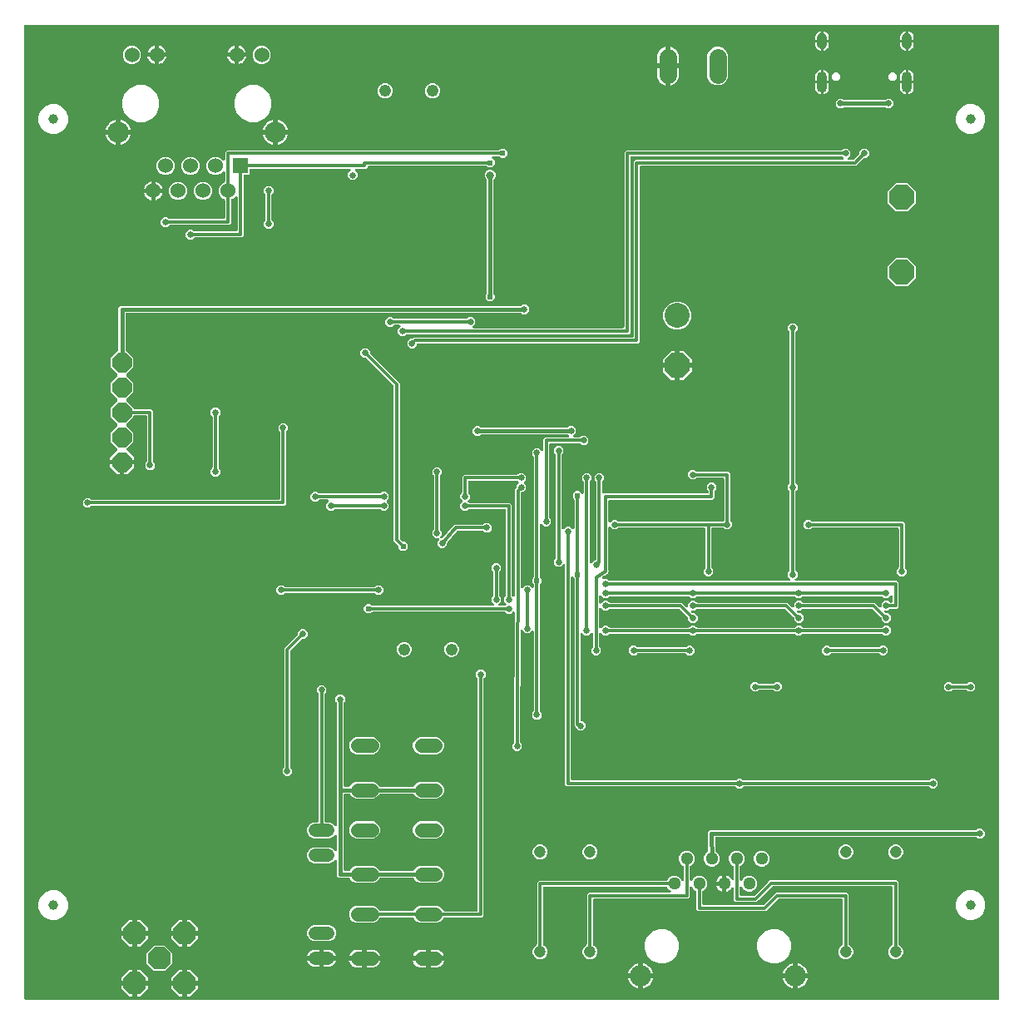
<source format=gbr>
G04 EAGLE Gerber RS-274X export*
G75*
%MOMM*%
%FSLAX34Y34*%
%LPD*%
%INBottom Copper*%
%IPPOS*%
%AMOC8*
5,1,8,0,0,1.08239X$1,22.5*%
G01*
%ADD10C,1.206400*%
%ADD11C,2.184400*%
%ADD12C,1.295400*%
%ADD13C,1.524000*%
%ADD14C,2.159000*%
%ADD15R,1.524000X1.524000*%
%ADD16C,1.219200*%
%ADD17P,2.474344X8X112.500000*%
%ADD18P,2.749271X8X292.500000*%
%ADD19C,1.422400*%
%ADD20P,2.199416X8X292.500000*%
%ADD21C,2.540000*%
%ADD22C,0.806400*%
%ADD23C,1.803400*%
%ADD24C,1.000000*%
%ADD25C,1.320800*%
%ADD26C,0.609600*%
%ADD27C,0.804800*%
%ADD28C,6.400000*%
%ADD29C,0.304800*%
%ADD30C,0.654800*%
%ADD31C,0.406400*%

G36*
X993512Y2302D02*
X993512Y2302D01*
X993631Y2309D01*
X993669Y2322D01*
X993710Y2327D01*
X993820Y2370D01*
X993933Y2407D01*
X993968Y2429D01*
X994005Y2444D01*
X994101Y2513D01*
X994202Y2577D01*
X994230Y2607D01*
X994263Y2630D01*
X994339Y2722D01*
X994420Y2809D01*
X994440Y2844D01*
X994465Y2875D01*
X994516Y2983D01*
X994574Y3087D01*
X994584Y3127D01*
X994601Y3163D01*
X994623Y3280D01*
X994653Y3395D01*
X994657Y3455D01*
X994661Y3475D01*
X994659Y3496D01*
X994663Y3556D01*
X994663Y993394D01*
X994648Y993512D01*
X994641Y993631D01*
X994628Y993669D01*
X994623Y993710D01*
X994580Y993820D01*
X994543Y993933D01*
X994521Y993968D01*
X994506Y994005D01*
X994437Y994101D01*
X994373Y994202D01*
X994343Y994230D01*
X994320Y994263D01*
X994228Y994339D01*
X994141Y994420D01*
X994106Y994440D01*
X994075Y994465D01*
X993967Y994516D01*
X993863Y994574D01*
X993823Y994584D01*
X993787Y994601D01*
X993670Y994623D01*
X993555Y994653D01*
X993495Y994657D01*
X993475Y994661D01*
X993454Y994659D01*
X993394Y994663D01*
X3556Y994663D01*
X3438Y994648D01*
X3319Y994641D01*
X3281Y994628D01*
X3240Y994623D01*
X3130Y994580D01*
X3017Y994543D01*
X2982Y994521D01*
X2945Y994506D01*
X2849Y994437D01*
X2748Y994373D01*
X2720Y994343D01*
X2687Y994320D01*
X2611Y994228D01*
X2530Y994141D01*
X2510Y994106D01*
X2485Y994075D01*
X2434Y993967D01*
X2376Y993863D01*
X2366Y993823D01*
X2349Y993787D01*
X2327Y993670D01*
X2297Y993555D01*
X2293Y993495D01*
X2289Y993475D01*
X2291Y993454D01*
X2287Y993394D01*
X2287Y3556D01*
X2302Y3438D01*
X2309Y3319D01*
X2322Y3281D01*
X2327Y3240D01*
X2370Y3130D01*
X2407Y3017D01*
X2429Y2982D01*
X2444Y2945D01*
X2513Y2849D01*
X2577Y2748D01*
X2607Y2720D01*
X2630Y2687D01*
X2722Y2611D01*
X2809Y2530D01*
X2844Y2510D01*
X2875Y2485D01*
X2983Y2434D01*
X3087Y2376D01*
X3127Y2366D01*
X3163Y2349D01*
X3280Y2327D01*
X3395Y2297D01*
X3455Y2293D01*
X3475Y2289D01*
X3496Y2291D01*
X3556Y2287D01*
X993394Y2287D01*
X993512Y2302D01*
G37*
%LPC*%
G36*
X728262Y217451D02*
X728262Y217451D01*
X726884Y218830D01*
X726806Y218890D01*
X726734Y218958D01*
X726681Y218987D01*
X726633Y219024D01*
X726542Y219064D01*
X726455Y219112D01*
X726397Y219127D01*
X726341Y219151D01*
X726243Y219166D01*
X726147Y219191D01*
X726047Y219197D01*
X726027Y219201D01*
X726015Y219199D01*
X725987Y219201D01*
X554362Y219201D01*
X552576Y220987D01*
X552576Y444301D01*
X552559Y444438D01*
X552546Y444577D01*
X552539Y444596D01*
X552536Y444616D01*
X552485Y444745D01*
X552438Y444876D01*
X552427Y444893D01*
X552419Y444912D01*
X552338Y445024D01*
X552260Y445139D01*
X552244Y445153D01*
X552233Y445169D01*
X552125Y445258D01*
X552021Y445350D01*
X552003Y445359D01*
X551988Y445372D01*
X551862Y445431D01*
X551738Y445494D01*
X551718Y445499D01*
X551700Y445508D01*
X551564Y445534D01*
X551428Y445564D01*
X551407Y445563D01*
X551388Y445567D01*
X551249Y445559D01*
X551110Y445554D01*
X551090Y445549D01*
X551070Y445548D01*
X550938Y445505D01*
X550804Y445466D01*
X550787Y445456D01*
X550768Y445450D01*
X550650Y445375D01*
X550530Y445304D01*
X550509Y445286D01*
X550499Y445279D01*
X550485Y445264D01*
X550410Y445198D01*
X548088Y442876D01*
X544112Y442876D01*
X541301Y445687D01*
X541301Y449663D01*
X542680Y451041D01*
X542740Y451119D01*
X542808Y451191D01*
X542837Y451244D01*
X542874Y451292D01*
X542914Y451383D01*
X542962Y451470D01*
X542977Y451528D01*
X543001Y451584D01*
X543016Y451682D01*
X543041Y451778D01*
X543047Y451878D01*
X543051Y451898D01*
X543049Y451910D01*
X543051Y451938D01*
X543051Y556687D01*
X543039Y556785D01*
X543036Y556884D01*
X543019Y556942D01*
X543011Y557002D01*
X542975Y557094D01*
X542947Y557189D01*
X542917Y557241D01*
X542894Y557298D01*
X542836Y557378D01*
X542786Y557463D01*
X542720Y557539D01*
X542708Y557555D01*
X542698Y557563D01*
X542680Y557584D01*
X541301Y558962D01*
X541301Y562938D01*
X544112Y565749D01*
X548088Y565749D01*
X550899Y562938D01*
X550899Y558962D01*
X549520Y557584D01*
X549460Y557506D01*
X549392Y557434D01*
X549363Y557381D01*
X549326Y557333D01*
X549286Y557242D01*
X549238Y557155D01*
X549223Y557097D01*
X549199Y557041D01*
X549184Y556943D01*
X549159Y556847D01*
X549153Y556747D01*
X549149Y556727D01*
X549151Y556715D01*
X549149Y556687D01*
X549149Y482249D01*
X549166Y482112D01*
X549179Y481973D01*
X549186Y481954D01*
X549189Y481934D01*
X549240Y481805D01*
X549287Y481674D01*
X549298Y481657D01*
X549306Y481638D01*
X549387Y481526D01*
X549465Y481411D01*
X549481Y481397D01*
X549492Y481381D01*
X549600Y481292D01*
X549704Y481200D01*
X549722Y481191D01*
X549737Y481178D01*
X549863Y481119D01*
X549987Y481056D01*
X550007Y481051D01*
X550025Y481042D01*
X550161Y481016D01*
X550297Y480986D01*
X550318Y480987D01*
X550337Y480983D01*
X550476Y480991D01*
X550615Y480996D01*
X550635Y481001D01*
X550655Y481002D01*
X550787Y481045D01*
X550921Y481084D01*
X550938Y481094D01*
X550957Y481100D01*
X551075Y481175D01*
X551195Y481246D01*
X551216Y481264D01*
X551226Y481271D01*
X551240Y481286D01*
X551315Y481352D01*
X553637Y483674D01*
X557613Y483674D01*
X559935Y481352D01*
X560044Y481267D01*
X560151Y481178D01*
X560170Y481169D01*
X560186Y481157D01*
X560314Y481102D01*
X560439Y481042D01*
X560459Y481039D01*
X560478Y481031D01*
X560616Y481009D01*
X560752Y480983D01*
X560772Y480984D01*
X560792Y480981D01*
X560931Y480994D01*
X561069Y481002D01*
X561088Y481009D01*
X561108Y481011D01*
X561240Y481058D01*
X561371Y481100D01*
X561389Y481111D01*
X561408Y481118D01*
X561523Y481196D01*
X561640Y481271D01*
X561654Y481285D01*
X561671Y481297D01*
X561763Y481401D01*
X561858Y481502D01*
X561868Y481520D01*
X561881Y481535D01*
X561945Y481659D01*
X562012Y481781D01*
X562017Y481800D01*
X562026Y481818D01*
X562056Y481954D01*
X562091Y482089D01*
X562093Y482117D01*
X562096Y482129D01*
X562095Y482149D01*
X562101Y482249D01*
X562101Y511281D01*
X562089Y511379D01*
X562086Y511478D01*
X562069Y511537D01*
X562061Y511597D01*
X562025Y511689D01*
X561997Y511784D01*
X561967Y511836D01*
X561944Y511892D01*
X561886Y511972D01*
X561836Y512058D01*
X561770Y512133D01*
X561758Y512150D01*
X561748Y512158D01*
X561730Y512179D01*
X560577Y513331D01*
X560577Y517119D01*
X563256Y519798D01*
X567044Y519798D01*
X569460Y517382D01*
X569569Y517297D01*
X569676Y517208D01*
X569695Y517200D01*
X569711Y517187D01*
X569839Y517132D01*
X569964Y517073D01*
X569984Y517069D01*
X570003Y517061D01*
X570141Y517039D01*
X570277Y517013D01*
X570297Y517014D01*
X570317Y517011D01*
X570456Y517024D01*
X570594Y517033D01*
X570613Y517039D01*
X570633Y517041D01*
X570765Y517088D01*
X570896Y517131D01*
X570914Y517142D01*
X570933Y517149D01*
X571048Y517227D01*
X571165Y517301D01*
X571179Y517316D01*
X571196Y517327D01*
X571288Y517431D01*
X571383Y517533D01*
X571393Y517550D01*
X571406Y517566D01*
X571470Y517690D01*
X571537Y517811D01*
X571542Y517831D01*
X571551Y517849D01*
X571581Y517985D01*
X571616Y518119D01*
X571618Y518147D01*
X571621Y518159D01*
X571620Y518180D01*
X571626Y518280D01*
X571626Y529137D01*
X571614Y529235D01*
X571611Y529334D01*
X571594Y529392D01*
X571586Y529452D01*
X571550Y529544D01*
X571522Y529639D01*
X571492Y529691D01*
X571469Y529748D01*
X571411Y529828D01*
X571361Y529913D01*
X571295Y529989D01*
X571283Y530005D01*
X571273Y530013D01*
X571255Y530034D01*
X569876Y531412D01*
X569876Y535388D01*
X572687Y538199D01*
X576663Y538199D01*
X579474Y535388D01*
X579474Y531412D01*
X578095Y530034D01*
X578035Y529956D01*
X577967Y529884D01*
X577938Y529831D01*
X577901Y529783D01*
X577861Y529692D01*
X577813Y529605D01*
X577798Y529547D01*
X577774Y529491D01*
X577759Y529393D01*
X577734Y529297D01*
X577728Y529197D01*
X577724Y529177D01*
X577726Y529165D01*
X577724Y529137D01*
X577724Y447874D01*
X577741Y447737D01*
X577754Y447598D01*
X577761Y447579D01*
X577764Y447559D01*
X577815Y447430D01*
X577862Y447299D01*
X577873Y447282D01*
X577881Y447263D01*
X577962Y447151D01*
X578040Y447036D01*
X578056Y447022D01*
X578067Y447006D01*
X578175Y446917D01*
X578279Y446825D01*
X578297Y446816D01*
X578312Y446803D01*
X578438Y446744D01*
X578562Y446681D01*
X578582Y446676D01*
X578600Y446667D01*
X578736Y446641D01*
X578872Y446611D01*
X578893Y446612D01*
X578912Y446608D01*
X579051Y446616D01*
X579190Y446621D01*
X579210Y446626D01*
X579230Y446627D01*
X579362Y446670D01*
X579496Y446709D01*
X579513Y446719D01*
X579532Y446725D01*
X579650Y446800D01*
X579770Y446871D01*
X579791Y446889D01*
X579801Y446896D01*
X579815Y446911D01*
X579890Y446977D01*
X582212Y449299D01*
X583057Y449299D01*
X583175Y449314D01*
X583294Y449321D01*
X583332Y449334D01*
X583373Y449339D01*
X583483Y449382D01*
X583596Y449419D01*
X583631Y449441D01*
X583668Y449456D01*
X583764Y449525D01*
X583865Y449589D01*
X583893Y449619D01*
X583926Y449642D01*
X584002Y449734D01*
X584083Y449821D01*
X584103Y449856D01*
X584128Y449887D01*
X584179Y449995D01*
X584237Y450099D01*
X584247Y450139D01*
X584264Y450175D01*
X584286Y450292D01*
X584316Y450407D01*
X584320Y450467D01*
X584324Y450487D01*
X584322Y450508D01*
X584326Y450568D01*
X584326Y529137D01*
X584314Y529235D01*
X584311Y529334D01*
X584294Y529392D01*
X584286Y529452D01*
X584250Y529544D01*
X584222Y529639D01*
X584192Y529691D01*
X584169Y529748D01*
X584111Y529828D01*
X584061Y529913D01*
X583995Y529989D01*
X583983Y530005D01*
X583973Y530013D01*
X583955Y530034D01*
X582576Y531412D01*
X582576Y535388D01*
X585387Y538199D01*
X589363Y538199D01*
X592174Y535388D01*
X592174Y531412D01*
X590795Y530034D01*
X590735Y529956D01*
X590667Y529884D01*
X590638Y529831D01*
X590601Y529783D01*
X590561Y529692D01*
X590513Y529605D01*
X590498Y529547D01*
X590474Y529491D01*
X590459Y529393D01*
X590434Y529297D01*
X590428Y529197D01*
X590424Y529177D01*
X590426Y529165D01*
X590424Y529137D01*
X590424Y518425D01*
X590441Y518287D01*
X590454Y518148D01*
X590461Y518129D01*
X590464Y518109D01*
X590515Y517980D01*
X590562Y517849D01*
X590573Y517832D01*
X590581Y517813D01*
X590662Y517701D01*
X590740Y517586D01*
X590756Y517572D01*
X590767Y517556D01*
X590875Y517467D01*
X590979Y517375D01*
X590997Y517366D01*
X591012Y517353D01*
X591138Y517294D01*
X591262Y517231D01*
X591282Y517226D01*
X591300Y517218D01*
X591437Y517192D01*
X591572Y517161D01*
X591593Y517162D01*
X591612Y517158D01*
X591751Y517166D01*
X591890Y517171D01*
X591910Y517176D01*
X591930Y517178D01*
X592062Y517220D01*
X592196Y517259D01*
X592213Y517269D01*
X592232Y517276D01*
X592350Y517350D01*
X592433Y517399D01*
X595325Y517399D01*
X595376Y517386D01*
X595475Y517379D01*
X595496Y517376D01*
X595508Y517377D01*
X595537Y517375D01*
X697357Y517390D01*
X697475Y517405D01*
X697594Y517412D01*
X697632Y517425D01*
X697673Y517430D01*
X697783Y517474D01*
X697896Y517511D01*
X697931Y517532D01*
X697968Y517547D01*
X698065Y517617D01*
X698165Y517681D01*
X698193Y517710D01*
X698226Y517734D01*
X698302Y517826D01*
X698383Y517912D01*
X698403Y517948D01*
X698428Y517979D01*
X698479Y518087D01*
X698537Y518191D01*
X698547Y518230D01*
X698564Y518267D01*
X698586Y518384D01*
X698616Y518499D01*
X698620Y518559D01*
X698624Y518579D01*
X698622Y518600D01*
X698626Y518659D01*
X698626Y519612D01*
X698614Y519710D01*
X698611Y519809D01*
X698594Y519867D01*
X698586Y519927D01*
X698550Y520019D01*
X698522Y520114D01*
X698492Y520166D01*
X698469Y520223D01*
X698411Y520303D01*
X698361Y520388D01*
X698295Y520464D01*
X698283Y520480D01*
X698273Y520488D01*
X698255Y520509D01*
X696876Y521887D01*
X696876Y525863D01*
X699687Y528674D01*
X703663Y528674D01*
X706474Y525863D01*
X706474Y521887D01*
X705095Y520509D01*
X705035Y520431D01*
X704967Y520359D01*
X704938Y520306D01*
X704901Y520258D01*
X704861Y520167D01*
X704813Y520080D01*
X704798Y520022D01*
X704774Y519966D01*
X704759Y519868D01*
X704734Y519772D01*
X704728Y519672D01*
X704724Y519652D01*
X704726Y519640D01*
X704724Y519612D01*
X704724Y514313D01*
X704724Y513079D01*
X703811Y512167D01*
X702938Y511293D01*
X701710Y511293D01*
X598043Y511278D01*
X597925Y511263D01*
X597806Y511256D01*
X597768Y511244D01*
X597727Y511238D01*
X597617Y511195D01*
X597504Y511158D01*
X597469Y511136D01*
X597432Y511121D01*
X597335Y511052D01*
X597235Y510988D01*
X597207Y510958D01*
X597174Y510935D01*
X597098Y510843D01*
X597017Y510756D01*
X596997Y510721D01*
X596972Y510690D01*
X596921Y510582D01*
X596863Y510478D01*
X596853Y510438D01*
X596836Y510402D01*
X596814Y510285D01*
X596784Y510170D01*
X596780Y510110D01*
X596776Y510089D01*
X596777Y510073D01*
X596776Y510067D01*
X596777Y510058D01*
X596774Y510009D01*
X596774Y489149D01*
X596791Y489012D01*
X596804Y488873D01*
X596811Y488854D01*
X596814Y488834D01*
X596865Y488705D01*
X596912Y488574D01*
X596923Y488557D01*
X596931Y488538D01*
X597012Y488426D01*
X597090Y488311D01*
X597106Y488297D01*
X597117Y488281D01*
X597225Y488192D01*
X597329Y488100D01*
X597347Y488091D01*
X597362Y488078D01*
X597488Y488019D01*
X597612Y487956D01*
X597632Y487951D01*
X597650Y487942D01*
X597786Y487916D01*
X597922Y487886D01*
X597943Y487887D01*
X597962Y487883D01*
X598101Y487891D01*
X598240Y487896D01*
X598260Y487901D01*
X598280Y487902D01*
X598412Y487945D01*
X598546Y487984D01*
X598563Y487994D01*
X598582Y488000D01*
X598700Y488075D01*
X598820Y488146D01*
X598841Y488164D01*
X598851Y488171D01*
X598865Y488186D01*
X598940Y488252D01*
X601262Y490574D01*
X605238Y490574D01*
X606616Y489195D01*
X606694Y489135D01*
X606766Y489067D01*
X606819Y489038D01*
X606867Y489001D01*
X606958Y488961D01*
X607045Y488913D01*
X607103Y488898D01*
X607159Y488874D01*
X607257Y488859D01*
X607353Y488834D01*
X607453Y488828D01*
X607473Y488824D01*
X607485Y488826D01*
X607513Y488824D01*
X713232Y488824D01*
X713350Y488839D01*
X713469Y488846D01*
X713507Y488859D01*
X713548Y488864D01*
X713658Y488907D01*
X713771Y488944D01*
X713806Y488966D01*
X713843Y488981D01*
X713939Y489050D01*
X714040Y489114D01*
X714068Y489144D01*
X714101Y489167D01*
X714177Y489259D01*
X714258Y489346D01*
X714278Y489381D01*
X714303Y489412D01*
X714354Y489520D01*
X714412Y489624D01*
X714422Y489664D01*
X714439Y489700D01*
X714461Y489817D01*
X714491Y489932D01*
X714495Y489992D01*
X714499Y490012D01*
X714497Y490033D01*
X714501Y490093D01*
X714501Y532257D01*
X714486Y532375D01*
X714479Y532494D01*
X714466Y532532D01*
X714461Y532573D01*
X714418Y532683D01*
X714381Y532796D01*
X714359Y532831D01*
X714344Y532868D01*
X714275Y532964D01*
X714211Y533065D01*
X714181Y533093D01*
X714158Y533126D01*
X714066Y533202D01*
X713979Y533283D01*
X713944Y533303D01*
X713913Y533328D01*
X713805Y533379D01*
X713701Y533437D01*
X713661Y533447D01*
X713625Y533464D01*
X713508Y533486D01*
X713393Y533516D01*
X713333Y533520D01*
X713313Y533524D01*
X713292Y533522D01*
X713232Y533526D01*
X686888Y533526D01*
X686790Y533514D01*
X686691Y533511D01*
X686633Y533494D01*
X686573Y533486D01*
X686481Y533450D01*
X686386Y533422D01*
X686334Y533392D01*
X686277Y533369D01*
X686197Y533311D01*
X686112Y533261D01*
X686036Y533195D01*
X686020Y533183D01*
X686012Y533173D01*
X685991Y533155D01*
X684613Y531776D01*
X680637Y531776D01*
X677826Y534587D01*
X677826Y538563D01*
X680637Y541374D01*
X684613Y541374D01*
X685991Y539995D01*
X686069Y539935D01*
X686141Y539867D01*
X686194Y539838D01*
X686242Y539801D01*
X686333Y539761D01*
X686420Y539713D01*
X686478Y539698D01*
X686534Y539674D01*
X686632Y539659D01*
X686728Y539634D01*
X686828Y539628D01*
X686848Y539624D01*
X686860Y539626D01*
X686888Y539624D01*
X718813Y539624D01*
X720599Y537838D01*
X720599Y490038D01*
X720611Y489940D01*
X720614Y489841D01*
X720631Y489783D01*
X720639Y489723D01*
X720675Y489631D01*
X720703Y489536D01*
X720733Y489484D01*
X720756Y489427D01*
X720814Y489347D01*
X720864Y489262D01*
X720930Y489186D01*
X720942Y489170D01*
X720952Y489162D01*
X720970Y489141D01*
X722349Y487763D01*
X722349Y483787D01*
X719538Y480976D01*
X715562Y480976D01*
X714184Y482355D01*
X714106Y482415D01*
X714034Y482483D01*
X713981Y482512D01*
X713933Y482549D01*
X713842Y482589D01*
X713755Y482637D01*
X713697Y482652D01*
X713641Y482676D01*
X713543Y482691D01*
X713447Y482716D01*
X713347Y482722D01*
X713327Y482726D01*
X713315Y482724D01*
X713287Y482726D01*
X702818Y482726D01*
X702700Y482711D01*
X702581Y482704D01*
X702543Y482691D01*
X702502Y482686D01*
X702392Y482643D01*
X702279Y482606D01*
X702244Y482584D01*
X702207Y482569D01*
X702111Y482500D01*
X702010Y482436D01*
X701982Y482406D01*
X701949Y482383D01*
X701873Y482291D01*
X701792Y482204D01*
X701772Y482169D01*
X701747Y482138D01*
X701696Y482030D01*
X701638Y481926D01*
X701628Y481886D01*
X701611Y481850D01*
X701589Y481733D01*
X701559Y481618D01*
X701555Y481558D01*
X701551Y481538D01*
X701553Y481517D01*
X701549Y481457D01*
X701549Y442413D01*
X701561Y442315D01*
X701564Y442216D01*
X701581Y442158D01*
X701589Y442098D01*
X701625Y442006D01*
X701653Y441911D01*
X701683Y441859D01*
X701706Y441802D01*
X701764Y441722D01*
X701814Y441637D01*
X701880Y441561D01*
X701892Y441545D01*
X701902Y441537D01*
X701920Y441516D01*
X703299Y440138D01*
X703299Y436162D01*
X700488Y433351D01*
X696512Y433351D01*
X693701Y436162D01*
X693701Y440138D01*
X695080Y441516D01*
X695140Y441594D01*
X695208Y441666D01*
X695237Y441719D01*
X695274Y441767D01*
X695314Y441858D01*
X695362Y441945D01*
X695377Y442003D01*
X695401Y442059D01*
X695416Y442157D01*
X695441Y442253D01*
X695447Y442353D01*
X695451Y442373D01*
X695449Y442385D01*
X695451Y442413D01*
X695451Y481457D01*
X695436Y481575D01*
X695429Y481694D01*
X695416Y481732D01*
X695411Y481773D01*
X695368Y481883D01*
X695331Y481996D01*
X695309Y482031D01*
X695294Y482068D01*
X695225Y482164D01*
X695161Y482265D01*
X695131Y482293D01*
X695108Y482326D01*
X695016Y482402D01*
X694929Y482483D01*
X694894Y482503D01*
X694863Y482528D01*
X694755Y482579D01*
X694651Y482637D01*
X694611Y482647D01*
X694575Y482664D01*
X694458Y482686D01*
X694343Y482716D01*
X694283Y482720D01*
X694263Y482724D01*
X694242Y482722D01*
X694182Y482726D01*
X607513Y482726D01*
X607415Y482714D01*
X607316Y482711D01*
X607258Y482694D01*
X607198Y482686D01*
X607106Y482650D01*
X607011Y482622D01*
X606959Y482592D01*
X606902Y482569D01*
X606822Y482511D01*
X606737Y482461D01*
X606661Y482395D01*
X606645Y482383D01*
X606637Y482373D01*
X606616Y482355D01*
X605238Y480976D01*
X601262Y480976D01*
X598940Y483298D01*
X598831Y483383D01*
X598724Y483472D01*
X598705Y483481D01*
X598689Y483493D01*
X598561Y483548D01*
X598436Y483608D01*
X598416Y483611D01*
X598397Y483619D01*
X598259Y483641D01*
X598123Y483667D01*
X598103Y483666D01*
X598083Y483669D01*
X597944Y483656D01*
X597806Y483648D01*
X597787Y483641D01*
X597767Y483639D01*
X597635Y483592D01*
X597504Y483550D01*
X597486Y483539D01*
X597467Y483532D01*
X597352Y483454D01*
X597235Y483379D01*
X597221Y483365D01*
X597204Y483353D01*
X597112Y483249D01*
X597017Y483148D01*
X597007Y483130D01*
X596994Y483115D01*
X596930Y482991D01*
X596863Y482869D01*
X596858Y482850D01*
X596849Y482832D01*
X596819Y482696D01*
X596784Y482561D01*
X596782Y482533D01*
X596779Y482521D01*
X596780Y482501D01*
X596774Y482401D01*
X596774Y439457D01*
X596790Y439325D01*
X596802Y439193D01*
X596810Y439168D01*
X596814Y439142D01*
X596863Y439018D01*
X596906Y438893D01*
X596925Y438860D01*
X596931Y438846D01*
X596943Y438829D01*
X596963Y438795D01*
X596798Y437971D01*
X596795Y437927D01*
X596784Y437883D01*
X596774Y437722D01*
X596774Y436878D01*
X596724Y436813D01*
X596638Y436712D01*
X596626Y436688D01*
X596610Y436667D01*
X596557Y436545D01*
X596500Y436426D01*
X596490Y436390D01*
X596484Y436376D01*
X596481Y436354D01*
X596470Y436316D01*
X595772Y435850D01*
X595738Y435821D01*
X595699Y435798D01*
X595578Y435692D01*
X594981Y435095D01*
X594900Y435085D01*
X594768Y435073D01*
X594743Y435065D01*
X594717Y435061D01*
X594593Y435013D01*
X594468Y434969D01*
X594435Y434950D01*
X594421Y434944D01*
X594403Y434932D01*
X594328Y434888D01*
X590857Y432574D01*
X590778Y432505D01*
X590693Y432444D01*
X590658Y432402D01*
X590617Y432366D01*
X590557Y432280D01*
X590490Y432199D01*
X590467Y432149D01*
X590436Y432104D01*
X590399Y432006D01*
X590354Y431911D01*
X590344Y431857D01*
X590325Y431806D01*
X590314Y431702D01*
X590295Y431598D01*
X590298Y431544D01*
X590292Y431490D01*
X590308Y431386D01*
X590314Y431281D01*
X590331Y431229D01*
X590339Y431175D01*
X590380Y431079D01*
X590412Y430979D01*
X590442Y430932D01*
X590463Y430882D01*
X590526Y430799D01*
X590583Y430710D01*
X590622Y430672D01*
X590655Y430629D01*
X590738Y430564D01*
X590814Y430492D01*
X590862Y430466D01*
X590905Y430432D01*
X591001Y430389D01*
X591093Y430338D01*
X591145Y430325D01*
X591195Y430303D01*
X591299Y430285D01*
X591401Y430259D01*
X591487Y430253D01*
X591509Y430250D01*
X591524Y430251D01*
X591561Y430249D01*
X595713Y430249D01*
X597091Y428870D01*
X597169Y428810D01*
X597241Y428742D01*
X597294Y428713D01*
X597342Y428676D01*
X597433Y428636D01*
X597520Y428588D01*
X597578Y428573D01*
X597634Y428549D01*
X597732Y428534D01*
X597828Y428509D01*
X597928Y428503D01*
X597948Y428499D01*
X597960Y428501D01*
X597988Y428499D01*
X780851Y428499D01*
X780988Y428516D01*
X781127Y428529D01*
X781146Y428536D01*
X781166Y428539D01*
X781295Y428590D01*
X781426Y428637D01*
X781443Y428648D01*
X781462Y428656D01*
X781574Y428737D01*
X781689Y428815D01*
X781703Y428831D01*
X781719Y428842D01*
X781808Y428950D01*
X781900Y429054D01*
X781909Y429072D01*
X781922Y429087D01*
X781981Y429213D01*
X782044Y429337D01*
X782049Y429357D01*
X782058Y429375D01*
X782084Y429511D01*
X782114Y429647D01*
X782113Y429668D01*
X782117Y429687D01*
X782109Y429826D01*
X782104Y429965D01*
X782099Y429985D01*
X782098Y430005D01*
X782055Y430137D01*
X782016Y430271D01*
X782006Y430288D01*
X782000Y430307D01*
X781925Y430425D01*
X781854Y430545D01*
X781836Y430566D01*
X781829Y430576D01*
X781814Y430590D01*
X781748Y430665D01*
X779426Y432987D01*
X779426Y436963D01*
X780805Y438341D01*
X780865Y438419D01*
X780933Y438491D01*
X780962Y438544D01*
X780999Y438592D01*
X781039Y438683D01*
X781087Y438770D01*
X781102Y438828D01*
X781126Y438884D01*
X781141Y438982D01*
X781166Y439078D01*
X781172Y439178D01*
X781176Y439198D01*
X781174Y439210D01*
X781176Y439238D01*
X781176Y519612D01*
X781164Y519710D01*
X781161Y519809D01*
X781144Y519867D01*
X781136Y519927D01*
X781100Y520019D01*
X781072Y520114D01*
X781042Y520166D01*
X781019Y520223D01*
X780961Y520303D01*
X780911Y520388D01*
X780845Y520464D01*
X780833Y520480D01*
X780823Y520488D01*
X780805Y520509D01*
X779426Y521887D01*
X779426Y525863D01*
X780805Y527241D01*
X780865Y527319D01*
X780933Y527391D01*
X780962Y527444D01*
X780999Y527492D01*
X781039Y527583D01*
X781087Y527670D01*
X781102Y527728D01*
X781126Y527784D01*
X781141Y527882D01*
X781166Y527978D01*
X781172Y528078D01*
X781176Y528098D01*
X781174Y528110D01*
X781176Y528138D01*
X781176Y681537D01*
X781164Y681635D01*
X781161Y681734D01*
X781144Y681792D01*
X781136Y681852D01*
X781100Y681944D01*
X781072Y682039D01*
X781042Y682091D01*
X781019Y682148D01*
X780961Y682228D01*
X780911Y682313D01*
X780845Y682389D01*
X780833Y682405D01*
X780823Y682413D01*
X780805Y682434D01*
X779426Y683812D01*
X779426Y687788D01*
X782237Y690599D01*
X786213Y690599D01*
X789024Y687788D01*
X789024Y683812D01*
X787645Y682434D01*
X787585Y682356D01*
X787517Y682284D01*
X787488Y682231D01*
X787451Y682183D01*
X787411Y682092D01*
X787363Y682005D01*
X787348Y681947D01*
X787324Y681891D01*
X787309Y681793D01*
X787284Y681697D01*
X787278Y681597D01*
X787274Y681577D01*
X787276Y681565D01*
X787274Y681537D01*
X787274Y528138D01*
X787286Y528040D01*
X787289Y527941D01*
X787306Y527883D01*
X787314Y527823D01*
X787350Y527731D01*
X787378Y527636D01*
X787408Y527584D01*
X787431Y527527D01*
X787489Y527447D01*
X787539Y527362D01*
X787605Y527286D01*
X787617Y527270D01*
X787627Y527262D01*
X787645Y527241D01*
X789024Y525863D01*
X789024Y521887D01*
X787645Y520509D01*
X787585Y520431D01*
X787517Y520359D01*
X787488Y520306D01*
X787451Y520258D01*
X787411Y520167D01*
X787363Y520080D01*
X787348Y520022D01*
X787324Y519966D01*
X787309Y519868D01*
X787284Y519772D01*
X787278Y519672D01*
X787274Y519652D01*
X787276Y519640D01*
X787274Y519612D01*
X787274Y439238D01*
X787286Y439140D01*
X787289Y439041D01*
X787306Y438983D01*
X787314Y438923D01*
X787350Y438831D01*
X787378Y438736D01*
X787408Y438684D01*
X787431Y438627D01*
X787489Y438547D01*
X787539Y438462D01*
X787605Y438386D01*
X787617Y438370D01*
X787627Y438362D01*
X787645Y438341D01*
X789024Y436963D01*
X789024Y432987D01*
X786702Y430665D01*
X786617Y430556D01*
X786528Y430449D01*
X786519Y430430D01*
X786507Y430414D01*
X786452Y430286D01*
X786392Y430161D01*
X786389Y430141D01*
X786381Y430122D01*
X786359Y429984D01*
X786333Y429848D01*
X786334Y429828D01*
X786331Y429808D01*
X786344Y429669D01*
X786352Y429531D01*
X786359Y429512D01*
X786361Y429492D01*
X786408Y429360D01*
X786450Y429229D01*
X786461Y429211D01*
X786468Y429192D01*
X786546Y429077D01*
X786621Y428960D01*
X786635Y428946D01*
X786647Y428929D01*
X786751Y428837D01*
X786852Y428742D01*
X786870Y428732D01*
X786885Y428719D01*
X787009Y428655D01*
X787131Y428588D01*
X787150Y428583D01*
X787168Y428574D01*
X787304Y428544D01*
X787439Y428509D01*
X787467Y428507D01*
X787479Y428504D01*
X787499Y428505D01*
X787599Y428499D01*
X890263Y428499D01*
X892049Y426713D01*
X892049Y401962D01*
X890263Y400176D01*
X883738Y400176D01*
X883640Y400164D01*
X883541Y400161D01*
X883483Y400144D01*
X883423Y400136D01*
X883331Y400100D01*
X883236Y400072D01*
X883184Y400042D01*
X883127Y400019D01*
X883047Y399961D01*
X882962Y399911D01*
X882886Y399845D01*
X882870Y399833D01*
X882862Y399823D01*
X882841Y399805D01*
X881463Y398426D01*
X878950Y398426D01*
X878812Y398409D01*
X878673Y398396D01*
X878654Y398389D01*
X878634Y398386D01*
X878504Y398335D01*
X878374Y398288D01*
X878357Y398277D01*
X878338Y398269D01*
X878226Y398188D01*
X878111Y398110D01*
X878097Y398094D01*
X878081Y398083D01*
X877992Y397975D01*
X877900Y397871D01*
X877891Y397853D01*
X877878Y397838D01*
X877819Y397712D01*
X877756Y397588D01*
X877751Y397568D01*
X877743Y397550D01*
X877717Y397414D01*
X877686Y397278D01*
X877687Y397257D01*
X877683Y397238D01*
X877691Y397099D01*
X877696Y396960D01*
X877701Y396940D01*
X877703Y396920D01*
X877745Y396788D01*
X877784Y396654D01*
X877794Y396637D01*
X877801Y396618D01*
X877875Y396500D01*
X877946Y396380D01*
X877964Y396359D01*
X877971Y396349D01*
X877986Y396335D01*
X878052Y396259D01*
X878616Y395695D01*
X878694Y395635D01*
X878766Y395567D01*
X878820Y395538D01*
X878867Y395501D01*
X878958Y395461D01*
X879045Y395413D01*
X879104Y395398D01*
X879159Y395374D01*
X879257Y395359D01*
X879353Y395334D01*
X879453Y395328D01*
X879473Y395324D01*
X879486Y395326D01*
X879514Y395324D01*
X881463Y395324D01*
X884274Y392513D01*
X884274Y388537D01*
X881463Y385726D01*
X877487Y385726D01*
X874676Y388537D01*
X874676Y390486D01*
X874664Y390585D01*
X874661Y390684D01*
X874644Y390742D01*
X874636Y390802D01*
X874600Y390894D01*
X874572Y390989D01*
X874542Y391041D01*
X874519Y391098D01*
X874461Y391178D01*
X874411Y391263D01*
X874345Y391338D01*
X874333Y391355D01*
X874323Y391363D01*
X874305Y391384D01*
X865884Y399805D01*
X865806Y399865D01*
X865734Y399933D01*
X865681Y399962D01*
X865633Y399999D01*
X865542Y400039D01*
X865455Y400087D01*
X865396Y400102D01*
X865341Y400126D01*
X865243Y400141D01*
X865147Y400166D01*
X865047Y400172D01*
X865027Y400176D01*
X865014Y400174D01*
X864986Y400176D01*
X794838Y400176D01*
X794740Y400164D01*
X794641Y400161D01*
X794583Y400144D01*
X794523Y400136D01*
X794431Y400100D01*
X794336Y400072D01*
X794284Y400042D01*
X794227Y400019D01*
X794147Y399961D01*
X794062Y399911D01*
X793986Y399845D01*
X793970Y399833D01*
X793962Y399823D01*
X793941Y399805D01*
X792563Y398426D01*
X790050Y398426D01*
X789912Y398409D01*
X789773Y398396D01*
X789754Y398389D01*
X789734Y398386D01*
X789604Y398335D01*
X789474Y398288D01*
X789457Y398277D01*
X789438Y398269D01*
X789326Y398188D01*
X789211Y398110D01*
X789197Y398094D01*
X789181Y398083D01*
X789092Y397975D01*
X789000Y397871D01*
X788991Y397853D01*
X788978Y397838D01*
X788919Y397712D01*
X788856Y397588D01*
X788851Y397568D01*
X788843Y397550D01*
X788817Y397414D01*
X788786Y397278D01*
X788787Y397257D01*
X788783Y397238D01*
X788791Y397099D01*
X788796Y396960D01*
X788801Y396940D01*
X788803Y396920D01*
X788845Y396788D01*
X788884Y396654D01*
X788894Y396637D01*
X788901Y396618D01*
X788975Y396500D01*
X789046Y396380D01*
X789064Y396359D01*
X789071Y396349D01*
X789086Y396335D01*
X789152Y396259D01*
X789716Y395695D01*
X789794Y395635D01*
X789866Y395567D01*
X789920Y395538D01*
X789967Y395501D01*
X790058Y395461D01*
X790145Y395413D01*
X790204Y395398D01*
X790259Y395374D01*
X790357Y395359D01*
X790453Y395334D01*
X790553Y395328D01*
X790573Y395324D01*
X790586Y395326D01*
X790614Y395324D01*
X792563Y395324D01*
X795374Y392513D01*
X795374Y388537D01*
X792563Y385726D01*
X788587Y385726D01*
X785776Y388537D01*
X785776Y390486D01*
X785764Y390585D01*
X785761Y390684D01*
X785744Y390742D01*
X785736Y390802D01*
X785700Y390894D01*
X785672Y390989D01*
X785642Y391041D01*
X785619Y391098D01*
X785561Y391178D01*
X785511Y391263D01*
X785445Y391338D01*
X785433Y391355D01*
X785423Y391363D01*
X785405Y391384D01*
X776984Y399805D01*
X776906Y399865D01*
X776834Y399933D01*
X776781Y399962D01*
X776733Y399999D01*
X776642Y400039D01*
X776555Y400087D01*
X776496Y400102D01*
X776441Y400126D01*
X776343Y400141D01*
X776247Y400166D01*
X776147Y400172D01*
X776127Y400176D01*
X776114Y400174D01*
X776086Y400176D01*
X686888Y400176D01*
X686790Y400164D01*
X686691Y400161D01*
X686633Y400144D01*
X686573Y400136D01*
X686481Y400100D01*
X686386Y400072D01*
X686334Y400042D01*
X686277Y400019D01*
X686197Y399961D01*
X686112Y399911D01*
X686036Y399845D01*
X686020Y399833D01*
X686012Y399823D01*
X685991Y399805D01*
X684613Y398426D01*
X682100Y398426D01*
X681962Y398409D01*
X681823Y398396D01*
X681804Y398389D01*
X681784Y398386D01*
X681654Y398335D01*
X681524Y398288D01*
X681507Y398277D01*
X681488Y398269D01*
X681376Y398188D01*
X681261Y398110D01*
X681247Y398094D01*
X681231Y398083D01*
X681142Y397975D01*
X681050Y397871D01*
X681041Y397853D01*
X681028Y397838D01*
X680969Y397712D01*
X680906Y397588D01*
X680901Y397568D01*
X680893Y397550D01*
X680867Y397414D01*
X680836Y397278D01*
X680837Y397257D01*
X680833Y397238D01*
X680841Y397099D01*
X680846Y396960D01*
X680851Y396940D01*
X680853Y396920D01*
X680895Y396788D01*
X680934Y396654D01*
X680944Y396637D01*
X680951Y396618D01*
X681025Y396500D01*
X681096Y396380D01*
X681114Y396359D01*
X681121Y396349D01*
X681136Y396335D01*
X681202Y396259D01*
X681766Y395695D01*
X681844Y395635D01*
X681916Y395567D01*
X681970Y395538D01*
X682017Y395501D01*
X682108Y395461D01*
X682195Y395413D01*
X682254Y395398D01*
X682309Y395374D01*
X682407Y395359D01*
X682503Y395334D01*
X682603Y395328D01*
X682623Y395324D01*
X682636Y395326D01*
X682664Y395324D01*
X684613Y395324D01*
X687424Y392513D01*
X687424Y388537D01*
X684613Y385726D01*
X680637Y385726D01*
X677826Y388537D01*
X677826Y390486D01*
X677814Y390585D01*
X677811Y390684D01*
X677794Y390742D01*
X677786Y390802D01*
X677750Y390894D01*
X677722Y390989D01*
X677692Y391041D01*
X677669Y391098D01*
X677611Y391178D01*
X677561Y391263D01*
X677495Y391338D01*
X677483Y391355D01*
X677473Y391363D01*
X677455Y391384D01*
X669034Y399805D01*
X668956Y399865D01*
X668884Y399933D01*
X668831Y399962D01*
X668783Y399999D01*
X668692Y400039D01*
X668605Y400087D01*
X668546Y400102D01*
X668491Y400126D01*
X668393Y400141D01*
X668297Y400166D01*
X668197Y400172D01*
X668177Y400176D01*
X668164Y400174D01*
X668136Y400176D01*
X597988Y400176D01*
X597890Y400164D01*
X597791Y400161D01*
X597733Y400144D01*
X597673Y400136D01*
X597581Y400100D01*
X597486Y400072D01*
X597434Y400042D01*
X597377Y400019D01*
X597297Y399961D01*
X597212Y399911D01*
X597136Y399845D01*
X597120Y399833D01*
X597112Y399823D01*
X597091Y399805D01*
X595713Y398426D01*
X591737Y398426D01*
X589415Y400748D01*
X589306Y400833D01*
X589199Y400922D01*
X589180Y400931D01*
X589164Y400943D01*
X589036Y400998D01*
X588911Y401058D01*
X588891Y401061D01*
X588872Y401069D01*
X588734Y401091D01*
X588598Y401117D01*
X588578Y401116D01*
X588558Y401119D01*
X588419Y401106D01*
X588281Y401098D01*
X588262Y401091D01*
X588242Y401089D01*
X588110Y401042D01*
X587979Y401000D01*
X587961Y400989D01*
X587942Y400982D01*
X587827Y400904D01*
X587710Y400829D01*
X587696Y400815D01*
X587679Y400803D01*
X587587Y400699D01*
X587492Y400598D01*
X587482Y400580D01*
X587469Y400565D01*
X587405Y400441D01*
X587338Y400319D01*
X587333Y400300D01*
X587324Y400282D01*
X587294Y400146D01*
X587259Y400011D01*
X587257Y399983D01*
X587254Y399971D01*
X587255Y399951D01*
X587249Y399851D01*
X587249Y381199D01*
X587266Y381062D01*
X587279Y380923D01*
X587286Y380904D01*
X587289Y380884D01*
X587340Y380755D01*
X587387Y380624D01*
X587398Y380607D01*
X587406Y380588D01*
X587487Y380476D01*
X587565Y380361D01*
X587581Y380347D01*
X587592Y380331D01*
X587700Y380242D01*
X587804Y380150D01*
X587822Y380141D01*
X587837Y380128D01*
X587963Y380069D01*
X588087Y380006D01*
X588107Y380001D01*
X588125Y379992D01*
X588261Y379966D01*
X588397Y379936D01*
X588418Y379937D01*
X588437Y379933D01*
X588576Y379941D01*
X588715Y379946D01*
X588735Y379951D01*
X588755Y379952D01*
X588887Y379995D01*
X589021Y380034D01*
X589038Y380044D01*
X589057Y380050D01*
X589175Y380125D01*
X589295Y380196D01*
X589316Y380214D01*
X589326Y380221D01*
X589340Y380236D01*
X589415Y380302D01*
X591737Y382624D01*
X595713Y382624D01*
X597091Y381245D01*
X597169Y381185D01*
X597241Y381117D01*
X597294Y381088D01*
X597342Y381051D01*
X597433Y381011D01*
X597520Y380963D01*
X597578Y380948D01*
X597634Y380924D01*
X597732Y380909D01*
X597828Y380884D01*
X597928Y380878D01*
X597948Y380874D01*
X597960Y380876D01*
X597988Y380874D01*
X678362Y380874D01*
X678460Y380886D01*
X678559Y380889D01*
X678617Y380906D01*
X678677Y380914D01*
X678769Y380950D01*
X678864Y380978D01*
X678916Y381008D01*
X678973Y381031D01*
X679053Y381089D01*
X679138Y381139D01*
X679214Y381205D01*
X679230Y381217D01*
X679238Y381227D01*
X679259Y381245D01*
X680637Y382624D01*
X684613Y382624D01*
X685991Y381245D01*
X686069Y381185D01*
X686141Y381117D01*
X686194Y381088D01*
X686242Y381051D01*
X686333Y381011D01*
X686420Y380963D01*
X686478Y380948D01*
X686534Y380924D01*
X686632Y380909D01*
X686728Y380884D01*
X686828Y380878D01*
X686848Y380874D01*
X686860Y380876D01*
X686888Y380874D01*
X786312Y380874D01*
X786410Y380886D01*
X786509Y380889D01*
X786567Y380906D01*
X786627Y380914D01*
X786719Y380950D01*
X786814Y380978D01*
X786866Y381008D01*
X786923Y381031D01*
X787003Y381089D01*
X787088Y381139D01*
X787164Y381205D01*
X787180Y381217D01*
X787188Y381227D01*
X787209Y381245D01*
X788587Y382624D01*
X792563Y382624D01*
X793941Y381245D01*
X794019Y381185D01*
X794091Y381117D01*
X794144Y381088D01*
X794192Y381051D01*
X794283Y381011D01*
X794370Y380963D01*
X794428Y380948D01*
X794484Y380924D01*
X794582Y380909D01*
X794678Y380884D01*
X794778Y380878D01*
X794798Y380874D01*
X794810Y380876D01*
X794838Y380874D01*
X875212Y380874D01*
X875310Y380886D01*
X875409Y380889D01*
X875467Y380906D01*
X875527Y380914D01*
X875619Y380950D01*
X875714Y380978D01*
X875766Y381008D01*
X875823Y381031D01*
X875903Y381089D01*
X875988Y381139D01*
X876064Y381205D01*
X876080Y381217D01*
X876088Y381227D01*
X876109Y381245D01*
X877487Y382624D01*
X881463Y382624D01*
X884274Y379813D01*
X884274Y375837D01*
X881463Y373026D01*
X877487Y373026D01*
X876109Y374405D01*
X876031Y374465D01*
X875959Y374533D01*
X875906Y374562D01*
X875858Y374599D01*
X875767Y374639D01*
X875680Y374687D01*
X875622Y374702D01*
X875566Y374726D01*
X875468Y374741D01*
X875372Y374766D01*
X875272Y374772D01*
X875252Y374776D01*
X875240Y374774D01*
X875212Y374776D01*
X794838Y374776D01*
X794740Y374764D01*
X794641Y374761D01*
X794583Y374744D01*
X794523Y374736D01*
X794431Y374700D01*
X794336Y374672D01*
X794284Y374642D01*
X794227Y374619D01*
X794147Y374561D01*
X794062Y374511D01*
X793986Y374445D01*
X793970Y374433D01*
X793962Y374423D01*
X793941Y374405D01*
X792563Y373026D01*
X788587Y373026D01*
X787209Y374405D01*
X787131Y374465D01*
X787059Y374533D01*
X787006Y374562D01*
X786958Y374599D01*
X786867Y374639D01*
X786780Y374687D01*
X786722Y374702D01*
X786666Y374726D01*
X786568Y374741D01*
X786472Y374766D01*
X786372Y374772D01*
X786352Y374776D01*
X786340Y374774D01*
X786312Y374776D01*
X686888Y374776D01*
X686790Y374764D01*
X686691Y374761D01*
X686633Y374744D01*
X686573Y374736D01*
X686481Y374700D01*
X686386Y374672D01*
X686334Y374642D01*
X686277Y374619D01*
X686197Y374561D01*
X686112Y374511D01*
X686036Y374445D01*
X686020Y374433D01*
X686012Y374423D01*
X685991Y374405D01*
X684613Y373026D01*
X680637Y373026D01*
X679259Y374405D01*
X679181Y374465D01*
X679109Y374533D01*
X679056Y374562D01*
X679008Y374599D01*
X678917Y374639D01*
X678830Y374687D01*
X678772Y374702D01*
X678716Y374726D01*
X678618Y374741D01*
X678522Y374766D01*
X678422Y374772D01*
X678402Y374776D01*
X678390Y374774D01*
X678362Y374776D01*
X597988Y374776D01*
X597890Y374764D01*
X597791Y374761D01*
X597733Y374744D01*
X597673Y374736D01*
X597581Y374700D01*
X597486Y374672D01*
X597434Y374642D01*
X597377Y374619D01*
X597297Y374561D01*
X597212Y374511D01*
X597136Y374445D01*
X597120Y374433D01*
X597112Y374423D01*
X597091Y374405D01*
X595713Y373026D01*
X591737Y373026D01*
X589415Y375348D01*
X589306Y375433D01*
X589199Y375522D01*
X589180Y375531D01*
X589164Y375543D01*
X589036Y375598D01*
X588911Y375658D01*
X588891Y375661D01*
X588872Y375669D01*
X588734Y375691D01*
X588598Y375717D01*
X588578Y375716D01*
X588558Y375719D01*
X588419Y375706D01*
X588281Y375698D01*
X588262Y375691D01*
X588242Y375689D01*
X588110Y375642D01*
X587979Y375600D01*
X587961Y375589D01*
X587942Y375582D01*
X587827Y375504D01*
X587710Y375429D01*
X587696Y375415D01*
X587679Y375403D01*
X587587Y375299D01*
X587492Y375198D01*
X587482Y375180D01*
X587469Y375165D01*
X587405Y375041D01*
X587338Y374919D01*
X587333Y374900D01*
X587324Y374882D01*
X587294Y374746D01*
X587259Y374611D01*
X587257Y374583D01*
X587254Y374571D01*
X587255Y374551D01*
X587249Y374451D01*
X587249Y362013D01*
X587261Y361915D01*
X587264Y361816D01*
X587281Y361758D01*
X587289Y361698D01*
X587325Y361606D01*
X587353Y361511D01*
X587383Y361459D01*
X587406Y361402D01*
X587464Y361322D01*
X587514Y361237D01*
X587580Y361161D01*
X587592Y361145D01*
X587602Y361137D01*
X587620Y361116D01*
X588999Y359738D01*
X588999Y355762D01*
X586188Y352951D01*
X582212Y352951D01*
X579401Y355762D01*
X579401Y359738D01*
X580780Y361116D01*
X580840Y361194D01*
X580908Y361266D01*
X580937Y361319D01*
X580974Y361367D01*
X581014Y361458D01*
X581062Y361545D01*
X581077Y361603D01*
X581101Y361659D01*
X581116Y361757D01*
X581141Y361853D01*
X581147Y361953D01*
X581151Y361973D01*
X581149Y361985D01*
X581151Y362013D01*
X581151Y374451D01*
X581134Y374588D01*
X581121Y374727D01*
X581114Y374746D01*
X581111Y374766D01*
X581060Y374895D01*
X581013Y375026D01*
X581002Y375043D01*
X580994Y375062D01*
X580913Y375174D01*
X580835Y375289D01*
X580819Y375303D01*
X580808Y375319D01*
X580700Y375408D01*
X580596Y375500D01*
X580578Y375509D01*
X580563Y375522D01*
X580437Y375581D01*
X580313Y375644D01*
X580293Y375649D01*
X580275Y375658D01*
X580139Y375684D01*
X580003Y375714D01*
X579982Y375713D01*
X579963Y375717D01*
X579824Y375709D01*
X579685Y375704D01*
X579665Y375699D01*
X579645Y375698D01*
X579513Y375655D01*
X579379Y375616D01*
X579362Y375606D01*
X579343Y375600D01*
X579225Y375525D01*
X579105Y375454D01*
X579084Y375436D01*
X579074Y375429D01*
X579060Y375414D01*
X578985Y375348D01*
X576663Y373026D01*
X572687Y373026D01*
X570365Y375348D01*
X570256Y375433D01*
X570149Y375522D01*
X570130Y375531D01*
X570114Y375543D01*
X569986Y375598D01*
X569861Y375658D01*
X569841Y375661D01*
X569822Y375669D01*
X569684Y375691D01*
X569548Y375717D01*
X569528Y375716D01*
X569508Y375719D01*
X569369Y375706D01*
X569231Y375698D01*
X569212Y375691D01*
X569192Y375689D01*
X569060Y375642D01*
X568929Y375600D01*
X568911Y375589D01*
X568892Y375582D01*
X568777Y375504D01*
X568660Y375429D01*
X568646Y375415D01*
X568629Y375403D01*
X568537Y375299D01*
X568442Y375198D01*
X568432Y375180D01*
X568419Y375165D01*
X568355Y375041D01*
X568288Y374919D01*
X568283Y374900D01*
X568274Y374882D01*
X568244Y374746D01*
X568209Y374611D01*
X568207Y374583D01*
X568204Y374571D01*
X568205Y374551D01*
X568199Y374451D01*
X568199Y287055D01*
X568214Y286937D01*
X568221Y286819D01*
X568234Y286780D01*
X568239Y286740D01*
X568282Y286629D01*
X568319Y286516D01*
X568341Y286482D01*
X568356Y286444D01*
X568425Y286348D01*
X568489Y286247D01*
X568519Y286220D01*
X568542Y286187D01*
X568634Y286111D01*
X568721Y286029D01*
X568756Y286010D01*
X568787Y285984D01*
X568895Y285933D01*
X568999Y285876D01*
X569039Y285866D01*
X569075Y285849D01*
X569192Y285826D01*
X569307Y285796D01*
X569367Y285793D01*
X569387Y285789D01*
X569408Y285790D01*
X569468Y285786D01*
X570313Y285786D01*
X573124Y282975D01*
X573124Y279000D01*
X570313Y276189D01*
X566337Y276189D01*
X563526Y279000D01*
X563526Y279361D01*
X563514Y279460D01*
X563511Y279559D01*
X563494Y279617D01*
X563486Y279677D01*
X563450Y279769D01*
X563422Y279864D01*
X563392Y279916D01*
X563369Y279973D01*
X563311Y280053D01*
X563261Y280138D01*
X563195Y280213D01*
X563183Y280230D01*
X563173Y280238D01*
X563155Y280259D01*
X562101Y281312D01*
X562101Y431031D01*
X562089Y431129D01*
X562086Y431228D01*
X562069Y431287D01*
X562061Y431347D01*
X562025Y431439D01*
X561997Y431534D01*
X561967Y431586D01*
X561944Y431642D01*
X561886Y431722D01*
X561836Y431808D01*
X561770Y431883D01*
X561758Y431900D01*
X561748Y431908D01*
X561730Y431929D01*
X560840Y432818D01*
X560731Y432903D01*
X560624Y432992D01*
X560605Y433000D01*
X560589Y433013D01*
X560461Y433068D01*
X560336Y433127D01*
X560316Y433131D01*
X560297Y433139D01*
X560159Y433161D01*
X560023Y433187D01*
X560003Y433186D01*
X559983Y433189D01*
X559844Y433176D01*
X559706Y433167D01*
X559687Y433161D01*
X559667Y433159D01*
X559535Y433112D01*
X559404Y433069D01*
X559386Y433058D01*
X559367Y433051D01*
X559252Y432973D01*
X559135Y432899D01*
X559121Y432884D01*
X559104Y432873D01*
X559012Y432769D01*
X558917Y432667D01*
X558907Y432650D01*
X558894Y432634D01*
X558830Y432511D01*
X558763Y432389D01*
X558758Y432369D01*
X558749Y432351D01*
X558719Y432215D01*
X558684Y432081D01*
X558682Y432053D01*
X558679Y432041D01*
X558680Y432020D01*
X558674Y431920D01*
X558674Y226568D01*
X558689Y226450D01*
X558696Y226331D01*
X558709Y226293D01*
X558714Y226252D01*
X558757Y226142D01*
X558794Y226029D01*
X558816Y225994D01*
X558831Y225957D01*
X558900Y225861D01*
X558964Y225760D01*
X558994Y225732D01*
X559017Y225699D01*
X559109Y225623D01*
X559196Y225542D01*
X559231Y225522D01*
X559262Y225497D01*
X559370Y225446D01*
X559474Y225388D01*
X559514Y225378D01*
X559550Y225361D01*
X559667Y225339D01*
X559782Y225309D01*
X559842Y225305D01*
X559862Y225301D01*
X559883Y225303D01*
X559943Y225299D01*
X725987Y225299D01*
X726085Y225311D01*
X726184Y225314D01*
X726242Y225331D01*
X726302Y225339D01*
X726394Y225375D01*
X726489Y225403D01*
X726541Y225433D01*
X726598Y225456D01*
X726678Y225514D01*
X726763Y225564D01*
X726839Y225630D01*
X726855Y225642D01*
X726863Y225652D01*
X726884Y225670D01*
X728262Y227049D01*
X732238Y227049D01*
X733616Y225670D01*
X733694Y225610D01*
X733766Y225542D01*
X733819Y225513D01*
X733867Y225476D01*
X733958Y225436D01*
X734045Y225388D01*
X734103Y225373D01*
X734159Y225349D01*
X734257Y225334D01*
X734353Y225309D01*
X734453Y225303D01*
X734473Y225299D01*
X734485Y225301D01*
X734513Y225299D01*
X922837Y225299D01*
X922935Y225311D01*
X923034Y225314D01*
X923092Y225331D01*
X923152Y225339D01*
X923244Y225375D01*
X923339Y225403D01*
X923391Y225433D01*
X923448Y225456D01*
X923528Y225514D01*
X923613Y225564D01*
X923689Y225630D01*
X923705Y225642D01*
X923713Y225652D01*
X923734Y225670D01*
X925112Y227049D01*
X929088Y227049D01*
X931899Y224238D01*
X931899Y220262D01*
X929088Y217451D01*
X925112Y217451D01*
X923734Y218830D01*
X923656Y218890D01*
X923584Y218958D01*
X923531Y218987D01*
X923483Y219024D01*
X923392Y219064D01*
X923305Y219112D01*
X923247Y219127D01*
X923191Y219151D01*
X923093Y219166D01*
X922997Y219191D01*
X922897Y219197D01*
X922877Y219201D01*
X922865Y219199D01*
X922837Y219201D01*
X734513Y219201D01*
X734415Y219189D01*
X734316Y219186D01*
X734258Y219169D01*
X734198Y219161D01*
X734106Y219125D01*
X734011Y219097D01*
X733959Y219067D01*
X733902Y219044D01*
X733822Y218986D01*
X733737Y218936D01*
X733661Y218870D01*
X733645Y218858D01*
X733637Y218848D01*
X733616Y218830D01*
X732238Y217451D01*
X728262Y217451D01*
G37*
%LPD*%
%LPC*%
G36*
X501812Y255551D02*
X501812Y255551D01*
X499001Y258362D01*
X499001Y262338D01*
X500362Y263698D01*
X500421Y263775D01*
X500488Y263845D01*
X500518Y263900D01*
X500557Y263950D01*
X500595Y264039D01*
X500642Y264123D01*
X500658Y264184D01*
X500683Y264241D01*
X500698Y264337D01*
X500723Y264431D01*
X500730Y264536D01*
X500733Y264556D01*
X500732Y264567D01*
X500734Y264592D01*
X501171Y396066D01*
X501154Y396206D01*
X501141Y396347D01*
X501135Y396364D01*
X501132Y396382D01*
X501081Y396513D01*
X501033Y396646D01*
X501023Y396661D01*
X501016Y396678D01*
X500934Y396793D01*
X500855Y396909D01*
X500841Y396921D01*
X500830Y396936D01*
X500722Y397026D01*
X500616Y397120D01*
X500600Y397128D01*
X500586Y397140D01*
X500459Y397200D01*
X500333Y397264D01*
X500315Y397268D01*
X500299Y397276D01*
X500161Y397303D01*
X500023Y397334D01*
X500004Y397334D01*
X499987Y397337D01*
X499846Y397329D01*
X499705Y397324D01*
X499687Y397319D01*
X499669Y397318D01*
X499535Y397275D01*
X499399Y397236D01*
X499384Y397227D01*
X499366Y397221D01*
X499247Y397146D01*
X499125Y397074D01*
X499107Y397058D01*
X499097Y397052D01*
X499084Y397038D01*
X499004Y396968D01*
X497288Y395251D01*
X493312Y395251D01*
X491934Y396630D01*
X491856Y396690D01*
X491784Y396758D01*
X491731Y396787D01*
X491683Y396824D01*
X491592Y396864D01*
X491505Y396912D01*
X491447Y396927D01*
X491391Y396951D01*
X491293Y396966D01*
X491197Y396991D01*
X491097Y396997D01*
X491077Y397001D01*
X491065Y396999D01*
X491037Y397001D01*
X356369Y397001D01*
X356271Y396989D01*
X356172Y396986D01*
X356113Y396969D01*
X356053Y396961D01*
X355961Y396925D01*
X355866Y396897D01*
X355814Y396867D01*
X355758Y396844D01*
X355678Y396786D01*
X355592Y396736D01*
X355517Y396670D01*
X355500Y396658D01*
X355492Y396648D01*
X355471Y396630D01*
X354319Y395477D01*
X350531Y395477D01*
X347852Y398156D01*
X347852Y401944D01*
X350531Y404623D01*
X354319Y404623D01*
X355471Y403470D01*
X355550Y403410D01*
X355622Y403342D01*
X355675Y403313D01*
X355723Y403276D01*
X355814Y403236D01*
X355900Y403188D01*
X355959Y403173D01*
X356014Y403149D01*
X356112Y403134D01*
X356208Y403109D01*
X356308Y403103D01*
X356329Y403099D01*
X356341Y403101D01*
X356369Y403099D01*
X479226Y403099D01*
X479363Y403116D01*
X479502Y403129D01*
X479521Y403136D01*
X479541Y403139D01*
X479670Y403190D01*
X479801Y403237D01*
X479818Y403248D01*
X479837Y403256D01*
X479949Y403337D01*
X480064Y403415D01*
X480078Y403431D01*
X480094Y403442D01*
X480183Y403550D01*
X480275Y403654D01*
X480284Y403672D01*
X480297Y403687D01*
X480356Y403813D01*
X480419Y403937D01*
X480424Y403957D01*
X480433Y403975D01*
X480459Y404111D01*
X480489Y404247D01*
X480488Y404268D01*
X480492Y404287D01*
X480484Y404426D01*
X480479Y404565D01*
X480474Y404585D01*
X480473Y404605D01*
X480430Y404737D01*
X480391Y404871D01*
X480381Y404888D01*
X480375Y404907D01*
X480300Y405025D01*
X480229Y405145D01*
X480211Y405166D01*
X480204Y405176D01*
X480189Y405190D01*
X480123Y405265D01*
X477801Y407587D01*
X477801Y411563D01*
X479180Y412941D01*
X479240Y413019D01*
X479308Y413091D01*
X479337Y413144D01*
X479374Y413192D01*
X479414Y413283D01*
X479462Y413370D01*
X479477Y413428D01*
X479501Y413484D01*
X479516Y413582D01*
X479541Y413678D01*
X479547Y413778D01*
X479551Y413798D01*
X479549Y413810D01*
X479551Y413838D01*
X479551Y437062D01*
X479539Y437160D01*
X479536Y437259D01*
X479519Y437317D01*
X479511Y437377D01*
X479475Y437469D01*
X479447Y437564D01*
X479417Y437616D01*
X479394Y437673D01*
X479336Y437753D01*
X479286Y437838D01*
X479220Y437914D01*
X479208Y437930D01*
X479198Y437938D01*
X479180Y437959D01*
X477801Y439337D01*
X477801Y443313D01*
X480612Y446124D01*
X484588Y446124D01*
X487399Y443313D01*
X487399Y439337D01*
X486020Y437959D01*
X485960Y437881D01*
X485892Y437809D01*
X485863Y437756D01*
X485826Y437708D01*
X485786Y437617D01*
X485738Y437530D01*
X485723Y437472D01*
X485699Y437416D01*
X485684Y437318D01*
X485659Y437222D01*
X485653Y437122D01*
X485649Y437102D01*
X485651Y437090D01*
X485649Y437062D01*
X485649Y413838D01*
X485661Y413740D01*
X485664Y413641D01*
X485681Y413583D01*
X485689Y413523D01*
X485725Y413431D01*
X485753Y413336D01*
X485783Y413284D01*
X485806Y413227D01*
X485864Y413147D01*
X485914Y413062D01*
X485980Y412986D01*
X485992Y412970D01*
X486002Y412962D01*
X486020Y412941D01*
X487399Y411563D01*
X487399Y407587D01*
X485077Y405265D01*
X484992Y405156D01*
X484903Y405049D01*
X484894Y405030D01*
X484882Y405014D01*
X484827Y404886D01*
X484767Y404761D01*
X484764Y404741D01*
X484756Y404722D01*
X484734Y404584D01*
X484708Y404448D01*
X484709Y404428D01*
X484706Y404408D01*
X484719Y404269D01*
X484727Y404131D01*
X484734Y404112D01*
X484736Y404092D01*
X484783Y403960D01*
X484825Y403829D01*
X484836Y403811D01*
X484843Y403792D01*
X484922Y403677D01*
X484996Y403560D01*
X485010Y403546D01*
X485022Y403529D01*
X485126Y403437D01*
X485227Y403342D01*
X485245Y403332D01*
X485260Y403319D01*
X485384Y403255D01*
X485506Y403188D01*
X485525Y403183D01*
X485543Y403174D01*
X485679Y403144D01*
X485814Y403109D01*
X485842Y403107D01*
X485854Y403104D01*
X485874Y403105D01*
X485974Y403099D01*
X491037Y403099D01*
X491135Y403111D01*
X491234Y403114D01*
X491292Y403131D01*
X491352Y403139D01*
X491444Y403175D01*
X491539Y403203D01*
X491591Y403233D01*
X491648Y403256D01*
X491728Y403314D01*
X491813Y403364D01*
X491889Y403430D01*
X491905Y403442D01*
X491913Y403452D01*
X491934Y403470D01*
X492379Y403915D01*
X492452Y404009D01*
X492530Y404098D01*
X492549Y404134D01*
X492573Y404166D01*
X492621Y404275D01*
X492675Y404382D01*
X492684Y404421D01*
X492700Y404458D01*
X492718Y404576D01*
X492745Y404692D01*
X492743Y404732D01*
X492750Y404772D01*
X492739Y404891D01*
X492735Y405010D01*
X492724Y405049D01*
X492720Y405089D01*
X492680Y405201D01*
X492647Y405315D01*
X492626Y405350D01*
X492612Y405388D01*
X492545Y405487D01*
X492485Y405589D01*
X492445Y405634D01*
X492434Y405651D01*
X492418Y405665D01*
X492379Y405710D01*
X490501Y407587D01*
X490501Y411563D01*
X491880Y412941D01*
X491940Y413019D01*
X492008Y413091D01*
X492037Y413144D01*
X492074Y413192D01*
X492114Y413283D01*
X492162Y413370D01*
X492177Y413428D01*
X492201Y413484D01*
X492216Y413582D01*
X492241Y413678D01*
X492247Y413778D01*
X492251Y413798D01*
X492249Y413810D01*
X492251Y413838D01*
X492251Y500507D01*
X492236Y500625D01*
X492229Y500744D01*
X492216Y500782D01*
X492211Y500823D01*
X492168Y500933D01*
X492131Y501046D01*
X492109Y501081D01*
X492094Y501118D01*
X492025Y501214D01*
X491961Y501315D01*
X491931Y501343D01*
X491908Y501376D01*
X491816Y501452D01*
X491729Y501533D01*
X491694Y501553D01*
X491663Y501578D01*
X491555Y501629D01*
X491451Y501687D01*
X491411Y501697D01*
X491375Y501714D01*
X491258Y501736D01*
X491143Y501766D01*
X491083Y501770D01*
X491063Y501774D01*
X491042Y501772D01*
X490982Y501776D01*
X455113Y501776D01*
X455015Y501764D01*
X454916Y501761D01*
X454858Y501744D01*
X454798Y501736D01*
X454706Y501700D01*
X454611Y501672D01*
X454559Y501642D01*
X454502Y501619D01*
X454422Y501561D01*
X454337Y501511D01*
X454261Y501445D01*
X454245Y501433D01*
X454237Y501423D01*
X454216Y501405D01*
X452838Y500026D01*
X448862Y500026D01*
X446051Y502837D01*
X446051Y506813D01*
X447929Y508690D01*
X448002Y508784D01*
X448080Y508873D01*
X448099Y508909D01*
X448124Y508941D01*
X448171Y509051D01*
X448225Y509157D01*
X448234Y509196D01*
X448250Y509233D01*
X448269Y509351D01*
X448295Y509467D01*
X448293Y509507D01*
X448300Y509547D01*
X448289Y509666D01*
X448285Y509785D01*
X448274Y509824D01*
X448270Y509864D01*
X448230Y509976D01*
X448197Y510090D01*
X448176Y510125D01*
X448162Y510163D01*
X448095Y510262D01*
X448035Y510364D01*
X447995Y510409D01*
X447984Y510426D01*
X447968Y510440D01*
X447929Y510485D01*
X446051Y512362D01*
X446051Y516338D01*
X447430Y517716D01*
X447490Y517794D01*
X447558Y517866D01*
X447587Y517919D01*
X447624Y517967D01*
X447664Y518058D01*
X447712Y518145D01*
X447727Y518203D01*
X447751Y518259D01*
X447766Y518357D01*
X447791Y518453D01*
X447797Y518553D01*
X447801Y518573D01*
X447799Y518585D01*
X447801Y518613D01*
X447801Y534663D01*
X449587Y536449D01*
X503737Y536449D01*
X503835Y536461D01*
X503934Y536464D01*
X503992Y536481D01*
X504052Y536489D01*
X504144Y536525D01*
X504239Y536553D01*
X504291Y536583D01*
X504348Y536606D01*
X504428Y536664D01*
X504513Y536714D01*
X504589Y536780D01*
X504605Y536792D01*
X504613Y536802D01*
X504634Y536820D01*
X506012Y538199D01*
X509988Y538199D01*
X512799Y535388D01*
X512799Y531412D01*
X510921Y529535D01*
X510848Y529441D01*
X510770Y529352D01*
X510751Y529316D01*
X510726Y529284D01*
X510679Y529174D01*
X510625Y529068D01*
X510616Y529029D01*
X510600Y528992D01*
X510581Y528874D01*
X510555Y528758D01*
X510557Y528718D01*
X510550Y528678D01*
X510561Y528559D01*
X510565Y528440D01*
X510576Y528401D01*
X510580Y528361D01*
X510620Y528249D01*
X510653Y528135D01*
X510674Y528100D01*
X510688Y528062D01*
X510755Y527963D01*
X510815Y527861D01*
X510855Y527816D01*
X510866Y527799D01*
X510882Y527785D01*
X510921Y527740D01*
X512799Y525863D01*
X512799Y521887D01*
X509988Y519076D01*
X508920Y519076D01*
X508802Y519061D01*
X508683Y519054D01*
X508645Y519041D01*
X508605Y519036D01*
X508494Y518993D01*
X508381Y518956D01*
X508347Y518934D01*
X508309Y518919D01*
X508213Y518850D01*
X508112Y518786D01*
X508084Y518756D01*
X508052Y518733D01*
X507976Y518641D01*
X507894Y518554D01*
X507875Y518519D01*
X507849Y518488D01*
X507798Y518380D01*
X507741Y518276D01*
X507731Y518236D01*
X507713Y518200D01*
X507691Y518083D01*
X507661Y517968D01*
X507657Y517908D01*
X507654Y517888D01*
X507655Y517867D01*
X507651Y517807D01*
X507651Y512733D01*
X507657Y512687D01*
X507651Y510944D01*
X507651Y510942D01*
X507651Y510939D01*
X507651Y509251D01*
X507649Y509221D01*
X507646Y509201D01*
X507647Y509190D01*
X507645Y509162D01*
X507355Y421960D01*
X507372Y421820D01*
X507385Y421679D01*
X507392Y421662D01*
X507394Y421644D01*
X507445Y421513D01*
X507493Y421380D01*
X507503Y421365D01*
X507510Y421348D01*
X507592Y421234D01*
X507672Y421117D01*
X507685Y421105D01*
X507696Y421090D01*
X507804Y421000D01*
X507910Y420906D01*
X507926Y420898D01*
X507940Y420886D01*
X508068Y420826D01*
X508193Y420762D01*
X508211Y420758D01*
X508227Y420750D01*
X508366Y420723D01*
X508504Y420692D01*
X508522Y420693D01*
X508539Y420689D01*
X508680Y420697D01*
X508821Y420702D01*
X508839Y420707D01*
X508857Y420708D01*
X508991Y420751D01*
X509127Y420790D01*
X509143Y420799D01*
X509160Y420805D01*
X509280Y420880D01*
X509401Y420952D01*
X509420Y420968D01*
X509429Y420974D01*
X509443Y420988D01*
X509522Y421058D01*
X512362Y423899D01*
X516338Y423899D01*
X518660Y421577D01*
X518769Y421492D01*
X518876Y421403D01*
X518895Y421394D01*
X518911Y421382D01*
X519039Y421327D01*
X519164Y421267D01*
X519184Y421264D01*
X519203Y421256D01*
X519341Y421234D01*
X519477Y421208D01*
X519497Y421209D01*
X519517Y421206D01*
X519656Y421219D01*
X519794Y421227D01*
X519813Y421234D01*
X519833Y421236D01*
X519965Y421283D01*
X520096Y421325D01*
X520114Y421336D01*
X520133Y421343D01*
X520248Y421421D01*
X520365Y421496D01*
X520379Y421510D01*
X520396Y421522D01*
X520488Y421626D01*
X520583Y421727D01*
X520593Y421745D01*
X520606Y421760D01*
X520670Y421884D01*
X520737Y422006D01*
X520742Y422025D01*
X520751Y422043D01*
X520781Y422179D01*
X520816Y422314D01*
X520818Y422342D01*
X520821Y422354D01*
X520820Y422374D01*
X520826Y422474D01*
X520826Y424681D01*
X520814Y424779D01*
X520811Y424878D01*
X520794Y424937D01*
X520786Y424997D01*
X520750Y425089D01*
X520722Y425184D01*
X520692Y425236D01*
X520669Y425292D01*
X520611Y425372D01*
X520561Y425458D01*
X520495Y425533D01*
X520483Y425550D01*
X520473Y425558D01*
X520455Y425579D01*
X519302Y426731D01*
X519302Y430519D01*
X520455Y431671D01*
X520515Y431750D01*
X520583Y431822D01*
X520605Y431861D01*
X520622Y431882D01*
X520628Y431896D01*
X520649Y431923D01*
X520689Y432014D01*
X520737Y432100D01*
X520751Y432155D01*
X520758Y432170D01*
X520759Y432175D01*
X520776Y432214D01*
X520791Y432312D01*
X520816Y432408D01*
X520822Y432508D01*
X520826Y432529D01*
X520824Y432541D01*
X520826Y432569D01*
X520826Y554537D01*
X520814Y554635D01*
X520811Y554734D01*
X520794Y554792D01*
X520786Y554852D01*
X520750Y554944D01*
X520722Y555039D01*
X520692Y555091D01*
X520669Y555148D01*
X520611Y555228D01*
X520561Y555313D01*
X520495Y555389D01*
X520483Y555405D01*
X520473Y555413D01*
X520455Y555434D01*
X519076Y556812D01*
X519076Y560788D01*
X521887Y563599D01*
X525863Y563599D01*
X528185Y561277D01*
X528294Y561192D01*
X528401Y561103D01*
X528420Y561094D01*
X528436Y561082D01*
X528564Y561027D01*
X528689Y560967D01*
X528709Y560964D01*
X528728Y560956D01*
X528866Y560934D01*
X529002Y560908D01*
X529022Y560909D01*
X529042Y560906D01*
X529181Y560919D01*
X529319Y560927D01*
X529338Y560934D01*
X529358Y560936D01*
X529490Y560983D01*
X529621Y561025D01*
X529639Y561036D01*
X529658Y561043D01*
X529773Y561121D01*
X529890Y561196D01*
X529904Y561210D01*
X529921Y561222D01*
X530013Y561326D01*
X530108Y561427D01*
X530118Y561445D01*
X530131Y561460D01*
X530195Y561584D01*
X530262Y561706D01*
X530267Y561725D01*
X530276Y561743D01*
X530306Y561879D01*
X530341Y562014D01*
X530343Y562042D01*
X530346Y562054D01*
X530345Y562074D01*
X530351Y562174D01*
X530351Y572763D01*
X532137Y574549D01*
X555426Y574549D01*
X555564Y574566D01*
X555702Y574579D01*
X555721Y574586D01*
X555741Y574589D01*
X555870Y574640D01*
X556001Y574687D01*
X556018Y574698D01*
X556037Y574706D01*
X556149Y574787D01*
X556264Y574865D01*
X556278Y574881D01*
X556294Y574892D01*
X556383Y575000D01*
X556475Y575104D01*
X556484Y575122D01*
X556497Y575137D01*
X556556Y575263D01*
X556619Y575387D01*
X556624Y575407D01*
X556633Y575425D01*
X556659Y575561D01*
X556689Y575697D01*
X556688Y575718D01*
X556692Y575737D01*
X556684Y575876D01*
X556679Y576015D01*
X556674Y576035D01*
X556673Y576055D01*
X556630Y576186D01*
X556591Y576321D01*
X556581Y576338D01*
X556575Y576357D01*
X556500Y576475D01*
X556429Y576595D01*
X556411Y576616D01*
X556404Y576626D01*
X556389Y576640D01*
X556323Y576716D01*
X555942Y577097D01*
X555864Y577157D01*
X555792Y577225D01*
X555739Y577254D01*
X555691Y577291D01*
X555600Y577331D01*
X555513Y577379D01*
X555454Y577394D01*
X555399Y577418D01*
X555301Y577433D01*
X555205Y577458D01*
X555105Y577464D01*
X555085Y577468D01*
X555073Y577466D01*
X555045Y577468D01*
X467305Y577468D01*
X467207Y577456D01*
X467108Y577453D01*
X467050Y577436D01*
X466990Y577428D01*
X466898Y577392D01*
X466803Y577364D01*
X466751Y577334D01*
X466694Y577311D01*
X466614Y577253D01*
X466529Y577203D01*
X466453Y577137D01*
X466437Y577125D01*
X466429Y577115D01*
X466408Y577097D01*
X465538Y576226D01*
X461562Y576226D01*
X458751Y579037D01*
X458751Y583013D01*
X461562Y585824D01*
X465538Y585824D01*
X466408Y584953D01*
X466486Y584893D01*
X466558Y584825D01*
X466611Y584796D01*
X466659Y584759D01*
X466750Y584719D01*
X466837Y584671D01*
X466895Y584656D01*
X466951Y584632D01*
X467049Y584617D01*
X467145Y584592D01*
X467245Y584586D01*
X467265Y584582D01*
X467277Y584584D01*
X467305Y584582D01*
X555045Y584582D01*
X555143Y584594D01*
X555242Y584597D01*
X555300Y584614D01*
X555360Y584622D01*
X555452Y584658D01*
X555547Y584686D01*
X555599Y584716D01*
X555656Y584739D01*
X555736Y584797D01*
X555821Y584847D01*
X555897Y584913D01*
X555913Y584925D01*
X555921Y584935D01*
X555942Y584953D01*
X556812Y585824D01*
X560788Y585824D01*
X563599Y583013D01*
X563599Y579037D01*
X561277Y576715D01*
X561192Y576606D01*
X561103Y576499D01*
X561094Y576480D01*
X561082Y576464D01*
X561027Y576336D01*
X560967Y576211D01*
X560964Y576191D01*
X560956Y576172D01*
X560934Y576034D01*
X560908Y575898D01*
X560909Y575878D01*
X560906Y575858D01*
X560919Y575719D01*
X560927Y575581D01*
X560934Y575562D01*
X560936Y575542D01*
X560983Y575410D01*
X561025Y575279D01*
X561036Y575261D01*
X561043Y575242D01*
X561121Y575127D01*
X561196Y575010D01*
X561210Y574996D01*
X561222Y574979D01*
X561326Y574887D01*
X561427Y574792D01*
X561445Y574782D01*
X561460Y574769D01*
X561584Y574705D01*
X561706Y574638D01*
X561725Y574633D01*
X561743Y574624D01*
X561879Y574594D01*
X562014Y574559D01*
X562042Y574557D01*
X562054Y574554D01*
X562074Y574555D01*
X562174Y574549D01*
X567237Y574549D01*
X567335Y574561D01*
X567434Y574564D01*
X567492Y574581D01*
X567552Y574589D01*
X567644Y574625D01*
X567739Y574653D01*
X567791Y574683D01*
X567848Y574706D01*
X567928Y574764D01*
X568013Y574814D01*
X568089Y574880D01*
X568105Y574892D01*
X568113Y574902D01*
X568134Y574920D01*
X569512Y576299D01*
X573488Y576299D01*
X576299Y573488D01*
X576299Y569512D01*
X573488Y566701D01*
X569512Y566701D01*
X568134Y568080D01*
X568056Y568140D01*
X567984Y568208D01*
X567931Y568237D01*
X567883Y568274D01*
X567792Y568314D01*
X567705Y568362D01*
X567647Y568377D01*
X567591Y568401D01*
X567493Y568416D01*
X567397Y568441D01*
X567297Y568447D01*
X567277Y568451D01*
X567265Y568449D01*
X567237Y568451D01*
X537718Y568451D01*
X537600Y568436D01*
X537481Y568429D01*
X537443Y568416D01*
X537402Y568411D01*
X537292Y568368D01*
X537179Y568331D01*
X537144Y568309D01*
X537107Y568294D01*
X537011Y568225D01*
X536910Y568161D01*
X536882Y568131D01*
X536849Y568108D01*
X536773Y568016D01*
X536692Y567929D01*
X536672Y567894D01*
X536647Y567863D01*
X536596Y567755D01*
X536538Y567651D01*
X536528Y567611D01*
X536511Y567575D01*
X536489Y567458D01*
X536459Y567343D01*
X536455Y567283D01*
X536451Y567263D01*
X536453Y567242D01*
X536449Y567182D01*
X536449Y493213D01*
X536461Y493115D01*
X536464Y493016D01*
X536481Y492958D01*
X536489Y492898D01*
X536525Y492806D01*
X536553Y492711D01*
X536583Y492659D01*
X536606Y492602D01*
X536664Y492522D01*
X536714Y492437D01*
X536780Y492361D01*
X536792Y492345D01*
X536802Y492337D01*
X536820Y492316D01*
X538199Y490938D01*
X538199Y486962D01*
X535388Y484151D01*
X531412Y484151D01*
X529090Y486473D01*
X528981Y486558D01*
X528874Y486647D01*
X528855Y486656D01*
X528839Y486668D01*
X528711Y486723D01*
X528586Y486783D01*
X528566Y486786D01*
X528547Y486794D01*
X528409Y486816D01*
X528273Y486842D01*
X528253Y486841D01*
X528233Y486844D01*
X528094Y486831D01*
X527956Y486823D01*
X527937Y486816D01*
X527917Y486814D01*
X527785Y486767D01*
X527654Y486725D01*
X527636Y486714D01*
X527617Y486707D01*
X527502Y486629D01*
X527385Y486554D01*
X527371Y486540D01*
X527354Y486528D01*
X527262Y486424D01*
X527167Y486323D01*
X527157Y486305D01*
X527144Y486290D01*
X527080Y486166D01*
X527013Y486044D01*
X527008Y486025D01*
X526999Y486007D01*
X526969Y485871D01*
X526934Y485736D01*
X526932Y485708D01*
X526929Y485696D01*
X526930Y485676D01*
X526924Y485576D01*
X526924Y432569D01*
X526936Y432471D01*
X526939Y432372D01*
X526952Y432326D01*
X526953Y432324D01*
X526956Y432313D01*
X526964Y432253D01*
X527000Y432161D01*
X527028Y432066D01*
X527047Y432033D01*
X527050Y432023D01*
X527062Y432005D01*
X527081Y431958D01*
X527139Y431878D01*
X527189Y431792D01*
X527216Y431762D01*
X527221Y431754D01*
X527231Y431745D01*
X527255Y431717D01*
X527267Y431700D01*
X527277Y431692D01*
X527295Y431671D01*
X528448Y430519D01*
X528448Y426731D01*
X527295Y425579D01*
X527235Y425500D01*
X527167Y425428D01*
X527138Y425375D01*
X527101Y425327D01*
X527061Y425236D01*
X527013Y425150D01*
X526998Y425091D01*
X526974Y425036D01*
X526959Y424938D01*
X526934Y424842D01*
X526928Y424742D01*
X526924Y424721D01*
X526926Y424709D01*
X526924Y424681D01*
X526924Y296363D01*
X526936Y296265D01*
X526939Y296166D01*
X526956Y296108D01*
X526964Y296048D01*
X527000Y295956D01*
X527028Y295861D01*
X527058Y295809D01*
X527081Y295752D01*
X527139Y295672D01*
X527189Y295587D01*
X527255Y295511D01*
X527267Y295495D01*
X527277Y295487D01*
X527295Y295466D01*
X528674Y294088D01*
X528674Y290112D01*
X525863Y287301D01*
X521887Y287301D01*
X519076Y290112D01*
X519076Y294088D01*
X520455Y295466D01*
X520515Y295544D01*
X520583Y295616D01*
X520612Y295669D01*
X520649Y295717D01*
X520689Y295808D01*
X520737Y295895D01*
X520752Y295953D01*
X520776Y296009D01*
X520791Y296107D01*
X520816Y296203D01*
X520822Y296303D01*
X520826Y296323D01*
X520824Y296335D01*
X520826Y296363D01*
X520826Y376601D01*
X520809Y376738D01*
X520796Y376877D01*
X520789Y376896D01*
X520786Y376916D01*
X520735Y377045D01*
X520688Y377176D01*
X520677Y377193D01*
X520669Y377212D01*
X520588Y377324D01*
X520510Y377439D01*
X520494Y377453D01*
X520483Y377469D01*
X520375Y377558D01*
X520271Y377650D01*
X520253Y377659D01*
X520238Y377672D01*
X520112Y377731D01*
X519988Y377794D01*
X519968Y377799D01*
X519950Y377808D01*
X519814Y377834D01*
X519678Y377864D01*
X519657Y377863D01*
X519638Y377867D01*
X519499Y377859D01*
X519360Y377854D01*
X519340Y377849D01*
X519320Y377848D01*
X519188Y377805D01*
X519054Y377766D01*
X519037Y377756D01*
X519018Y377750D01*
X518900Y377675D01*
X518780Y377604D01*
X518759Y377586D01*
X518749Y377579D01*
X518735Y377564D01*
X518660Y377498D01*
X516338Y375176D01*
X512362Y375176D01*
X509373Y378166D01*
X509264Y378250D01*
X509160Y378337D01*
X509139Y378347D01*
X509122Y378361D01*
X508996Y378415D01*
X508872Y378474D01*
X508850Y378478D01*
X508830Y378487D01*
X508694Y378509D01*
X508560Y378535D01*
X508538Y378533D01*
X508516Y378537D01*
X508379Y378524D01*
X508243Y378516D01*
X508221Y378509D01*
X508199Y378507D01*
X508070Y378461D01*
X507940Y378419D01*
X507921Y378407D01*
X507900Y378399D01*
X507786Y378322D01*
X507671Y378250D01*
X507655Y378233D01*
X507637Y378221D01*
X507546Y378118D01*
X507452Y378019D01*
X507441Y377999D01*
X507426Y377982D01*
X507364Y377860D01*
X507297Y377741D01*
X507292Y377719D01*
X507282Y377699D01*
X507252Y377566D01*
X507217Y377433D01*
X507215Y377402D01*
X507212Y377389D01*
X507213Y377368D01*
X507206Y377272D01*
X506831Y264635D01*
X506844Y264535D01*
X506847Y264434D01*
X506863Y264377D01*
X506870Y264319D01*
X506907Y264225D01*
X506935Y264128D01*
X506965Y264078D01*
X506986Y264023D01*
X507045Y263941D01*
X507097Y263854D01*
X507160Y263782D01*
X507172Y263765D01*
X507182Y263757D01*
X507203Y263733D01*
X508599Y262338D01*
X508599Y258362D01*
X505788Y255551D01*
X501812Y255551D01*
G37*
%LPD*%
%LPC*%
G36*
X394887Y665126D02*
X394887Y665126D01*
X392076Y667937D01*
X392076Y671913D01*
X394887Y674724D01*
X396836Y674724D01*
X396935Y674736D01*
X397034Y674739D01*
X397092Y674756D01*
X397152Y674764D01*
X397244Y674800D01*
X397339Y674828D01*
X397391Y674858D01*
X397448Y674881D01*
X397528Y674939D01*
X397613Y674989D01*
X397688Y675055D01*
X397705Y675067D01*
X397713Y675077D01*
X397734Y675095D01*
X398787Y676149D01*
X621157Y676149D01*
X621275Y676164D01*
X621394Y676171D01*
X621432Y676184D01*
X621473Y676189D01*
X621583Y676232D01*
X621696Y676269D01*
X621731Y676291D01*
X621768Y676306D01*
X621864Y676375D01*
X621965Y676439D01*
X621993Y676469D01*
X622026Y676492D01*
X622102Y676584D01*
X622183Y676671D01*
X622203Y676706D01*
X622228Y676737D01*
X622279Y676845D01*
X622337Y676949D01*
X622347Y676989D01*
X622364Y677025D01*
X622386Y677142D01*
X622416Y677257D01*
X622420Y677317D01*
X622424Y677337D01*
X622422Y677358D01*
X622426Y677418D01*
X622426Y855338D01*
X624212Y857124D01*
X834826Y857124D01*
X834964Y857141D01*
X835102Y857154D01*
X835121Y857161D01*
X835141Y857164D01*
X835270Y857215D01*
X835401Y857262D01*
X835418Y857273D01*
X835437Y857281D01*
X835549Y857362D01*
X835664Y857440D01*
X835678Y857456D01*
X835694Y857467D01*
X835783Y857575D01*
X835875Y857679D01*
X835884Y857697D01*
X835897Y857712D01*
X835956Y857838D01*
X836019Y857962D01*
X836024Y857982D01*
X836033Y858000D01*
X836059Y858137D01*
X836089Y858272D01*
X836088Y858293D01*
X836092Y858312D01*
X836084Y858451D01*
X836079Y858590D01*
X836074Y858610D01*
X836073Y858630D01*
X836030Y858761D01*
X835991Y858896D01*
X835981Y858913D01*
X835975Y858932D01*
X835900Y859050D01*
X835829Y859170D01*
X835811Y859191D01*
X835804Y859201D01*
X835789Y859215D01*
X835723Y859290D01*
X834834Y860180D01*
X834756Y860240D01*
X834684Y860308D01*
X834631Y860337D01*
X834583Y860374D01*
X834492Y860414D01*
X834405Y860462D01*
X834347Y860477D01*
X834291Y860501D01*
X834193Y860516D01*
X834097Y860541D01*
X833997Y860547D01*
X833977Y860551D01*
X833965Y860549D01*
X833937Y860551D01*
X620268Y860551D01*
X620150Y860536D01*
X620031Y860529D01*
X619993Y860516D01*
X619952Y860511D01*
X619842Y860468D01*
X619729Y860431D01*
X619694Y860409D01*
X619657Y860394D01*
X619561Y860325D01*
X619460Y860261D01*
X619432Y860231D01*
X619399Y860208D01*
X619323Y860116D01*
X619242Y860029D01*
X619222Y859994D01*
X619197Y859963D01*
X619146Y859855D01*
X619088Y859751D01*
X619078Y859711D01*
X619061Y859675D01*
X619039Y859558D01*
X619009Y859443D01*
X619005Y859383D01*
X619001Y859363D01*
X619003Y859342D01*
X618999Y859282D01*
X618999Y681362D01*
X617213Y679576D01*
X391613Y679576D01*
X391515Y679564D01*
X391416Y679561D01*
X391358Y679544D01*
X391298Y679536D01*
X391206Y679500D01*
X391111Y679472D01*
X391059Y679442D01*
X391002Y679419D01*
X390922Y679361D01*
X390837Y679311D01*
X390761Y679245D01*
X390745Y679233D01*
X390737Y679223D01*
X390716Y679205D01*
X389338Y677826D01*
X385362Y677826D01*
X382551Y680637D01*
X382551Y684613D01*
X384873Y686935D01*
X384958Y687044D01*
X385047Y687151D01*
X385056Y687170D01*
X385068Y687186D01*
X385123Y687314D01*
X385183Y687439D01*
X385186Y687459D01*
X385194Y687478D01*
X385216Y687616D01*
X385242Y687752D01*
X385241Y687772D01*
X385244Y687792D01*
X385231Y687931D01*
X385223Y688069D01*
X385216Y688088D01*
X385214Y688108D01*
X385167Y688240D01*
X385125Y688371D01*
X385114Y688389D01*
X385107Y688408D01*
X385029Y688522D01*
X384954Y688640D01*
X384940Y688654D01*
X384928Y688671D01*
X384824Y688763D01*
X384723Y688858D01*
X384705Y688868D01*
X384690Y688881D01*
X384566Y688945D01*
X384444Y689012D01*
X384425Y689017D01*
X384407Y689026D01*
X384271Y689056D01*
X384136Y689091D01*
X384108Y689093D01*
X384096Y689096D01*
X384076Y689095D01*
X383976Y689101D01*
X378913Y689101D01*
X378815Y689089D01*
X378716Y689086D01*
X378658Y689069D01*
X378598Y689061D01*
X378506Y689025D01*
X378411Y688997D01*
X378359Y688967D01*
X378302Y688944D01*
X378222Y688886D01*
X378137Y688836D01*
X378061Y688770D01*
X378045Y688758D01*
X378037Y688748D01*
X378016Y688730D01*
X376638Y687351D01*
X372662Y687351D01*
X369851Y690162D01*
X369851Y694138D01*
X372662Y696949D01*
X376638Y696949D01*
X378016Y695570D01*
X378094Y695510D01*
X378166Y695442D01*
X378219Y695413D01*
X378267Y695376D01*
X378358Y695336D01*
X378445Y695288D01*
X378503Y695273D01*
X378559Y695249D01*
X378657Y695234D01*
X378753Y695209D01*
X378853Y695203D01*
X378873Y695199D01*
X378885Y695201D01*
X378913Y695199D01*
X452137Y695199D01*
X452235Y695211D01*
X452334Y695214D01*
X452392Y695231D01*
X452452Y695239D01*
X452544Y695275D01*
X452639Y695303D01*
X452691Y695333D01*
X452748Y695356D01*
X452828Y695414D01*
X452913Y695464D01*
X452989Y695530D01*
X453005Y695542D01*
X453013Y695552D01*
X453034Y695570D01*
X454412Y696949D01*
X458388Y696949D01*
X461199Y694138D01*
X461199Y690162D01*
X458877Y687840D01*
X458792Y687731D01*
X458703Y687624D01*
X458694Y687605D01*
X458682Y687589D01*
X458627Y687461D01*
X458567Y687336D01*
X458564Y687316D01*
X458556Y687297D01*
X458534Y687159D01*
X458508Y687023D01*
X458509Y687003D01*
X458506Y686983D01*
X458519Y686844D01*
X458527Y686706D01*
X458534Y686687D01*
X458536Y686667D01*
X458583Y686535D01*
X458625Y686404D01*
X458636Y686386D01*
X458643Y686367D01*
X458721Y686252D01*
X458796Y686135D01*
X458810Y686121D01*
X458822Y686104D01*
X458926Y686012D01*
X459027Y685917D01*
X459045Y685907D01*
X459060Y685894D01*
X459184Y685830D01*
X459306Y685763D01*
X459325Y685758D01*
X459343Y685749D01*
X459479Y685719D01*
X459614Y685684D01*
X459642Y685682D01*
X459654Y685679D01*
X459674Y685680D01*
X459774Y685674D01*
X611632Y685674D01*
X611750Y685689D01*
X611869Y685696D01*
X611907Y685709D01*
X611948Y685714D01*
X612058Y685757D01*
X612171Y685794D01*
X612206Y685816D01*
X612243Y685831D01*
X612339Y685900D01*
X612440Y685964D01*
X612468Y685994D01*
X612501Y686017D01*
X612577Y686109D01*
X612658Y686196D01*
X612678Y686231D01*
X612703Y686262D01*
X612754Y686370D01*
X612812Y686474D01*
X612822Y686514D01*
X612839Y686550D01*
X612861Y686667D01*
X612891Y686782D01*
X612895Y686842D01*
X612899Y686862D01*
X612897Y686883D01*
X612901Y686943D01*
X612901Y864863D01*
X614687Y866649D01*
X833937Y866649D01*
X834035Y866661D01*
X834134Y866664D01*
X834192Y866681D01*
X834252Y866689D01*
X834344Y866725D01*
X834439Y866753D01*
X834491Y866783D01*
X834548Y866806D01*
X834628Y866864D01*
X834713Y866914D01*
X834789Y866980D01*
X834805Y866992D01*
X834813Y867002D01*
X834834Y867020D01*
X836212Y868399D01*
X840188Y868399D01*
X842999Y865588D01*
X842999Y861612D01*
X840677Y859290D01*
X840592Y859181D01*
X840503Y859074D01*
X840494Y859055D01*
X840482Y859039D01*
X840427Y858911D01*
X840367Y858786D01*
X840364Y858766D01*
X840356Y858747D01*
X840334Y858609D01*
X840308Y858473D01*
X840309Y858453D01*
X840306Y858433D01*
X840319Y858294D01*
X840327Y858156D01*
X840334Y858137D01*
X840336Y858117D01*
X840383Y857985D01*
X840425Y857854D01*
X840436Y857836D01*
X840443Y857817D01*
X840522Y857702D01*
X840596Y857585D01*
X840610Y857571D01*
X840622Y857554D01*
X840726Y857462D01*
X840827Y857367D01*
X840845Y857357D01*
X840860Y857344D01*
X840984Y857280D01*
X841106Y857213D01*
X841125Y857208D01*
X841143Y857199D01*
X841279Y857169D01*
X841414Y857134D01*
X841442Y857132D01*
X841454Y857129D01*
X841474Y857130D01*
X841574Y857124D01*
X845936Y857124D01*
X846035Y857136D01*
X846134Y857139D01*
X846192Y857156D01*
X846252Y857164D01*
X846344Y857200D01*
X846439Y857228D01*
X846491Y857258D01*
X846548Y857281D01*
X846628Y857339D01*
X846713Y857389D01*
X846788Y857455D01*
X846805Y857467D01*
X846813Y857477D01*
X846834Y857495D01*
X852080Y862741D01*
X852140Y862819D01*
X852208Y862891D01*
X852237Y862944D01*
X852274Y862992D01*
X852314Y863083D01*
X852362Y863170D01*
X852377Y863229D01*
X852401Y863284D01*
X852416Y863382D01*
X852441Y863478D01*
X852447Y863578D01*
X852451Y863598D01*
X852449Y863611D01*
X852451Y863639D01*
X852451Y865588D01*
X855262Y868399D01*
X859238Y868399D01*
X862049Y865588D01*
X862049Y861612D01*
X859238Y858801D01*
X857289Y858801D01*
X857190Y858789D01*
X857091Y858786D01*
X857033Y858769D01*
X856973Y858761D01*
X856881Y858725D01*
X856786Y858697D01*
X856734Y858667D01*
X856677Y858644D01*
X856597Y858586D01*
X856512Y858536D01*
X856437Y858470D01*
X856420Y858458D01*
X856412Y858448D01*
X856391Y858430D01*
X848988Y851026D01*
X629793Y851026D01*
X629675Y851011D01*
X629556Y851004D01*
X629518Y850991D01*
X629477Y850986D01*
X629367Y850943D01*
X629254Y850906D01*
X629219Y850884D01*
X629182Y850869D01*
X629086Y850800D01*
X628985Y850736D01*
X628957Y850706D01*
X628924Y850683D01*
X628848Y850591D01*
X628767Y850504D01*
X628747Y850469D01*
X628722Y850438D01*
X628671Y850330D01*
X628613Y850226D01*
X628603Y850186D01*
X628586Y850150D01*
X628564Y850033D01*
X628534Y849918D01*
X628530Y849858D01*
X628526Y849838D01*
X628528Y849817D01*
X628524Y849757D01*
X628524Y671837D01*
X626738Y670051D01*
X402943Y670051D01*
X402825Y670036D01*
X402706Y670029D01*
X402668Y670016D01*
X402627Y670011D01*
X402517Y669968D01*
X402404Y669931D01*
X402369Y669909D01*
X402332Y669894D01*
X402236Y669825D01*
X402135Y669761D01*
X402107Y669731D01*
X402074Y669708D01*
X401998Y669616D01*
X401917Y669529D01*
X401897Y669494D01*
X401872Y669463D01*
X401821Y669355D01*
X401763Y669251D01*
X401753Y669211D01*
X401736Y669175D01*
X401714Y669058D01*
X401684Y668943D01*
X401680Y668883D01*
X401676Y668863D01*
X401678Y668842D01*
X401674Y668782D01*
X401674Y667937D01*
X398863Y665126D01*
X394887Y665126D01*
G37*
%LPD*%
%LPC*%
G36*
X169462Y776251D02*
X169462Y776251D01*
X166651Y779062D01*
X166651Y783038D01*
X169462Y785849D01*
X173438Y785849D01*
X174816Y784470D01*
X174894Y784410D01*
X174966Y784342D01*
X175019Y784313D01*
X175067Y784276D01*
X175158Y784236D01*
X175245Y784188D01*
X175303Y784173D01*
X175359Y784149D01*
X175457Y784134D01*
X175553Y784109D01*
X175653Y784103D01*
X175673Y784099D01*
X175685Y784101D01*
X175713Y784099D01*
X217932Y784099D01*
X218050Y784114D01*
X218169Y784121D01*
X218207Y784134D01*
X218248Y784139D01*
X218358Y784182D01*
X218471Y784219D01*
X218506Y784241D01*
X218543Y784256D01*
X218639Y784325D01*
X218740Y784389D01*
X218768Y784419D01*
X218801Y784442D01*
X218877Y784534D01*
X218958Y784621D01*
X218978Y784656D01*
X219003Y784687D01*
X219054Y784795D01*
X219112Y784899D01*
X219122Y784939D01*
X219139Y784975D01*
X219161Y785092D01*
X219191Y785207D01*
X219195Y785267D01*
X219199Y785287D01*
X219197Y785308D01*
X219201Y785368D01*
X219201Y819154D01*
X219184Y819292D01*
X219171Y819431D01*
X219164Y819450D01*
X219161Y819470D01*
X219110Y819599D01*
X219063Y819730D01*
X219052Y819747D01*
X219044Y819766D01*
X218963Y819878D01*
X218885Y819993D01*
X218869Y820007D01*
X218858Y820023D01*
X218750Y820112D01*
X218646Y820204D01*
X218628Y820213D01*
X218613Y820226D01*
X218487Y820285D01*
X218363Y820348D01*
X218343Y820353D01*
X218325Y820361D01*
X218189Y820387D01*
X218053Y820418D01*
X218032Y820417D01*
X218013Y820421D01*
X217874Y820413D01*
X217735Y820408D01*
X217715Y820403D01*
X217695Y820401D01*
X217563Y820359D01*
X217429Y820320D01*
X217412Y820310D01*
X217393Y820303D01*
X217275Y820229D01*
X217155Y820158D01*
X217134Y820140D01*
X217124Y820133D01*
X217110Y820118D01*
X217035Y820052D01*
X214730Y817747D01*
X213382Y817189D01*
X213357Y817175D01*
X213329Y817165D01*
X213219Y817096D01*
X213106Y817032D01*
X213085Y817011D01*
X213060Y816995D01*
X212971Y816900D01*
X212878Y816810D01*
X212862Y816785D01*
X212842Y816764D01*
X212779Y816650D01*
X212711Y816539D01*
X212703Y816511D01*
X212688Y816485D01*
X212656Y816359D01*
X212618Y816235D01*
X212616Y816206D01*
X212609Y816177D01*
X212599Y816017D01*
X212599Y792487D01*
X210813Y790701D01*
X150313Y790701D01*
X150215Y790689D01*
X150116Y790686D01*
X150058Y790669D01*
X149998Y790661D01*
X149906Y790625D01*
X149811Y790597D01*
X149759Y790567D01*
X149702Y790544D01*
X149622Y790486D01*
X149537Y790436D01*
X149461Y790370D01*
X149445Y790358D01*
X149437Y790348D01*
X149416Y790330D01*
X148038Y788951D01*
X144062Y788951D01*
X141251Y791762D01*
X141251Y795738D01*
X144062Y798549D01*
X148038Y798549D01*
X149416Y797170D01*
X149494Y797110D01*
X149566Y797042D01*
X149619Y797013D01*
X149667Y796976D01*
X149758Y796936D01*
X149845Y796888D01*
X149903Y796873D01*
X149959Y796849D01*
X150057Y796834D01*
X150153Y796809D01*
X150253Y796803D01*
X150273Y796799D01*
X150285Y796801D01*
X150313Y796799D01*
X205232Y796799D01*
X205350Y796814D01*
X205469Y796821D01*
X205507Y796834D01*
X205548Y796839D01*
X205658Y796882D01*
X205771Y796919D01*
X205806Y796941D01*
X205843Y796956D01*
X205939Y797025D01*
X206040Y797089D01*
X206068Y797119D01*
X206101Y797142D01*
X206177Y797234D01*
X206258Y797321D01*
X206278Y797356D01*
X206303Y797387D01*
X206354Y797495D01*
X206412Y797599D01*
X206422Y797639D01*
X206439Y797675D01*
X206461Y797792D01*
X206491Y797907D01*
X206495Y797967D01*
X206499Y797987D01*
X206497Y798008D01*
X206499Y798025D01*
X206499Y798026D01*
X206499Y798027D01*
X206501Y798068D01*
X206501Y816017D01*
X206498Y816046D01*
X206500Y816075D01*
X206478Y816203D01*
X206461Y816332D01*
X206451Y816359D01*
X206446Y816389D01*
X206392Y816507D01*
X206344Y816628D01*
X206327Y816652D01*
X206315Y816679D01*
X206234Y816780D01*
X206158Y816885D01*
X206135Y816904D01*
X206116Y816927D01*
X206013Y817005D01*
X205913Y817088D01*
X205886Y817100D01*
X205862Y817118D01*
X205718Y817189D01*
X204370Y817747D01*
X201797Y820320D01*
X200405Y823681D01*
X200405Y827319D01*
X201797Y830680D01*
X204370Y833253D01*
X205718Y833811D01*
X205743Y833825D01*
X205771Y833835D01*
X205881Y833904D01*
X205994Y833968D01*
X206015Y833989D01*
X206040Y834005D01*
X206129Y834100D01*
X206222Y834190D01*
X206238Y834215D01*
X206258Y834236D01*
X206321Y834350D01*
X206389Y834461D01*
X206397Y834489D01*
X206412Y834515D01*
X206444Y834641D01*
X206482Y834765D01*
X206484Y834794D01*
X206491Y834823D01*
X206501Y834983D01*
X206501Y844554D01*
X206484Y844692D01*
X206471Y844831D01*
X206464Y844850D01*
X206461Y844870D01*
X206410Y844999D01*
X206363Y845130D01*
X206352Y845147D01*
X206344Y845166D01*
X206263Y845278D01*
X206185Y845393D01*
X206169Y845407D01*
X206158Y845423D01*
X206050Y845512D01*
X205946Y845604D01*
X205928Y845613D01*
X205913Y845626D01*
X205787Y845685D01*
X205663Y845748D01*
X205643Y845753D01*
X205625Y845761D01*
X205489Y845787D01*
X205353Y845818D01*
X205332Y845817D01*
X205313Y845821D01*
X205174Y845813D01*
X205035Y845808D01*
X205015Y845803D01*
X204995Y845801D01*
X204863Y845759D01*
X204729Y845720D01*
X204712Y845710D01*
X204693Y845703D01*
X204575Y845629D01*
X204455Y845558D01*
X204434Y845540D01*
X204424Y845533D01*
X204410Y845518D01*
X204335Y845452D01*
X202030Y843147D01*
X198669Y841755D01*
X195031Y841755D01*
X191670Y843147D01*
X189097Y845720D01*
X187705Y849081D01*
X187705Y852719D01*
X189097Y856080D01*
X191670Y858653D01*
X195031Y860045D01*
X198669Y860045D01*
X202030Y858653D01*
X204335Y856348D01*
X204444Y856263D01*
X204551Y856174D01*
X204570Y856166D01*
X204586Y856153D01*
X204714Y856098D01*
X204839Y856039D01*
X204859Y856035D01*
X204878Y856027D01*
X205016Y856005D01*
X205152Y855979D01*
X205172Y855980D01*
X205192Y855977D01*
X205331Y855990D01*
X205469Y855999D01*
X205488Y856005D01*
X205508Y856007D01*
X205640Y856054D01*
X205771Y856097D01*
X205789Y856107D01*
X205808Y856114D01*
X205923Y856192D01*
X206040Y856267D01*
X206054Y856282D01*
X206071Y856293D01*
X206163Y856397D01*
X206258Y856498D01*
X206268Y856516D01*
X206281Y856531D01*
X206345Y856655D01*
X206412Y856777D01*
X206417Y856796D01*
X206426Y856815D01*
X206456Y856950D01*
X206491Y857085D01*
X206493Y857113D01*
X206496Y857125D01*
X206495Y857145D01*
X206501Y857246D01*
X206501Y864863D01*
X208287Y866649D01*
X485006Y866649D01*
X485104Y866661D01*
X485203Y866664D01*
X485262Y866681D01*
X485322Y866689D01*
X485414Y866725D01*
X485509Y866753D01*
X485561Y866783D01*
X485617Y866806D01*
X485698Y866864D01*
X485783Y866914D01*
X485858Y866980D01*
X485875Y866992D01*
X485883Y867002D01*
X485904Y867020D01*
X487056Y868173D01*
X490844Y868173D01*
X493523Y865494D01*
X493523Y861706D01*
X490844Y859027D01*
X487056Y859027D01*
X485904Y860180D01*
X485825Y860240D01*
X485753Y860308D01*
X485700Y860337D01*
X485652Y860374D01*
X485562Y860414D01*
X485475Y860462D01*
X485416Y860477D01*
X485361Y860501D01*
X485263Y860516D01*
X485167Y860541D01*
X485067Y860547D01*
X485046Y860551D01*
X485034Y860549D01*
X485006Y860551D01*
X479305Y860551D01*
X479167Y860534D01*
X479028Y860521D01*
X479009Y860514D01*
X478989Y860511D01*
X478860Y860460D01*
X478729Y860413D01*
X478712Y860402D01*
X478694Y860394D01*
X478581Y860313D01*
X478466Y860235D01*
X478453Y860219D01*
X478436Y860208D01*
X478347Y860100D01*
X478256Y859996D01*
X478246Y859978D01*
X478233Y859963D01*
X478174Y859837D01*
X478111Y859713D01*
X478106Y859693D01*
X478098Y859675D01*
X478072Y859539D01*
X478041Y859403D01*
X478042Y859382D01*
X478038Y859363D01*
X478047Y859224D01*
X478051Y859085D01*
X478057Y859065D01*
X478058Y859045D01*
X478101Y858913D01*
X478139Y858779D01*
X478150Y858762D01*
X478156Y858743D01*
X478230Y858625D01*
X478301Y858505D01*
X478319Y858484D01*
X478326Y858474D01*
X478341Y858460D01*
X478407Y858385D01*
X480823Y855969D01*
X480823Y852181D01*
X478144Y849502D01*
X474356Y849502D01*
X473204Y850655D01*
X473125Y850715D01*
X473053Y850783D01*
X473000Y850812D01*
X472952Y850849D01*
X472861Y850889D01*
X472775Y850937D01*
X472716Y850952D01*
X472661Y850976D01*
X472563Y850991D01*
X472467Y851016D01*
X472367Y851022D01*
X472346Y851026D01*
X472334Y851024D01*
X472306Y851026D01*
X352834Y851026D01*
X352716Y851011D01*
X352597Y851004D01*
X352559Y850991D01*
X352518Y850986D01*
X352408Y850943D01*
X352295Y850906D01*
X352260Y850884D01*
X352223Y850869D01*
X352127Y850800D01*
X352026Y850736D01*
X351998Y850706D01*
X351965Y850683D01*
X351889Y850591D01*
X351808Y850504D01*
X351788Y850469D01*
X351763Y850438D01*
X351712Y850330D01*
X351654Y850226D01*
X351644Y850186D01*
X351627Y850150D01*
X351605Y850033D01*
X351575Y849918D01*
X351571Y849858D01*
X351567Y849838D01*
X351569Y849817D01*
X351565Y849757D01*
X351565Y849637D01*
X349779Y847851D01*
X339924Y847851D01*
X339787Y847834D01*
X339648Y847821D01*
X339629Y847814D01*
X339609Y847811D01*
X339480Y847760D01*
X339349Y847713D01*
X339332Y847702D01*
X339313Y847694D01*
X339201Y847613D01*
X339086Y847535D01*
X339072Y847519D01*
X339056Y847508D01*
X338967Y847400D01*
X338875Y847296D01*
X338866Y847278D01*
X338853Y847263D01*
X338794Y847137D01*
X338731Y847013D01*
X338726Y846993D01*
X338717Y846975D01*
X338691Y846839D01*
X338661Y846703D01*
X338662Y846682D01*
X338658Y846663D01*
X338666Y846524D01*
X338671Y846385D01*
X338676Y846365D01*
X338677Y846345D01*
X338720Y846213D01*
X338759Y846079D01*
X338769Y846062D01*
X338775Y846043D01*
X338850Y845925D01*
X338921Y845805D01*
X338939Y845784D01*
X338946Y845774D01*
X338961Y845760D01*
X339027Y845685D01*
X341349Y843363D01*
X341349Y839387D01*
X338538Y836576D01*
X334562Y836576D01*
X331751Y839387D01*
X331751Y843363D01*
X334073Y845685D01*
X334158Y845794D01*
X334247Y845901D01*
X334256Y845920D01*
X334268Y845936D01*
X334323Y846064D01*
X334383Y846189D01*
X334386Y846209D01*
X334394Y846228D01*
X334416Y846366D01*
X334442Y846502D01*
X334441Y846522D01*
X334444Y846542D01*
X334431Y846681D01*
X334423Y846819D01*
X334416Y846838D01*
X334414Y846858D01*
X334367Y846990D01*
X334325Y847121D01*
X334314Y847139D01*
X334307Y847158D01*
X334229Y847273D01*
X334154Y847390D01*
X334140Y847404D01*
X334128Y847421D01*
X334024Y847513D01*
X333923Y847608D01*
X333905Y847618D01*
X333890Y847631D01*
X333766Y847695D01*
X333644Y847762D01*
X333625Y847767D01*
X333607Y847776D01*
X333471Y847806D01*
X333336Y847841D01*
X333308Y847843D01*
X333296Y847846D01*
X333276Y847845D01*
X333176Y847851D01*
X232664Y847851D01*
X232546Y847836D01*
X232427Y847829D01*
X232389Y847816D01*
X232348Y847811D01*
X232238Y847768D01*
X232125Y847731D01*
X232090Y847709D01*
X232053Y847694D01*
X231957Y847625D01*
X231856Y847561D01*
X231828Y847531D01*
X231795Y847508D01*
X231719Y847416D01*
X231638Y847329D01*
X231618Y847294D01*
X231593Y847263D01*
X231542Y847155D01*
X231484Y847051D01*
X231474Y847011D01*
X231457Y846975D01*
X231435Y846858D01*
X231405Y846743D01*
X231401Y846683D01*
X231397Y846663D01*
X231399Y846642D01*
X231395Y846582D01*
X231395Y842648D01*
X230502Y841755D01*
X226568Y841755D01*
X226450Y841740D01*
X226331Y841733D01*
X226293Y841720D01*
X226252Y841715D01*
X226142Y841672D01*
X226029Y841635D01*
X225994Y841613D01*
X225957Y841598D01*
X225861Y841529D01*
X225760Y841465D01*
X225732Y841435D01*
X225699Y841412D01*
X225623Y841320D01*
X225542Y841233D01*
X225522Y841198D01*
X225497Y841167D01*
X225446Y841059D01*
X225388Y840955D01*
X225378Y840915D01*
X225361Y840879D01*
X225339Y840762D01*
X225309Y840647D01*
X225305Y840587D01*
X225301Y840567D01*
X225303Y840546D01*
X225299Y840486D01*
X225299Y779787D01*
X223513Y778001D01*
X175713Y778001D01*
X175615Y777989D01*
X175516Y777986D01*
X175458Y777969D01*
X175398Y777961D01*
X175306Y777925D01*
X175211Y777897D01*
X175159Y777867D01*
X175102Y777844D01*
X175022Y777786D01*
X174937Y777736D01*
X174861Y777670D01*
X174845Y777658D01*
X174837Y777648D01*
X174816Y777630D01*
X173438Y776251D01*
X169462Y776251D01*
G37*
%LPD*%
%LPC*%
G36*
X128187Y541301D02*
X128187Y541301D01*
X125376Y544112D01*
X125376Y548088D01*
X126755Y549466D01*
X126815Y549544D01*
X126883Y549616D01*
X126912Y549669D01*
X126949Y549717D01*
X126989Y549808D01*
X127037Y549895D01*
X127052Y549953D01*
X127076Y550009D01*
X127091Y550107D01*
X127116Y550203D01*
X127122Y550303D01*
X127126Y550323D01*
X127124Y550335D01*
X127126Y550363D01*
X127126Y595757D01*
X127111Y595875D01*
X127104Y595994D01*
X127091Y596032D01*
X127086Y596073D01*
X127043Y596183D01*
X127006Y596296D01*
X126984Y596331D01*
X126969Y596368D01*
X126900Y596464D01*
X126836Y596565D01*
X126806Y596593D01*
X126783Y596626D01*
X126691Y596702D01*
X126604Y596783D01*
X126569Y596803D01*
X126538Y596828D01*
X126430Y596879D01*
X126326Y596937D01*
X126286Y596947D01*
X126250Y596964D01*
X126133Y596986D01*
X126018Y597016D01*
X125958Y597020D01*
X125938Y597024D01*
X125917Y597022D01*
X125857Y597026D01*
X114554Y597026D01*
X114436Y597011D01*
X114317Y597004D01*
X114279Y596991D01*
X114238Y596986D01*
X114128Y596943D01*
X114015Y596906D01*
X113980Y596884D01*
X113943Y596869D01*
X113847Y596800D01*
X113746Y596736D01*
X113718Y596706D01*
X113685Y596683D01*
X113609Y596591D01*
X113528Y596504D01*
X113508Y596469D01*
X113483Y596438D01*
X113432Y596330D01*
X113374Y596226D01*
X113364Y596186D01*
X113347Y596150D01*
X113325Y596033D01*
X113295Y595918D01*
X113291Y595858D01*
X113287Y595838D01*
X113289Y595817D01*
X113285Y595757D01*
X113285Y595235D01*
X106322Y588273D01*
X106249Y588178D01*
X106170Y588089D01*
X106152Y588053D01*
X106127Y588021D01*
X106080Y587912D01*
X106026Y587806D01*
X106017Y587767D01*
X106001Y587729D01*
X105982Y587612D01*
X105956Y587496D01*
X105957Y587455D01*
X105951Y587415D01*
X105962Y587297D01*
X105966Y587178D01*
X105977Y587139D01*
X105981Y587099D01*
X106021Y586986D01*
X106054Y586872D01*
X106075Y586838D01*
X106088Y586799D01*
X106155Y586701D01*
X106216Y586598D01*
X106256Y586553D01*
X106267Y586536D01*
X106282Y586523D01*
X106322Y586478D01*
X113285Y579515D01*
X113285Y569835D01*
X106681Y563232D01*
X106608Y563138D01*
X106530Y563048D01*
X106511Y563012D01*
X106486Y562980D01*
X106439Y562871D01*
X106385Y562765D01*
X106376Y562726D01*
X106360Y562689D01*
X106341Y562571D01*
X106315Y562455D01*
X106317Y562415D01*
X106310Y562375D01*
X106321Y562256D01*
X106325Y562137D01*
X106336Y562098D01*
X106340Y562058D01*
X106380Y561945D01*
X106413Y561832D01*
X106434Y561797D01*
X106448Y561759D01*
X106515Y561660D01*
X106575Y561558D01*
X106615Y561512D01*
X106626Y561495D01*
X106642Y561482D01*
X106681Y561437D01*
X113793Y554325D01*
X113793Y551497D01*
X102553Y551497D01*
X102434Y551482D01*
X102316Y551474D01*
X102277Y551462D01*
X102237Y551457D01*
X102126Y551413D01*
X102013Y551376D01*
X101979Y551355D01*
X101941Y551340D01*
X101845Y551270D01*
X101745Y551206D01*
X101717Y551177D01*
X101684Y551153D01*
X101608Y551061D01*
X101604Y551057D01*
X101597Y551063D01*
X101573Y551096D01*
X101481Y551172D01*
X101394Y551254D01*
X101359Y551273D01*
X101328Y551299D01*
X101220Y551350D01*
X101116Y551407D01*
X101077Y551417D01*
X101040Y551434D01*
X100923Y551457D01*
X100808Y551487D01*
X100748Y551490D01*
X100728Y551494D01*
X100707Y551493D01*
X100647Y551497D01*
X89407Y551497D01*
X89407Y554325D01*
X96519Y561437D01*
X96592Y561531D01*
X96670Y561620D01*
X96689Y561656D01*
X96714Y561688D01*
X96761Y561797D01*
X96815Y561903D01*
X96824Y561943D01*
X96840Y561980D01*
X96859Y562098D01*
X96885Y562214D01*
X96883Y562254D01*
X96890Y562294D01*
X96879Y562413D01*
X96875Y562531D01*
X96864Y562570D01*
X96860Y562611D01*
X96820Y562723D01*
X96787Y562837D01*
X96766Y562872D01*
X96752Y562910D01*
X96685Y563009D01*
X96625Y563111D01*
X96585Y563156D01*
X96574Y563173D01*
X96558Y563186D01*
X96519Y563232D01*
X89915Y569835D01*
X89915Y579515D01*
X96878Y586478D01*
X96951Y586572D01*
X97030Y586661D01*
X97048Y586697D01*
X97073Y586729D01*
X97120Y586838D01*
X97174Y586944D01*
X97183Y586983D01*
X97199Y587021D01*
X97218Y587138D01*
X97244Y587254D01*
X97243Y587295D01*
X97249Y587335D01*
X97238Y587453D01*
X97234Y587572D01*
X97223Y587611D01*
X97219Y587651D01*
X97179Y587764D01*
X97146Y587878D01*
X97125Y587913D01*
X97112Y587951D01*
X97045Y588049D01*
X96984Y588152D01*
X96944Y588197D01*
X96933Y588214D01*
X96918Y588227D01*
X96878Y588273D01*
X89915Y595235D01*
X89915Y604915D01*
X96878Y611878D01*
X96951Y611972D01*
X97030Y612061D01*
X97048Y612097D01*
X97073Y612129D01*
X97120Y612238D01*
X97174Y612344D01*
X97183Y612383D01*
X97199Y612421D01*
X97218Y612538D01*
X97244Y612654D01*
X97243Y612695D01*
X97249Y612735D01*
X97238Y612853D01*
X97234Y612972D01*
X97223Y613011D01*
X97219Y613051D01*
X97179Y613164D01*
X97146Y613278D01*
X97125Y613313D01*
X97112Y613351D01*
X97045Y613449D01*
X96984Y613552D01*
X96944Y613597D01*
X96933Y613614D01*
X96918Y613627D01*
X96878Y613673D01*
X89915Y620635D01*
X89915Y630315D01*
X96878Y637277D01*
X96951Y637372D01*
X97030Y637461D01*
X97048Y637497D01*
X97073Y637529D01*
X97120Y637638D01*
X97174Y637744D01*
X97183Y637783D01*
X97199Y637821D01*
X97218Y637938D01*
X97244Y638054D01*
X97243Y638095D01*
X97249Y638135D01*
X97238Y638253D01*
X97234Y638372D01*
X97223Y638411D01*
X97219Y638451D01*
X97179Y638564D01*
X97146Y638678D01*
X97126Y638710D01*
X97123Y638720D01*
X97121Y638723D01*
X97112Y638751D01*
X97045Y638849D01*
X96984Y638952D01*
X96958Y638982D01*
X96953Y638989D01*
X96944Y638998D01*
X96933Y639014D01*
X96918Y639027D01*
X96878Y639072D01*
X89915Y646035D01*
X89915Y655715D01*
X96760Y662560D01*
X96774Y662560D01*
X96892Y662575D01*
X97011Y662582D01*
X97049Y662595D01*
X97090Y662600D01*
X97200Y662643D01*
X97313Y662680D01*
X97348Y662702D01*
X97385Y662717D01*
X97481Y662786D01*
X97582Y662850D01*
X97610Y662880D01*
X97643Y662903D01*
X97719Y662995D01*
X97800Y663082D01*
X97820Y663117D01*
X97845Y663148D01*
X97896Y663256D01*
X97954Y663360D01*
X97964Y663400D01*
X97981Y663436D01*
X98003Y663553D01*
X98033Y663668D01*
X98037Y663728D01*
X98041Y663748D01*
X98039Y663769D01*
X98043Y663829D01*
X98043Y706323D01*
X100127Y708407D01*
X507420Y708407D01*
X507518Y708419D01*
X507617Y708422D01*
X507675Y708439D01*
X507735Y708447D01*
X507827Y708483D01*
X507922Y708511D01*
X507974Y708541D01*
X508031Y708564D01*
X508111Y708622D01*
X508196Y708672D01*
X508272Y708738D01*
X508288Y708750D01*
X508296Y708760D01*
X508317Y708778D01*
X509187Y709649D01*
X513163Y709649D01*
X515974Y706838D01*
X515974Y702862D01*
X513163Y700051D01*
X509187Y700051D01*
X508317Y700922D01*
X508239Y700982D01*
X508167Y701050D01*
X508114Y701079D01*
X508066Y701116D01*
X507975Y701156D01*
X507888Y701204D01*
X507830Y701219D01*
X507774Y701243D01*
X507676Y701258D01*
X507580Y701283D01*
X507480Y701289D01*
X507460Y701293D01*
X507448Y701291D01*
X507420Y701293D01*
X106426Y701293D01*
X106308Y701278D01*
X106189Y701271D01*
X106151Y701258D01*
X106110Y701253D01*
X106000Y701210D01*
X105887Y701173D01*
X105852Y701151D01*
X105815Y701136D01*
X105719Y701067D01*
X105618Y701003D01*
X105590Y700973D01*
X105557Y700950D01*
X105481Y700858D01*
X105400Y700771D01*
X105380Y700736D01*
X105355Y700705D01*
X105304Y700597D01*
X105246Y700493D01*
X105236Y700453D01*
X105219Y700417D01*
X105197Y700300D01*
X105167Y700185D01*
X105163Y700125D01*
X105159Y700105D01*
X105161Y700084D01*
X105157Y700024D01*
X105157Y663829D01*
X105172Y663711D01*
X105179Y663592D01*
X105192Y663554D01*
X105197Y663513D01*
X105240Y663403D01*
X105277Y663290D01*
X105299Y663255D01*
X105314Y663218D01*
X105383Y663122D01*
X105447Y663021D01*
X105477Y662993D01*
X105500Y662960D01*
X105592Y662884D01*
X105679Y662803D01*
X105714Y662783D01*
X105745Y662758D01*
X105853Y662707D01*
X105957Y662649D01*
X105997Y662639D01*
X106033Y662622D01*
X106150Y662600D01*
X106265Y662570D01*
X106325Y662566D01*
X106345Y662562D01*
X106366Y662564D01*
X106426Y662560D01*
X106440Y662560D01*
X113285Y655715D01*
X113285Y646035D01*
X106322Y639072D01*
X106249Y638978D01*
X106170Y638889D01*
X106160Y638868D01*
X106154Y638862D01*
X106148Y638848D01*
X106127Y638821D01*
X106080Y638712D01*
X106026Y638606D01*
X106017Y638567D01*
X106001Y638529D01*
X105982Y638412D01*
X105956Y638296D01*
X105957Y638255D01*
X105951Y638215D01*
X105962Y638097D01*
X105966Y637978D01*
X105977Y637939D01*
X105981Y637899D01*
X106021Y637786D01*
X106054Y637672D01*
X106075Y637637D01*
X106088Y637599D01*
X106155Y637501D01*
X106216Y637398D01*
X106256Y637353D01*
X106267Y637336D01*
X106282Y637323D01*
X106322Y637277D01*
X113285Y630315D01*
X113285Y620635D01*
X106322Y613673D01*
X106249Y613578D01*
X106170Y613489D01*
X106152Y613453D01*
X106127Y613421D01*
X106080Y613312D01*
X106026Y613206D01*
X106017Y613167D01*
X106001Y613129D01*
X105982Y613012D01*
X105956Y612896D01*
X105957Y612855D01*
X105951Y612815D01*
X105962Y612697D01*
X105966Y612578D01*
X105977Y612539D01*
X105981Y612499D01*
X106021Y612386D01*
X106054Y612272D01*
X106075Y612238D01*
X106088Y612199D01*
X106155Y612101D01*
X106216Y611998D01*
X106256Y611953D01*
X106267Y611936D01*
X106282Y611923D01*
X106322Y611878D01*
X113285Y604915D01*
X113285Y604393D01*
X113300Y604275D01*
X113307Y604156D01*
X113320Y604118D01*
X113325Y604077D01*
X113368Y603967D01*
X113405Y603854D01*
X113427Y603819D01*
X113442Y603782D01*
X113511Y603686D01*
X113575Y603585D01*
X113605Y603557D01*
X113628Y603524D01*
X113720Y603448D01*
X113807Y603367D01*
X113842Y603347D01*
X113873Y603322D01*
X113981Y603271D01*
X114085Y603213D01*
X114125Y603203D01*
X114161Y603186D01*
X114278Y603164D01*
X114393Y603134D01*
X114453Y603130D01*
X114473Y603126D01*
X114494Y603128D01*
X114554Y603124D01*
X131438Y603124D01*
X133224Y601338D01*
X133224Y550363D01*
X133236Y550265D01*
X133239Y550166D01*
X133256Y550108D01*
X133264Y550048D01*
X133300Y549956D01*
X133328Y549861D01*
X133358Y549809D01*
X133381Y549752D01*
X133439Y549672D01*
X133489Y549587D01*
X133555Y549511D01*
X133567Y549495D01*
X133577Y549487D01*
X133595Y549466D01*
X134974Y548088D01*
X134974Y544112D01*
X132163Y541301D01*
X128187Y541301D01*
G37*
%LPD*%
%LPC*%
G36*
X339658Y121157D02*
X339658Y121157D01*
X336484Y122472D01*
X334054Y124902D01*
X333825Y125454D01*
X333811Y125479D01*
X333802Y125507D01*
X333732Y125617D01*
X333668Y125730D01*
X333647Y125751D01*
X333632Y125776D01*
X333537Y125865D01*
X333447Y125958D01*
X333421Y125974D01*
X333400Y125994D01*
X333286Y126057D01*
X333176Y126125D01*
X333147Y126133D01*
X333121Y126148D01*
X332996Y126180D01*
X332872Y126218D01*
X332842Y126220D01*
X332814Y126227D01*
X332653Y126237D01*
X322377Y126237D01*
X320293Y128321D01*
X320293Y143554D01*
X320276Y143692D01*
X320263Y143831D01*
X320256Y143850D01*
X320253Y143870D01*
X320202Y143999D01*
X320155Y144130D01*
X320144Y144147D01*
X320136Y144165D01*
X320055Y144278D01*
X319977Y144393D01*
X319961Y144406D01*
X319950Y144423D01*
X319842Y144512D01*
X319738Y144604D01*
X319720Y144613D01*
X319705Y144626D01*
X319579Y144685D01*
X319455Y144748D01*
X319435Y144753D01*
X319417Y144761D01*
X319281Y144787D01*
X319145Y144818D01*
X319124Y144817D01*
X319105Y144821D01*
X318966Y144812D01*
X318827Y144808D01*
X318807Y144802D01*
X318787Y144801D01*
X318655Y144758D01*
X318521Y144720D01*
X318504Y144709D01*
X318485Y144703D01*
X318367Y144629D01*
X318247Y144558D01*
X318226Y144540D01*
X318216Y144533D01*
X318202Y144518D01*
X318127Y144452D01*
X316009Y142334D01*
X313021Y141096D01*
X296579Y141096D01*
X293591Y142334D01*
X291305Y144620D01*
X290067Y147608D01*
X290067Y150842D01*
X291305Y153830D01*
X293591Y156116D01*
X296579Y157354D01*
X313021Y157354D01*
X316009Y156116D01*
X318127Y153998D01*
X318236Y153913D01*
X318343Y153824D01*
X318362Y153816D01*
X318378Y153803D01*
X318506Y153748D01*
X318631Y153689D01*
X318651Y153685D01*
X318670Y153677D01*
X318808Y153655D01*
X318944Y153629D01*
X318964Y153630D01*
X318984Y153627D01*
X319123Y153640D01*
X319261Y153649D01*
X319280Y153655D01*
X319300Y153657D01*
X319432Y153704D01*
X319563Y153747D01*
X319581Y153758D01*
X319600Y153765D01*
X319715Y153843D01*
X319832Y153917D01*
X319846Y153932D01*
X319863Y153943D01*
X319955Y154047D01*
X320050Y154149D01*
X320060Y154166D01*
X320073Y154182D01*
X320137Y154306D01*
X320204Y154427D01*
X320209Y154447D01*
X320218Y154465D01*
X320248Y154601D01*
X320283Y154735D01*
X320285Y154763D01*
X320288Y154775D01*
X320287Y154796D01*
X320293Y154896D01*
X320293Y168954D01*
X320276Y169092D01*
X320263Y169231D01*
X320256Y169250D01*
X320253Y169270D01*
X320202Y169399D01*
X320155Y169530D01*
X320144Y169547D01*
X320136Y169565D01*
X320055Y169678D01*
X319977Y169793D01*
X319961Y169806D01*
X319950Y169823D01*
X319842Y169912D01*
X319738Y170004D01*
X319720Y170013D01*
X319705Y170026D01*
X319579Y170085D01*
X319455Y170148D01*
X319435Y170153D01*
X319417Y170161D01*
X319281Y170187D01*
X319145Y170218D01*
X319124Y170217D01*
X319105Y170221D01*
X318966Y170212D01*
X318827Y170208D01*
X318807Y170202D01*
X318787Y170201D01*
X318655Y170158D01*
X318521Y170120D01*
X318504Y170109D01*
X318485Y170103D01*
X318367Y170029D01*
X318247Y169958D01*
X318226Y169940D01*
X318216Y169933D01*
X318202Y169918D01*
X318127Y169852D01*
X316009Y167734D01*
X313021Y166496D01*
X296579Y166496D01*
X293591Y167734D01*
X291305Y170020D01*
X290067Y173008D01*
X290067Y176242D01*
X291305Y179230D01*
X293591Y181516D01*
X296579Y182754D01*
X300482Y182754D01*
X300600Y182769D01*
X300719Y182776D01*
X300757Y182789D01*
X300798Y182794D01*
X300908Y182837D01*
X301021Y182874D01*
X301056Y182896D01*
X301093Y182911D01*
X301189Y182980D01*
X301290Y183044D01*
X301318Y183074D01*
X301351Y183097D01*
X301427Y183189D01*
X301508Y183276D01*
X301528Y183311D01*
X301553Y183342D01*
X301604Y183450D01*
X301662Y183554D01*
X301672Y183594D01*
X301689Y183630D01*
X301711Y183747D01*
X301741Y183862D01*
X301745Y183922D01*
X301749Y183942D01*
X301747Y183963D01*
X301751Y184023D01*
X301751Y313237D01*
X301739Y313335D01*
X301736Y313434D01*
X301719Y313492D01*
X301711Y313552D01*
X301675Y313644D01*
X301647Y313739D01*
X301617Y313791D01*
X301594Y313848D01*
X301536Y313928D01*
X301486Y314013D01*
X301446Y314059D01*
X301444Y314061D01*
X301441Y314064D01*
X301420Y314089D01*
X301408Y314105D01*
X301398Y314113D01*
X301380Y314134D01*
X300001Y315512D01*
X300001Y319488D01*
X302812Y322299D01*
X306788Y322299D01*
X309599Y319488D01*
X309599Y315512D01*
X308220Y314134D01*
X308160Y314056D01*
X308092Y313984D01*
X308067Y313938D01*
X308063Y313934D01*
X308060Y313927D01*
X308026Y313883D01*
X307986Y313792D01*
X307938Y313705D01*
X307923Y313647D01*
X307899Y313591D01*
X307884Y313493D01*
X307859Y313397D01*
X307853Y313297D01*
X307849Y313277D01*
X307851Y313265D01*
X307849Y313237D01*
X307849Y184023D01*
X307864Y183905D01*
X307871Y183786D01*
X307884Y183748D01*
X307889Y183707D01*
X307932Y183597D01*
X307969Y183484D01*
X307991Y183449D01*
X308006Y183412D01*
X308075Y183316D01*
X308139Y183215D01*
X308169Y183187D01*
X308192Y183154D01*
X308284Y183078D01*
X308371Y182997D01*
X308406Y182977D01*
X308437Y182952D01*
X308545Y182901D01*
X308649Y182843D01*
X308689Y182833D01*
X308725Y182816D01*
X308842Y182794D01*
X308957Y182764D01*
X309017Y182760D01*
X309037Y182756D01*
X309058Y182758D01*
X309118Y182754D01*
X313021Y182754D01*
X316009Y181516D01*
X318127Y179398D01*
X318236Y179313D01*
X318343Y179224D01*
X318362Y179216D01*
X318378Y179203D01*
X318506Y179148D01*
X318631Y179089D01*
X318651Y179085D01*
X318670Y179077D01*
X318808Y179055D01*
X318944Y179029D01*
X318964Y179030D01*
X318984Y179027D01*
X319123Y179040D01*
X319261Y179049D01*
X319280Y179055D01*
X319300Y179057D01*
X319432Y179104D01*
X319563Y179147D01*
X319581Y179158D01*
X319600Y179165D01*
X319715Y179243D01*
X319832Y179317D01*
X319846Y179332D01*
X319863Y179343D01*
X319955Y179447D01*
X320050Y179549D01*
X320060Y179566D01*
X320073Y179582D01*
X320137Y179706D01*
X320204Y179827D01*
X320209Y179847D01*
X320218Y179865D01*
X320248Y180001D01*
X320283Y180135D01*
X320285Y180163D01*
X320288Y180175D01*
X320287Y180196D01*
X320293Y180296D01*
X320293Y304220D01*
X320281Y304318D01*
X320278Y304417D01*
X320261Y304475D01*
X320253Y304535D01*
X320217Y304627D01*
X320189Y304722D01*
X320159Y304774D01*
X320136Y304831D01*
X320078Y304911D01*
X320028Y304996D01*
X319962Y305072D01*
X319950Y305088D01*
X319940Y305096D01*
X319922Y305117D01*
X319051Y305987D01*
X319051Y309963D01*
X321862Y312774D01*
X325838Y312774D01*
X328649Y309963D01*
X328649Y305987D01*
X327778Y305117D01*
X327718Y305039D01*
X327650Y304967D01*
X327621Y304914D01*
X327584Y304866D01*
X327544Y304775D01*
X327496Y304688D01*
X327481Y304630D01*
X327457Y304574D01*
X327442Y304476D01*
X327417Y304380D01*
X327411Y304280D01*
X327407Y304260D01*
X327409Y304248D01*
X327407Y304220D01*
X327407Y220345D01*
X327422Y220227D01*
X327429Y220108D01*
X327442Y220070D01*
X327447Y220029D01*
X327490Y219919D01*
X327527Y219806D01*
X327549Y219771D01*
X327564Y219734D01*
X327633Y219638D01*
X327697Y219537D01*
X327727Y219509D01*
X327750Y219476D01*
X327842Y219400D01*
X327929Y219319D01*
X327964Y219299D01*
X327995Y219274D01*
X328103Y219223D01*
X328207Y219165D01*
X328247Y219155D01*
X328283Y219138D01*
X328400Y219116D01*
X328515Y219086D01*
X328575Y219082D01*
X328595Y219078D01*
X328616Y219080D01*
X328676Y219076D01*
X332653Y219076D01*
X332682Y219079D01*
X332712Y219077D01*
X332840Y219099D01*
X332968Y219116D01*
X332996Y219126D01*
X333025Y219131D01*
X333143Y219185D01*
X333264Y219233D01*
X333288Y219250D01*
X333315Y219262D01*
X333416Y219343D01*
X333521Y219419D01*
X333540Y219442D01*
X333563Y219461D01*
X333641Y219564D01*
X333724Y219664D01*
X333737Y219691D01*
X333755Y219715D01*
X333825Y219859D01*
X334054Y220411D01*
X336484Y222841D01*
X339658Y224156D01*
X357318Y224156D01*
X360492Y222841D01*
X362922Y220411D01*
X363151Y219859D01*
X363165Y219834D01*
X363174Y219806D01*
X363244Y219696D01*
X363308Y219583D01*
X363329Y219562D01*
X363344Y219537D01*
X363439Y219448D01*
X363529Y219355D01*
X363555Y219339D01*
X363576Y219319D01*
X363690Y219256D01*
X363800Y219188D01*
X363829Y219180D01*
X363855Y219165D01*
X363980Y219133D01*
X364104Y219095D01*
X364134Y219093D01*
X364162Y219086D01*
X364323Y219076D01*
X397677Y219076D01*
X397706Y219079D01*
X397736Y219077D01*
X397864Y219099D01*
X397992Y219116D01*
X398020Y219126D01*
X398049Y219131D01*
X398167Y219185D01*
X398288Y219233D01*
X398312Y219250D01*
X398339Y219262D01*
X398440Y219343D01*
X398545Y219419D01*
X398564Y219442D01*
X398587Y219461D01*
X398665Y219564D01*
X398748Y219664D01*
X398761Y219691D01*
X398779Y219715D01*
X398849Y219859D01*
X399078Y220411D01*
X401508Y222841D01*
X404682Y224156D01*
X422342Y224156D01*
X425516Y222841D01*
X427946Y220411D01*
X429261Y217237D01*
X429261Y213801D01*
X427946Y210627D01*
X425516Y208197D01*
X422342Y206882D01*
X404682Y206882D01*
X401508Y208197D01*
X399078Y210627D01*
X398849Y211179D01*
X398835Y211204D01*
X398826Y211232D01*
X398756Y211342D01*
X398692Y211455D01*
X398671Y211476D01*
X398656Y211501D01*
X398561Y211590D01*
X398471Y211683D01*
X398445Y211699D01*
X398424Y211719D01*
X398310Y211782D01*
X398200Y211850D01*
X398171Y211858D01*
X398145Y211873D01*
X398020Y211905D01*
X397896Y211943D01*
X397866Y211945D01*
X397838Y211952D01*
X397677Y211962D01*
X364323Y211962D01*
X364294Y211959D01*
X364264Y211961D01*
X364136Y211939D01*
X364008Y211922D01*
X363980Y211912D01*
X363951Y211907D01*
X363833Y211853D01*
X363712Y211805D01*
X363688Y211788D01*
X363661Y211776D01*
X363560Y211695D01*
X363455Y211619D01*
X363436Y211596D01*
X363413Y211577D01*
X363335Y211474D01*
X363252Y211374D01*
X363239Y211347D01*
X363221Y211323D01*
X363151Y211179D01*
X362922Y210627D01*
X360492Y208197D01*
X357318Y206882D01*
X339658Y206882D01*
X336484Y208197D01*
X334054Y210627D01*
X333825Y211179D01*
X333811Y211204D01*
X333802Y211232D01*
X333732Y211342D01*
X333668Y211455D01*
X333647Y211476D01*
X333632Y211501D01*
X333537Y211590D01*
X333447Y211683D01*
X333421Y211699D01*
X333400Y211719D01*
X333286Y211782D01*
X333176Y211850D01*
X333147Y211858D01*
X333121Y211873D01*
X332996Y211905D01*
X332872Y211943D01*
X332842Y211945D01*
X332814Y211952D01*
X332653Y211962D01*
X328676Y211962D01*
X328558Y211947D01*
X328439Y211940D01*
X328401Y211927D01*
X328360Y211922D01*
X328250Y211879D01*
X328137Y211842D01*
X328102Y211820D01*
X328065Y211805D01*
X327969Y211736D01*
X327868Y211672D01*
X327840Y211642D01*
X327807Y211619D01*
X327731Y211527D01*
X327650Y211440D01*
X327630Y211405D01*
X327605Y211374D01*
X327554Y211266D01*
X327496Y211162D01*
X327486Y211122D01*
X327469Y211086D01*
X327447Y210969D01*
X327417Y210854D01*
X327413Y210794D01*
X327409Y210774D01*
X327411Y210753D01*
X327407Y210693D01*
X327407Y134620D01*
X327422Y134502D01*
X327429Y134383D01*
X327442Y134345D01*
X327447Y134304D01*
X327490Y134194D01*
X327527Y134081D01*
X327549Y134046D01*
X327564Y134009D01*
X327633Y133913D01*
X327697Y133812D01*
X327727Y133784D01*
X327750Y133751D01*
X327842Y133675D01*
X327929Y133594D01*
X327964Y133574D01*
X327995Y133549D01*
X328103Y133498D01*
X328207Y133440D01*
X328247Y133430D01*
X328283Y133413D01*
X328400Y133391D01*
X328515Y133361D01*
X328575Y133357D01*
X328595Y133353D01*
X328616Y133355D01*
X328676Y133351D01*
X332653Y133351D01*
X332682Y133354D01*
X332712Y133352D01*
X332840Y133374D01*
X332968Y133391D01*
X332996Y133401D01*
X333025Y133406D01*
X333143Y133460D01*
X333264Y133508D01*
X333288Y133525D01*
X333315Y133537D01*
X333416Y133618D01*
X333521Y133694D01*
X333540Y133717D01*
X333563Y133736D01*
X333641Y133839D01*
X333724Y133939D01*
X333737Y133966D01*
X333755Y133990D01*
X333825Y134134D01*
X334054Y134686D01*
X336484Y137116D01*
X339658Y138431D01*
X357318Y138431D01*
X360492Y137116D01*
X362922Y134686D01*
X363151Y134134D01*
X363165Y134109D01*
X363174Y134081D01*
X363244Y133971D01*
X363308Y133858D01*
X363329Y133837D01*
X363344Y133812D01*
X363439Y133723D01*
X363529Y133630D01*
X363555Y133614D01*
X363576Y133594D01*
X363690Y133531D01*
X363800Y133463D01*
X363829Y133455D01*
X363855Y133440D01*
X363980Y133408D01*
X364104Y133370D01*
X364134Y133368D01*
X364162Y133361D01*
X364323Y133351D01*
X397677Y133351D01*
X397706Y133354D01*
X397736Y133352D01*
X397864Y133374D01*
X397992Y133391D01*
X398020Y133401D01*
X398049Y133406D01*
X398167Y133460D01*
X398288Y133508D01*
X398312Y133525D01*
X398339Y133537D01*
X398440Y133618D01*
X398545Y133694D01*
X398564Y133717D01*
X398587Y133736D01*
X398665Y133839D01*
X398748Y133939D01*
X398761Y133966D01*
X398779Y133990D01*
X398849Y134134D01*
X399078Y134686D01*
X401508Y137116D01*
X404682Y138431D01*
X422342Y138431D01*
X425516Y137116D01*
X427946Y134686D01*
X429261Y131512D01*
X429261Y128076D01*
X427946Y124902D01*
X425516Y122472D01*
X422342Y121157D01*
X404682Y121157D01*
X401508Y122472D01*
X399078Y124902D01*
X398849Y125454D01*
X398835Y125479D01*
X398826Y125507D01*
X398756Y125617D01*
X398692Y125730D01*
X398671Y125751D01*
X398656Y125776D01*
X398561Y125865D01*
X398471Y125958D01*
X398445Y125974D01*
X398424Y125994D01*
X398310Y126057D01*
X398200Y126125D01*
X398171Y126133D01*
X398145Y126148D01*
X398020Y126180D01*
X397896Y126218D01*
X397866Y126220D01*
X397838Y126227D01*
X397677Y126237D01*
X364323Y126237D01*
X364294Y126234D01*
X364264Y126236D01*
X364136Y126214D01*
X364008Y126197D01*
X363980Y126187D01*
X363951Y126182D01*
X363833Y126128D01*
X363712Y126080D01*
X363688Y126063D01*
X363661Y126051D01*
X363560Y125970D01*
X363455Y125894D01*
X363436Y125871D01*
X363413Y125852D01*
X363335Y125749D01*
X363252Y125649D01*
X363239Y125622D01*
X363221Y125598D01*
X363151Y125454D01*
X362922Y124902D01*
X360492Y122472D01*
X357318Y121157D01*
X339658Y121157D01*
G37*
%LPD*%
%LPC*%
G36*
X525547Y43243D02*
X525547Y43243D01*
X522769Y44394D01*
X520644Y46519D01*
X519493Y49297D01*
X519493Y52303D01*
X520644Y55081D01*
X522769Y57206D01*
X523218Y57392D01*
X523243Y57407D01*
X523271Y57416D01*
X523381Y57485D01*
X523494Y57549D01*
X523515Y57570D01*
X523540Y57586D01*
X523629Y57681D01*
X523722Y57771D01*
X523738Y57796D01*
X523758Y57817D01*
X523821Y57931D01*
X523889Y58042D01*
X523897Y58070D01*
X523912Y58096D01*
X523944Y58222D01*
X523982Y58346D01*
X523984Y58375D01*
X523991Y58404D01*
X524001Y58565D01*
X524001Y121595D01*
X525787Y123381D01*
X655646Y123381D01*
X655675Y123385D01*
X655705Y123383D01*
X655833Y123405D01*
X655962Y123421D01*
X655989Y123432D01*
X656018Y123437D01*
X656137Y123490D01*
X656257Y123538D01*
X656281Y123555D01*
X656308Y123568D01*
X656410Y123649D01*
X656515Y123725D01*
X656534Y123748D01*
X656557Y123766D01*
X656635Y123870D01*
X656718Y123970D01*
X656730Y123997D01*
X656748Y124020D01*
X656819Y124165D01*
X657109Y124865D01*
X659360Y127116D01*
X662301Y128334D01*
X665484Y128334D01*
X668425Y127116D01*
X670676Y124865D01*
X671102Y123837D01*
X671136Y123776D01*
X671162Y123712D01*
X671215Y123639D01*
X671259Y123561D01*
X671308Y123511D01*
X671349Y123454D01*
X671418Y123397D01*
X671481Y123332D01*
X671540Y123296D01*
X671594Y123251D01*
X671675Y123213D01*
X671752Y123166D01*
X671819Y123146D01*
X671882Y123116D01*
X671970Y123099D01*
X672056Y123073D01*
X672126Y123069D01*
X672194Y123056D01*
X672284Y123062D01*
X672373Y123057D01*
X672442Y123072D01*
X672511Y123076D01*
X672597Y123104D01*
X672685Y123122D01*
X672748Y123152D01*
X672814Y123174D01*
X672890Y123222D01*
X672971Y123261D01*
X673024Y123307D01*
X673083Y123344D01*
X673144Y123410D01*
X673213Y123468D01*
X673253Y123525D01*
X673301Y123576D01*
X673344Y123654D01*
X673396Y123728D01*
X673420Y123793D01*
X673454Y123854D01*
X673476Y123941D01*
X673508Y124025D01*
X673516Y124095D01*
X673534Y124162D01*
X673544Y124323D01*
X673544Y137486D01*
X673540Y137515D01*
X673542Y137545D01*
X673520Y137673D01*
X673504Y137802D01*
X673493Y137829D01*
X673488Y137858D01*
X673435Y137977D01*
X673387Y138097D01*
X673370Y138121D01*
X673357Y138148D01*
X673276Y138250D01*
X673200Y138355D01*
X673177Y138374D01*
X673159Y138397D01*
X673055Y138475D01*
X672955Y138558D01*
X672928Y138570D01*
X672905Y138588D01*
X672760Y138659D01*
X672060Y138949D01*
X669809Y141200D01*
X668591Y144141D01*
X668591Y147324D01*
X669809Y150265D01*
X672060Y152516D01*
X675001Y153734D01*
X678184Y153734D01*
X681125Y152516D01*
X683376Y150265D01*
X684594Y147324D01*
X684594Y144141D01*
X683376Y141200D01*
X681125Y138949D01*
X680425Y138659D01*
X680399Y138644D01*
X680371Y138635D01*
X680261Y138566D01*
X680149Y138501D01*
X680127Y138481D01*
X680102Y138465D01*
X680013Y138370D01*
X679920Y138280D01*
X679905Y138255D01*
X679884Y138233D01*
X679822Y138120D01*
X679754Y138009D01*
X679745Y137981D01*
X679731Y137955D01*
X679698Y137829D01*
X679660Y137705D01*
X679659Y137675D01*
X679651Y137647D01*
X679641Y137486D01*
X679641Y124323D01*
X679650Y124254D01*
X679649Y124184D01*
X679670Y124096D01*
X679681Y124007D01*
X679707Y123942D01*
X679723Y123874D01*
X679765Y123795D01*
X679798Y123712D01*
X679839Y123655D01*
X679872Y123593D01*
X679932Y123527D01*
X679985Y123454D01*
X680039Y123410D01*
X680086Y123358D01*
X680161Y123309D01*
X680230Y123251D01*
X680293Y123222D01*
X680351Y123183D01*
X680436Y123154D01*
X680518Y123116D01*
X680586Y123103D01*
X680652Y123080D01*
X680742Y123073D01*
X680830Y123056D01*
X680900Y123060D01*
X680969Y123055D01*
X681058Y123070D01*
X681147Y123076D01*
X681214Y123097D01*
X681283Y123109D01*
X681365Y123146D01*
X681450Y123174D01*
X681509Y123211D01*
X681573Y123240D01*
X681643Y123296D01*
X681719Y123344D01*
X681766Y123395D01*
X681821Y123438D01*
X681875Y123510D01*
X681937Y123576D01*
X681970Y123637D01*
X682012Y123693D01*
X682083Y123837D01*
X682509Y124865D01*
X684760Y127116D01*
X687701Y128334D01*
X690884Y128334D01*
X693825Y127116D01*
X696076Y124865D01*
X697294Y121924D01*
X697294Y118741D01*
X696076Y115800D01*
X693825Y113549D01*
X693125Y113259D01*
X693099Y113244D01*
X693071Y113235D01*
X692961Y113166D01*
X692849Y113101D01*
X692827Y113081D01*
X692802Y113065D01*
X692713Y112970D01*
X692620Y112880D01*
X692605Y112855D01*
X692584Y112833D01*
X692522Y112720D01*
X692454Y112609D01*
X692445Y112581D01*
X692431Y112555D01*
X692398Y112429D01*
X692360Y112305D01*
X692359Y112275D01*
X692351Y112247D01*
X692341Y112086D01*
X692341Y99568D01*
X692356Y99450D01*
X692364Y99331D01*
X692376Y99293D01*
X692381Y99252D01*
X692425Y99142D01*
X692462Y99029D01*
X692483Y98994D01*
X692498Y98957D01*
X692568Y98861D01*
X692632Y98760D01*
X692661Y98732D01*
X692685Y98699D01*
X692777Y98623D01*
X692863Y98542D01*
X692899Y98522D01*
X692930Y98497D01*
X693038Y98446D01*
X693142Y98388D01*
X693181Y98378D01*
X693218Y98361D01*
X693334Y98339D01*
X693450Y98309D01*
X693510Y98305D01*
X693530Y98301D01*
X693550Y98303D01*
X693610Y98299D01*
X753861Y98299D01*
X753960Y98311D01*
X754059Y98314D01*
X754117Y98331D01*
X754177Y98339D01*
X754269Y98375D01*
X754364Y98403D01*
X754416Y98433D01*
X754473Y98456D01*
X754553Y98514D01*
X754638Y98564D01*
X754713Y98630D01*
X754730Y98642D01*
X754738Y98652D01*
X754759Y98670D01*
X767087Y110999D01*
X839463Y110999D01*
X841249Y109213D01*
X841249Y58565D01*
X841252Y58535D01*
X841250Y58506D01*
X841272Y58378D01*
X841289Y58249D01*
X841299Y58222D01*
X841304Y58192D01*
X841358Y58074D01*
X841406Y57953D01*
X841423Y57930D01*
X841435Y57903D01*
X841516Y57801D01*
X841592Y57696D01*
X841615Y57677D01*
X841634Y57654D01*
X841737Y57576D01*
X841837Y57493D01*
X841864Y57481D01*
X841888Y57463D01*
X842032Y57392D01*
X842481Y57206D01*
X844606Y55081D01*
X845757Y52303D01*
X845757Y49297D01*
X844606Y46519D01*
X842481Y44394D01*
X839703Y43243D01*
X836697Y43243D01*
X833919Y44394D01*
X831794Y46519D01*
X830643Y49297D01*
X830643Y52303D01*
X831794Y55081D01*
X833919Y57206D01*
X834368Y57392D01*
X834393Y57407D01*
X834421Y57416D01*
X834531Y57485D01*
X834644Y57549D01*
X834665Y57570D01*
X834690Y57586D01*
X834779Y57681D01*
X834872Y57771D01*
X834888Y57796D01*
X834908Y57817D01*
X834971Y57931D01*
X835039Y58042D01*
X835047Y58070D01*
X835062Y58096D01*
X835094Y58222D01*
X835132Y58346D01*
X835134Y58375D01*
X835141Y58404D01*
X835151Y58565D01*
X835151Y103632D01*
X835136Y103750D01*
X835129Y103869D01*
X835116Y103907D01*
X835111Y103948D01*
X835068Y104058D01*
X835031Y104171D01*
X835009Y104206D01*
X834994Y104243D01*
X834925Y104339D01*
X834861Y104440D01*
X834831Y104468D01*
X834808Y104501D01*
X834716Y104577D01*
X834629Y104658D01*
X834594Y104678D01*
X834563Y104703D01*
X834455Y104754D01*
X834351Y104812D01*
X834311Y104822D01*
X834275Y104839D01*
X834158Y104861D01*
X834043Y104891D01*
X833983Y104895D01*
X833963Y104899D01*
X833942Y104897D01*
X833882Y104901D01*
X770139Y104901D01*
X770040Y104889D01*
X769941Y104886D01*
X769883Y104869D01*
X769823Y104861D01*
X769731Y104825D01*
X769636Y104797D01*
X769584Y104767D01*
X769527Y104744D01*
X769447Y104686D01*
X769362Y104636D01*
X769287Y104570D01*
X769270Y104558D01*
X769262Y104548D01*
X769241Y104530D01*
X756913Y92201D01*
X688030Y92201D01*
X686244Y93987D01*
X686244Y112086D01*
X686240Y112115D01*
X686242Y112145D01*
X686220Y112273D01*
X686204Y112402D01*
X686193Y112429D01*
X686188Y112458D01*
X686135Y112577D01*
X686087Y112697D01*
X686070Y112721D01*
X686057Y112748D01*
X685976Y112850D01*
X685900Y112955D01*
X685877Y112974D01*
X685859Y112997D01*
X685755Y113075D01*
X685655Y113158D01*
X685628Y113170D01*
X685605Y113188D01*
X685460Y113259D01*
X684760Y113549D01*
X682509Y115800D01*
X682083Y116828D01*
X682049Y116889D01*
X682023Y116953D01*
X681970Y117026D01*
X681926Y117104D01*
X681877Y117154D01*
X681836Y117211D01*
X681767Y117268D01*
X681704Y117333D01*
X681645Y117369D01*
X681591Y117414D01*
X681510Y117452D01*
X681433Y117499D01*
X681366Y117519D01*
X681303Y117549D01*
X681215Y117566D01*
X681129Y117592D01*
X681059Y117596D01*
X680991Y117609D01*
X680901Y117603D01*
X680812Y117608D01*
X680743Y117593D01*
X680674Y117589D01*
X680588Y117562D01*
X680500Y117543D01*
X680437Y117513D01*
X680371Y117491D01*
X680295Y117443D01*
X680214Y117404D01*
X680161Y117358D01*
X680102Y117321D01*
X680041Y117255D01*
X679972Y117197D01*
X679932Y117140D01*
X679884Y117089D01*
X679841Y117011D01*
X679789Y116937D01*
X679765Y116872D01*
X679731Y116811D01*
X679709Y116724D01*
X679677Y116640D01*
X679669Y116570D01*
X679651Y116503D01*
X679641Y116342D01*
X679641Y106687D01*
X677855Y104901D01*
X582168Y104901D01*
X582050Y104886D01*
X581931Y104879D01*
X581893Y104866D01*
X581852Y104861D01*
X581742Y104818D01*
X581629Y104781D01*
X581594Y104759D01*
X581557Y104744D01*
X581461Y104675D01*
X581360Y104611D01*
X581332Y104581D01*
X581299Y104558D01*
X581223Y104466D01*
X581142Y104379D01*
X581122Y104344D01*
X581097Y104313D01*
X581046Y104205D01*
X580988Y104101D01*
X580978Y104061D01*
X580961Y104025D01*
X580939Y103908D01*
X580909Y103793D01*
X580905Y103733D01*
X580901Y103713D01*
X580903Y103692D01*
X580899Y103632D01*
X580899Y58565D01*
X580902Y58535D01*
X580900Y58506D01*
X580922Y58378D01*
X580939Y58249D01*
X580949Y58222D01*
X580954Y58192D01*
X581008Y58074D01*
X581056Y57953D01*
X581073Y57930D01*
X581085Y57903D01*
X581166Y57801D01*
X581242Y57696D01*
X581265Y57677D01*
X581284Y57654D01*
X581387Y57576D01*
X581487Y57493D01*
X581514Y57481D01*
X581538Y57463D01*
X581682Y57392D01*
X582131Y57206D01*
X584256Y55081D01*
X585407Y52303D01*
X585407Y49297D01*
X584256Y46519D01*
X582131Y44394D01*
X579353Y43243D01*
X576347Y43243D01*
X573569Y44394D01*
X571444Y46519D01*
X570293Y49297D01*
X570293Y52303D01*
X571444Y55081D01*
X573569Y57206D01*
X574018Y57392D01*
X574043Y57407D01*
X574071Y57416D01*
X574181Y57485D01*
X574294Y57549D01*
X574315Y57570D01*
X574340Y57586D01*
X574429Y57681D01*
X574522Y57771D01*
X574538Y57796D01*
X574558Y57817D01*
X574621Y57931D01*
X574689Y58042D01*
X574697Y58070D01*
X574712Y58096D01*
X574744Y58222D01*
X574782Y58346D01*
X574784Y58375D01*
X574791Y58404D01*
X574801Y58565D01*
X574801Y109213D01*
X576587Y110999D01*
X659136Y110999D01*
X659205Y111007D01*
X659275Y111006D01*
X659362Y111027D01*
X659451Y111039D01*
X659516Y111064D01*
X659584Y111081D01*
X659663Y111123D01*
X659747Y111156D01*
X659803Y111197D01*
X659865Y111229D01*
X659932Y111290D01*
X660004Y111342D01*
X660049Y111396D01*
X660100Y111443D01*
X660150Y111518D01*
X660207Y111587D01*
X660237Y111651D01*
X660275Y111709D01*
X660304Y111794D01*
X660343Y111875D01*
X660356Y111944D01*
X660378Y112010D01*
X660386Y112099D01*
X660402Y112187D01*
X660398Y112257D01*
X660404Y112327D01*
X660388Y112415D01*
X660383Y112505D01*
X660361Y112571D01*
X660349Y112640D01*
X660312Y112722D01*
X660285Y112807D01*
X660247Y112866D01*
X660219Y112930D01*
X660163Y113000D01*
X660114Y113076D01*
X660064Y113124D01*
X660020Y113178D01*
X659948Y113232D01*
X659883Y113294D01*
X659822Y113328D01*
X659766Y113370D01*
X659621Y113441D01*
X659360Y113549D01*
X657109Y115800D01*
X656819Y116500D01*
X656804Y116526D01*
X656795Y116554D01*
X656726Y116664D01*
X656661Y116776D01*
X656641Y116798D01*
X656625Y116823D01*
X656530Y116912D01*
X656440Y117005D01*
X656415Y117020D01*
X656393Y117041D01*
X656280Y117103D01*
X656169Y117171D01*
X656141Y117180D01*
X656115Y117194D01*
X655989Y117227D01*
X655865Y117265D01*
X655835Y117266D01*
X655807Y117274D01*
X655646Y117284D01*
X531368Y117284D01*
X531250Y117269D01*
X531131Y117261D01*
X531093Y117249D01*
X531052Y117244D01*
X530942Y117200D01*
X530829Y117163D01*
X530794Y117142D01*
X530757Y117127D01*
X530661Y117057D01*
X530560Y116993D01*
X530532Y116964D01*
X530499Y116940D01*
X530423Y116848D01*
X530342Y116762D01*
X530322Y116726D01*
X530297Y116695D01*
X530246Y116587D01*
X530188Y116483D01*
X530178Y116444D01*
X530161Y116407D01*
X530139Y116291D01*
X530109Y116175D01*
X530105Y116115D01*
X530101Y116095D01*
X530103Y116075D01*
X530099Y116015D01*
X530099Y58565D01*
X530102Y58535D01*
X530100Y58506D01*
X530122Y58378D01*
X530139Y58249D01*
X530149Y58222D01*
X530154Y58192D01*
X530208Y58074D01*
X530256Y57953D01*
X530273Y57930D01*
X530285Y57903D01*
X530366Y57801D01*
X530442Y57696D01*
X530465Y57677D01*
X530484Y57654D01*
X530587Y57576D01*
X530687Y57493D01*
X530714Y57481D01*
X530738Y57463D01*
X530882Y57392D01*
X531331Y57206D01*
X533456Y55081D01*
X534607Y52303D01*
X534607Y49297D01*
X533456Y46519D01*
X531331Y44394D01*
X528553Y43243D01*
X525547Y43243D01*
G37*
%LPD*%
%LPC*%
G36*
X339658Y80644D02*
X339658Y80644D01*
X336484Y81959D01*
X334054Y84389D01*
X332739Y87563D01*
X332739Y90999D01*
X334054Y94173D01*
X336484Y96603D01*
X339658Y97918D01*
X357318Y97918D01*
X360492Y96603D01*
X362922Y94173D01*
X363361Y93113D01*
X363376Y93088D01*
X363385Y93060D01*
X363454Y92950D01*
X363518Y92837D01*
X363539Y92816D01*
X363555Y92791D01*
X363649Y92702D01*
X363740Y92609D01*
X363765Y92593D01*
X363786Y92573D01*
X363900Y92510D01*
X364011Y92442D01*
X364039Y92434D01*
X364065Y92419D01*
X364191Y92387D01*
X364315Y92349D01*
X364344Y92347D01*
X364373Y92340D01*
X364534Y92330D01*
X397466Y92330D01*
X397496Y92333D01*
X397525Y92331D01*
X397653Y92353D01*
X397782Y92370D01*
X397809Y92380D01*
X397838Y92385D01*
X397957Y92439D01*
X398078Y92487D01*
X398101Y92504D01*
X398128Y92516D01*
X398230Y92597D01*
X398335Y92673D01*
X398354Y92696D01*
X398377Y92715D01*
X398455Y92818D01*
X398538Y92918D01*
X398550Y92945D01*
X398568Y92969D01*
X398639Y93113D01*
X399078Y94173D01*
X401508Y96603D01*
X404682Y97918D01*
X422342Y97918D01*
X425516Y96603D01*
X427946Y94173D01*
X428443Y92973D01*
X428455Y92952D01*
X428462Y92929D01*
X428534Y92814D01*
X428601Y92697D01*
X428617Y92679D01*
X428630Y92659D01*
X428728Y92566D01*
X428822Y92468D01*
X428842Y92456D01*
X428860Y92439D01*
X428977Y92373D01*
X429093Y92302D01*
X429116Y92295D01*
X429137Y92283D01*
X429268Y92248D01*
X429397Y92208D01*
X429421Y92207D01*
X429444Y92201D01*
X429605Y92190D01*
X462396Y91904D01*
X462520Y91918D01*
X462644Y91926D01*
X462677Y91937D01*
X462712Y91941D01*
X462828Y91985D01*
X462946Y92024D01*
X462976Y92043D01*
X463009Y92055D01*
X463110Y92127D01*
X463215Y92194D01*
X463239Y92219D01*
X463267Y92240D01*
X463348Y92335D01*
X463433Y92426D01*
X463450Y92456D01*
X463472Y92483D01*
X463527Y92595D01*
X463587Y92704D01*
X463595Y92738D01*
X463610Y92769D01*
X463635Y92891D01*
X463666Y93012D01*
X463669Y93063D01*
X463673Y93081D01*
X463672Y93103D01*
X463676Y93173D01*
X463676Y329112D01*
X463664Y329210D01*
X463661Y329309D01*
X463644Y329367D01*
X463636Y329427D01*
X463600Y329519D01*
X463572Y329614D01*
X463542Y329666D01*
X463519Y329723D01*
X463461Y329803D01*
X463411Y329888D01*
X463345Y329964D01*
X463333Y329980D01*
X463323Y329988D01*
X463305Y330009D01*
X461926Y331387D01*
X461926Y335363D01*
X464737Y338174D01*
X468713Y338174D01*
X471524Y335363D01*
X471524Y331387D01*
X470145Y330009D01*
X470085Y329931D01*
X470017Y329859D01*
X469988Y329806D01*
X469951Y329758D01*
X469911Y329667D01*
X469863Y329580D01*
X469848Y329522D01*
X469824Y329466D01*
X469809Y329368D01*
X469784Y329272D01*
X469778Y329172D01*
X469774Y329152D01*
X469776Y329140D01*
X469774Y329112D01*
X469774Y90583D01*
X469786Y90490D01*
X469788Y90396D01*
X469774Y88808D01*
X469774Y88805D01*
X469774Y88797D01*
X469774Y87539D01*
X468875Y86655D01*
X468872Y86652D01*
X468867Y86647D01*
X467977Y85757D01*
X466717Y85768D01*
X466713Y85768D01*
X466706Y85768D01*
X465107Y85768D01*
X465093Y85772D01*
X464979Y85780D01*
X464961Y85783D01*
X464952Y85782D01*
X464932Y85784D01*
X429511Y86093D01*
X429476Y86089D01*
X429441Y86091D01*
X429318Y86070D01*
X429195Y86056D01*
X429162Y86043D01*
X429128Y86037D01*
X429014Y85986D01*
X428898Y85941D01*
X428870Y85921D01*
X428838Y85906D01*
X428741Y85829D01*
X428639Y85756D01*
X428617Y85730D01*
X428589Y85708D01*
X428515Y85608D01*
X428434Y85513D01*
X428419Y85482D01*
X428398Y85454D01*
X428327Y85309D01*
X427946Y84389D01*
X425516Y81959D01*
X422342Y80644D01*
X404682Y80644D01*
X401508Y81959D01*
X399078Y84389D01*
X398639Y85449D01*
X398624Y85474D01*
X398615Y85502D01*
X398546Y85612D01*
X398482Y85725D01*
X398461Y85746D01*
X398445Y85771D01*
X398351Y85860D01*
X398260Y85953D01*
X398235Y85969D01*
X398214Y85989D01*
X398100Y86052D01*
X397989Y86120D01*
X397961Y86128D01*
X397935Y86143D01*
X397809Y86175D01*
X397685Y86213D01*
X397656Y86215D01*
X397627Y86222D01*
X397466Y86232D01*
X364534Y86232D01*
X364504Y86229D01*
X364475Y86231D01*
X364347Y86209D01*
X364218Y86192D01*
X364191Y86182D01*
X364162Y86177D01*
X364043Y86123D01*
X363922Y86075D01*
X363899Y86058D01*
X363872Y86046D01*
X363770Y85965D01*
X363665Y85889D01*
X363646Y85866D01*
X363623Y85847D01*
X363545Y85744D01*
X363462Y85644D01*
X363450Y85617D01*
X363432Y85593D01*
X363361Y85449D01*
X362922Y84389D01*
X360492Y81959D01*
X357318Y80644D01*
X339658Y80644D01*
G37*
%LPD*%
%LPC*%
G36*
X700401Y137731D02*
X700401Y137731D01*
X697460Y138949D01*
X695209Y141200D01*
X693991Y144141D01*
X693991Y147324D01*
X695209Y150265D01*
X697460Y152516D01*
X697553Y152555D01*
X697586Y152573D01*
X697621Y152585D01*
X697723Y152652D01*
X697829Y152712D01*
X697856Y152738D01*
X697888Y152759D01*
X697970Y152848D01*
X698058Y152933D01*
X698077Y152965D01*
X698103Y152993D01*
X698160Y153101D01*
X698224Y153205D01*
X698235Y153240D01*
X698253Y153273D01*
X698282Y153392D01*
X698318Y153509D01*
X698319Y153546D01*
X698328Y153582D01*
X698337Y153743D01*
X698143Y169442D01*
X698130Y169533D01*
X698127Y169624D01*
X698118Y169656D01*
X698118Y171420D01*
X698118Y171425D01*
X698118Y171436D01*
X698100Y172905D01*
X699138Y173943D01*
X699141Y173947D01*
X699149Y173954D01*
X700176Y175007D01*
X701645Y175007D01*
X701650Y175007D01*
X701660Y175007D01*
X703433Y175029D01*
X703478Y175017D01*
X703598Y175009D01*
X703614Y175007D01*
X703622Y175008D01*
X703639Y175007D01*
X970970Y175007D01*
X971068Y175019D01*
X971167Y175022D01*
X971225Y175039D01*
X971285Y175047D01*
X971377Y175083D01*
X971472Y175111D01*
X971524Y175141D01*
X971581Y175164D01*
X971661Y175222D01*
X971746Y175272D01*
X971822Y175338D01*
X971838Y175350D01*
X971846Y175360D01*
X971867Y175378D01*
X972737Y176249D01*
X976713Y176249D01*
X979524Y173438D01*
X979524Y169462D01*
X976713Y166651D01*
X972737Y166651D01*
X971867Y167522D01*
X971789Y167582D01*
X971717Y167650D01*
X971664Y167679D01*
X971616Y167716D01*
X971525Y167756D01*
X971438Y167804D01*
X971380Y167819D01*
X971324Y167843D01*
X971226Y167858D01*
X971130Y167883D01*
X971030Y167889D01*
X971010Y167893D01*
X970998Y167891D01*
X970970Y167893D01*
X706561Y167893D01*
X706435Y167877D01*
X706309Y167868D01*
X706278Y167858D01*
X706245Y167853D01*
X706128Y167807D01*
X706007Y167766D01*
X705980Y167748D01*
X705950Y167736D01*
X705847Y167662D01*
X705741Y167593D01*
X705719Y167569D01*
X705692Y167550D01*
X705611Y167452D01*
X705526Y167358D01*
X705510Y167330D01*
X705490Y167305D01*
X705436Y167190D01*
X705376Y167078D01*
X705368Y167046D01*
X705354Y167017D01*
X705330Y166893D01*
X705300Y166769D01*
X705298Y166722D01*
X705294Y166705D01*
X705296Y166683D01*
X705292Y166608D01*
X705450Y153794D01*
X705453Y153772D01*
X705451Y153751D01*
X705475Y153615D01*
X705494Y153479D01*
X705502Y153459D01*
X705506Y153437D01*
X705562Y153311D01*
X705614Y153185D01*
X705627Y153167D01*
X705636Y153147D01*
X705722Y153040D01*
X705804Y152930D01*
X705821Y152916D01*
X705835Y152899D01*
X705945Y152816D01*
X706052Y152730D01*
X706072Y152721D01*
X706089Y152708D01*
X706233Y152637D01*
X706525Y152516D01*
X708776Y150265D01*
X709994Y147324D01*
X709994Y144141D01*
X708776Y141200D01*
X706525Y138949D01*
X703584Y137731D01*
X700401Y137731D01*
G37*
%LPD*%
%LPC*%
G36*
X887497Y43243D02*
X887497Y43243D01*
X884719Y44394D01*
X882594Y46519D01*
X881443Y49297D01*
X881443Y52303D01*
X882594Y55081D01*
X884719Y57206D01*
X885168Y57392D01*
X885193Y57407D01*
X885221Y57416D01*
X885331Y57485D01*
X885444Y57549D01*
X885465Y57570D01*
X885490Y57586D01*
X885579Y57681D01*
X885672Y57771D01*
X885688Y57796D01*
X885708Y57817D01*
X885771Y57931D01*
X885839Y58042D01*
X885847Y58070D01*
X885862Y58096D01*
X885894Y58222D01*
X885932Y58346D01*
X885934Y58375D01*
X885941Y58404D01*
X885951Y58565D01*
X885951Y116332D01*
X885936Y116450D01*
X885929Y116569D01*
X885916Y116607D01*
X885911Y116648D01*
X885868Y116758D01*
X885831Y116871D01*
X885809Y116906D01*
X885794Y116943D01*
X885725Y117039D01*
X885661Y117140D01*
X885631Y117168D01*
X885608Y117201D01*
X885516Y117277D01*
X885429Y117358D01*
X885394Y117378D01*
X885363Y117403D01*
X885255Y117454D01*
X885151Y117512D01*
X885111Y117522D01*
X885075Y117539D01*
X884958Y117561D01*
X884843Y117591D01*
X884783Y117595D01*
X884763Y117599D01*
X884742Y117597D01*
X884682Y117601D01*
X763789Y117601D01*
X763690Y117589D01*
X763591Y117586D01*
X763533Y117569D01*
X763473Y117561D01*
X763381Y117525D01*
X763286Y117497D01*
X763234Y117467D01*
X763177Y117444D01*
X763097Y117386D01*
X763012Y117336D01*
X762937Y117270D01*
X762920Y117258D01*
X762912Y117248D01*
X762891Y117230D01*
X749545Y103884D01*
X747388Y101726D01*
X726130Y101726D01*
X724344Y103512D01*
X724344Y115275D01*
X724331Y115379D01*
X724327Y115483D01*
X724311Y115536D01*
X724304Y115591D01*
X724266Y115688D01*
X724236Y115788D01*
X724207Y115835D01*
X724187Y115887D01*
X724126Y115971D01*
X724072Y116061D01*
X724032Y116099D01*
X724000Y116144D01*
X723920Y116211D01*
X723845Y116284D01*
X723798Y116312D01*
X723755Y116347D01*
X723661Y116391D01*
X723570Y116444D01*
X723517Y116459D01*
X723467Y116482D01*
X723365Y116502D01*
X723264Y116530D01*
X723209Y116532D01*
X723155Y116542D01*
X723051Y116536D01*
X722946Y116538D01*
X722893Y116526D01*
X722838Y116522D01*
X722738Y116490D01*
X722636Y116467D01*
X722588Y116441D01*
X722535Y116424D01*
X722447Y116368D01*
X722354Y116320D01*
X722313Y116284D01*
X722266Y116254D01*
X722200Y116183D01*
X722189Y116176D01*
X722180Y116165D01*
X722117Y116108D01*
X722063Y116038D01*
X722048Y116023D01*
X722041Y116009D01*
X722019Y115981D01*
X721302Y114908D01*
X720117Y113723D01*
X718723Y112791D01*
X717175Y112150D01*
X716914Y112098D01*
X716914Y119380D01*
X716899Y119498D01*
X716892Y119617D01*
X716879Y119655D01*
X716874Y119695D01*
X716831Y119806D01*
X716794Y119919D01*
X716772Y119953D01*
X716757Y119991D01*
X716688Y120087D01*
X716624Y120188D01*
X716594Y120216D01*
X716571Y120248D01*
X716479Y120324D01*
X716474Y120329D01*
X716481Y120336D01*
X716514Y120360D01*
X716589Y120451D01*
X716671Y120538D01*
X716691Y120573D01*
X716716Y120605D01*
X716767Y120712D01*
X716825Y120817D01*
X716835Y120856D01*
X716852Y120892D01*
X716874Y121009D01*
X716904Y121125D01*
X716908Y121185D01*
X716912Y121205D01*
X716910Y121225D01*
X716914Y121285D01*
X716914Y128567D01*
X717175Y128515D01*
X718723Y127874D01*
X720117Y126942D01*
X721302Y125757D01*
X722019Y124684D01*
X722060Y124638D01*
X722086Y124596D01*
X722113Y124571D01*
X722149Y124521D01*
X722191Y124486D01*
X722228Y124444D01*
X722302Y124393D01*
X722318Y124378D01*
X722330Y124371D01*
X722394Y124318D01*
X722444Y124295D01*
X722489Y124263D01*
X722587Y124227D01*
X722682Y124183D01*
X722736Y124172D01*
X722788Y124153D01*
X722892Y124143D01*
X722994Y124123D01*
X723049Y124126D01*
X723104Y124121D01*
X723207Y124136D01*
X723311Y124143D01*
X723364Y124160D01*
X723418Y124168D01*
X723515Y124209D01*
X723614Y124241D01*
X723661Y124270D01*
X723711Y124292D01*
X723794Y124355D01*
X723883Y124411D01*
X723920Y124451D01*
X723964Y124484D01*
X724029Y124566D01*
X724101Y124642D01*
X724127Y124691D01*
X724161Y124734D01*
X724204Y124829D01*
X724254Y124921D01*
X724268Y124974D01*
X724290Y125025D01*
X724307Y125128D01*
X724334Y125229D01*
X724339Y125311D01*
X724341Y125323D01*
X724341Y125328D01*
X724343Y125338D01*
X724341Y125353D01*
X724344Y125390D01*
X724344Y137486D01*
X724340Y137515D01*
X724342Y137545D01*
X724320Y137673D01*
X724304Y137802D01*
X724293Y137829D01*
X724288Y137858D01*
X724235Y137977D01*
X724187Y138097D01*
X724170Y138121D01*
X724157Y138148D01*
X724076Y138250D01*
X724000Y138355D01*
X723977Y138374D01*
X723959Y138397D01*
X723855Y138475D01*
X723755Y138558D01*
X723728Y138570D01*
X723705Y138588D01*
X723560Y138659D01*
X722860Y138949D01*
X720609Y141200D01*
X719391Y144141D01*
X719391Y147324D01*
X720609Y150265D01*
X722860Y152516D01*
X725801Y153734D01*
X728984Y153734D01*
X731925Y152516D01*
X734176Y150265D01*
X735394Y147324D01*
X735394Y144141D01*
X734176Y141200D01*
X731925Y138949D01*
X731225Y138659D01*
X731199Y138644D01*
X731171Y138635D01*
X731061Y138566D01*
X730949Y138501D01*
X730927Y138481D01*
X730902Y138465D01*
X730813Y138370D01*
X730720Y138280D01*
X730705Y138255D01*
X730684Y138233D01*
X730622Y138120D01*
X730554Y138009D01*
X730545Y137981D01*
X730531Y137955D01*
X730498Y137829D01*
X730460Y137705D01*
X730459Y137675D01*
X730451Y137647D01*
X730441Y137486D01*
X730441Y124323D01*
X730450Y124254D01*
X730449Y124184D01*
X730470Y124096D01*
X730481Y124007D01*
X730507Y123942D01*
X730523Y123874D01*
X730565Y123795D01*
X730598Y123712D01*
X730639Y123655D01*
X730672Y123593D01*
X730732Y123527D01*
X730785Y123454D01*
X730839Y123410D01*
X730886Y123358D01*
X730961Y123309D01*
X731030Y123251D01*
X731093Y123222D01*
X731151Y123183D01*
X731236Y123154D01*
X731318Y123116D01*
X731386Y123103D01*
X731452Y123080D01*
X731542Y123073D01*
X731630Y123056D01*
X731700Y123060D01*
X731769Y123055D01*
X731858Y123070D01*
X731947Y123076D01*
X732014Y123097D01*
X732083Y123109D01*
X732165Y123146D01*
X732250Y123174D01*
X732309Y123211D01*
X732373Y123240D01*
X732443Y123296D01*
X732519Y123344D01*
X732566Y123395D01*
X732621Y123438D01*
X732675Y123510D01*
X732737Y123576D01*
X732770Y123637D01*
X732812Y123693D01*
X732883Y123837D01*
X733309Y124865D01*
X735560Y127116D01*
X738501Y128334D01*
X741684Y128334D01*
X744625Y127116D01*
X746876Y124865D01*
X748094Y121924D01*
X748094Y118741D01*
X746876Y115800D01*
X744625Y113549D01*
X741684Y112331D01*
X738501Y112331D01*
X735560Y113549D01*
X733309Y115800D01*
X732883Y116828D01*
X732849Y116889D01*
X732823Y116953D01*
X732770Y117026D01*
X732726Y117104D01*
X732677Y117154D01*
X732636Y117211D01*
X732567Y117268D01*
X732504Y117333D01*
X732445Y117369D01*
X732391Y117414D01*
X732310Y117452D01*
X732233Y117499D01*
X732166Y117519D01*
X732103Y117549D01*
X732015Y117566D01*
X731929Y117592D01*
X731859Y117596D01*
X731791Y117609D01*
X731701Y117603D01*
X731612Y117608D01*
X731543Y117593D01*
X731474Y117589D01*
X731388Y117562D01*
X731300Y117543D01*
X731237Y117513D01*
X731171Y117491D01*
X731095Y117443D01*
X731014Y117404D01*
X730961Y117358D01*
X730902Y117321D01*
X730841Y117255D01*
X730772Y117197D01*
X730732Y117140D01*
X730684Y117089D01*
X730641Y117011D01*
X730589Y116937D01*
X730565Y116872D01*
X730531Y116811D01*
X730509Y116724D01*
X730477Y116640D01*
X730469Y116570D01*
X730451Y116503D01*
X730441Y116342D01*
X730441Y109093D01*
X730456Y108975D01*
X730464Y108856D01*
X730476Y108818D01*
X730481Y108777D01*
X730525Y108667D01*
X730562Y108554D01*
X730583Y108519D01*
X730598Y108482D01*
X730668Y108386D01*
X730732Y108285D01*
X730761Y108257D01*
X730785Y108224D01*
X730877Y108148D01*
X730963Y108067D01*
X730999Y108047D01*
X731030Y108022D01*
X731138Y107971D01*
X731242Y107913D01*
X731281Y107903D01*
X731318Y107886D01*
X731434Y107864D01*
X731550Y107834D01*
X731610Y107830D01*
X731630Y107826D01*
X731650Y107828D01*
X731710Y107824D01*
X744336Y107824D01*
X744435Y107836D01*
X744534Y107839D01*
X744592Y107856D01*
X744652Y107864D01*
X744744Y107900D01*
X744839Y107928D01*
X744891Y107958D01*
X744948Y107981D01*
X745028Y108039D01*
X745113Y108089D01*
X745188Y108155D01*
X745205Y108167D01*
X745213Y108177D01*
X745234Y108195D01*
X758580Y121541D01*
X760737Y123699D01*
X890263Y123699D01*
X892049Y121913D01*
X892049Y58565D01*
X892052Y58535D01*
X892050Y58506D01*
X892072Y58378D01*
X892089Y58249D01*
X892099Y58222D01*
X892104Y58192D01*
X892158Y58074D01*
X892206Y57953D01*
X892223Y57930D01*
X892235Y57903D01*
X892316Y57801D01*
X892392Y57696D01*
X892415Y57677D01*
X892434Y57654D01*
X892537Y57576D01*
X892637Y57493D01*
X892664Y57481D01*
X892688Y57463D01*
X892832Y57392D01*
X893281Y57206D01*
X895406Y55081D01*
X896557Y52303D01*
X896557Y49297D01*
X895406Y46519D01*
X893281Y44394D01*
X890503Y43243D01*
X887497Y43243D01*
G37*
%LPD*%
G36*
X873506Y401444D02*
X873506Y401444D01*
X873644Y401453D01*
X873663Y401459D01*
X873683Y401461D01*
X873815Y401508D01*
X873946Y401551D01*
X873964Y401561D01*
X873983Y401568D01*
X874098Y401646D01*
X874215Y401721D01*
X874229Y401736D01*
X874246Y401747D01*
X874338Y401851D01*
X874433Y401952D01*
X874443Y401970D01*
X874456Y401985D01*
X874520Y402109D01*
X874587Y402231D01*
X874592Y402250D01*
X874601Y402269D01*
X874631Y402404D01*
X874666Y402539D01*
X874668Y402567D01*
X874671Y402579D01*
X874670Y402599D01*
X874676Y402700D01*
X874676Y405213D01*
X877487Y408024D01*
X881463Y408024D01*
X882841Y406645D01*
X882919Y406585D01*
X882991Y406517D01*
X883044Y406488D01*
X883092Y406451D01*
X883183Y406411D01*
X883270Y406363D01*
X883328Y406348D01*
X883384Y406324D01*
X883482Y406309D01*
X883578Y406284D01*
X883678Y406278D01*
X883698Y406274D01*
X883710Y406276D01*
X883738Y406274D01*
X884682Y406274D01*
X884800Y406289D01*
X884919Y406296D01*
X884957Y406309D01*
X884998Y406314D01*
X885108Y406357D01*
X885221Y406394D01*
X885256Y406416D01*
X885293Y406431D01*
X885389Y406500D01*
X885490Y406564D01*
X885518Y406594D01*
X885551Y406617D01*
X885627Y406709D01*
X885708Y406796D01*
X885728Y406831D01*
X885753Y406862D01*
X885804Y406970D01*
X885862Y407074D01*
X885872Y407114D01*
X885889Y407150D01*
X885911Y407267D01*
X885941Y407382D01*
X885945Y407442D01*
X885949Y407462D01*
X885947Y407483D01*
X885951Y407543D01*
X885951Y412551D01*
X885934Y412688D01*
X885921Y412827D01*
X885914Y412846D01*
X885911Y412866D01*
X885860Y412995D01*
X885813Y413126D01*
X885802Y413143D01*
X885794Y413162D01*
X885713Y413274D01*
X885635Y413389D01*
X885619Y413403D01*
X885608Y413419D01*
X885500Y413508D01*
X885396Y413600D01*
X885378Y413609D01*
X885363Y413622D01*
X885237Y413681D01*
X885113Y413744D01*
X885093Y413749D01*
X885075Y413758D01*
X884939Y413784D01*
X884803Y413814D01*
X884782Y413813D01*
X884763Y413817D01*
X884624Y413809D01*
X884485Y413804D01*
X884465Y413799D01*
X884445Y413798D01*
X884313Y413755D01*
X884179Y413716D01*
X884162Y413706D01*
X884143Y413700D01*
X884025Y413625D01*
X883905Y413554D01*
X883884Y413536D01*
X883874Y413529D01*
X883860Y413514D01*
X883785Y413448D01*
X881463Y411126D01*
X877487Y411126D01*
X876109Y412505D01*
X876031Y412565D01*
X875959Y412633D01*
X875906Y412662D01*
X875858Y412699D01*
X875767Y412739D01*
X875680Y412787D01*
X875622Y412802D01*
X875566Y412826D01*
X875468Y412841D01*
X875372Y412866D01*
X875272Y412872D01*
X875252Y412876D01*
X875240Y412874D01*
X875212Y412876D01*
X794838Y412876D01*
X794740Y412864D01*
X794641Y412861D01*
X794583Y412844D01*
X794523Y412836D01*
X794431Y412800D01*
X794336Y412772D01*
X794284Y412742D01*
X794227Y412719D01*
X794147Y412661D01*
X794062Y412611D01*
X793986Y412545D01*
X793970Y412533D01*
X793962Y412523D01*
X793941Y412505D01*
X792563Y411126D01*
X788587Y411126D01*
X787209Y412505D01*
X787131Y412565D01*
X787059Y412633D01*
X787006Y412662D01*
X786958Y412699D01*
X786867Y412739D01*
X786780Y412787D01*
X786722Y412802D01*
X786666Y412826D01*
X786568Y412841D01*
X786472Y412866D01*
X786372Y412872D01*
X786352Y412876D01*
X786340Y412874D01*
X786312Y412876D01*
X686888Y412876D01*
X686790Y412864D01*
X686691Y412861D01*
X686633Y412844D01*
X686573Y412836D01*
X686481Y412800D01*
X686386Y412772D01*
X686334Y412742D01*
X686277Y412719D01*
X686197Y412661D01*
X686112Y412611D01*
X686036Y412545D01*
X686020Y412533D01*
X686012Y412523D01*
X685991Y412505D01*
X684613Y411126D01*
X680637Y411126D01*
X679259Y412505D01*
X679181Y412565D01*
X679109Y412633D01*
X679056Y412662D01*
X679008Y412699D01*
X678917Y412739D01*
X678830Y412787D01*
X678772Y412802D01*
X678716Y412826D01*
X678618Y412841D01*
X678522Y412866D01*
X678422Y412872D01*
X678402Y412876D01*
X678390Y412874D01*
X678362Y412876D01*
X597988Y412876D01*
X597890Y412864D01*
X597791Y412861D01*
X597733Y412844D01*
X597673Y412836D01*
X597581Y412800D01*
X597486Y412772D01*
X597434Y412742D01*
X597377Y412719D01*
X597297Y412661D01*
X597212Y412611D01*
X597136Y412545D01*
X597120Y412533D01*
X597112Y412523D01*
X597091Y412505D01*
X595713Y411126D01*
X591737Y411126D01*
X589415Y413448D01*
X589306Y413533D01*
X589199Y413622D01*
X589180Y413631D01*
X589164Y413643D01*
X589036Y413698D01*
X588911Y413758D01*
X588891Y413761D01*
X588872Y413769D01*
X588734Y413791D01*
X588598Y413817D01*
X588578Y413816D01*
X588558Y413819D01*
X588419Y413806D01*
X588281Y413798D01*
X588262Y413791D01*
X588242Y413789D01*
X588110Y413742D01*
X587979Y413700D01*
X587961Y413689D01*
X587942Y413682D01*
X587827Y413604D01*
X587710Y413529D01*
X587696Y413515D01*
X587679Y413503D01*
X587587Y413399D01*
X587492Y413298D01*
X587482Y413280D01*
X587469Y413265D01*
X587405Y413141D01*
X587338Y413019D01*
X587333Y413000D01*
X587324Y412982D01*
X587294Y412846D01*
X587259Y412711D01*
X587257Y412683D01*
X587254Y412671D01*
X587255Y412651D01*
X587249Y412551D01*
X587249Y406599D01*
X587266Y406462D01*
X587279Y406323D01*
X587286Y406304D01*
X587289Y406284D01*
X587340Y406155D01*
X587387Y406024D01*
X587398Y406007D01*
X587406Y405988D01*
X587487Y405876D01*
X587565Y405761D01*
X587581Y405747D01*
X587592Y405731D01*
X587700Y405642D01*
X587804Y405550D01*
X587822Y405541D01*
X587837Y405528D01*
X587963Y405469D01*
X588087Y405406D01*
X588107Y405401D01*
X588125Y405392D01*
X588261Y405366D01*
X588397Y405336D01*
X588418Y405337D01*
X588437Y405333D01*
X588576Y405341D01*
X588715Y405346D01*
X588735Y405351D01*
X588755Y405352D01*
X588887Y405395D01*
X589021Y405434D01*
X589038Y405444D01*
X589057Y405450D01*
X589175Y405525D01*
X589295Y405596D01*
X589316Y405614D01*
X589326Y405621D01*
X589340Y405636D01*
X589415Y405702D01*
X591737Y408024D01*
X595713Y408024D01*
X597091Y406645D01*
X597169Y406585D01*
X597241Y406517D01*
X597294Y406488D01*
X597342Y406451D01*
X597433Y406411D01*
X597520Y406363D01*
X597578Y406348D01*
X597634Y406324D01*
X597732Y406309D01*
X597828Y406284D01*
X597928Y406278D01*
X597948Y406274D01*
X597960Y406276D01*
X597988Y406274D01*
X671188Y406274D01*
X673345Y404116D01*
X675660Y401802D01*
X675769Y401717D01*
X675876Y401628D01*
X675895Y401620D01*
X675911Y401607D01*
X676039Y401552D01*
X676164Y401493D01*
X676184Y401489D01*
X676203Y401481D01*
X676341Y401459D01*
X676477Y401433D01*
X676497Y401434D01*
X676517Y401431D01*
X676656Y401444D01*
X676794Y401453D01*
X676813Y401459D01*
X676833Y401461D01*
X676965Y401508D01*
X677096Y401551D01*
X677114Y401561D01*
X677133Y401568D01*
X677248Y401646D01*
X677365Y401721D01*
X677379Y401736D01*
X677396Y401747D01*
X677488Y401851D01*
X677583Y401952D01*
X677593Y401970D01*
X677606Y401985D01*
X677670Y402109D01*
X677737Y402231D01*
X677742Y402250D01*
X677751Y402269D01*
X677781Y402404D01*
X677816Y402539D01*
X677818Y402567D01*
X677821Y402579D01*
X677820Y402599D01*
X677826Y402700D01*
X677826Y405213D01*
X680637Y408024D01*
X684613Y408024D01*
X685991Y406645D01*
X686069Y406585D01*
X686141Y406517D01*
X686194Y406488D01*
X686242Y406451D01*
X686333Y406411D01*
X686420Y406363D01*
X686478Y406348D01*
X686534Y406324D01*
X686632Y406309D01*
X686728Y406284D01*
X686828Y406278D01*
X686848Y406274D01*
X686860Y406276D01*
X686888Y406274D01*
X779138Y406274D01*
X781295Y404116D01*
X783610Y401802D01*
X783719Y401717D01*
X783826Y401628D01*
X783845Y401620D01*
X783861Y401607D01*
X783989Y401552D01*
X784114Y401493D01*
X784134Y401489D01*
X784153Y401481D01*
X784291Y401459D01*
X784427Y401433D01*
X784447Y401434D01*
X784467Y401431D01*
X784606Y401444D01*
X784744Y401453D01*
X784763Y401459D01*
X784783Y401461D01*
X784915Y401508D01*
X785046Y401551D01*
X785064Y401561D01*
X785083Y401568D01*
X785198Y401646D01*
X785315Y401721D01*
X785329Y401736D01*
X785346Y401747D01*
X785438Y401851D01*
X785533Y401952D01*
X785543Y401970D01*
X785556Y401985D01*
X785620Y402109D01*
X785687Y402231D01*
X785692Y402250D01*
X785701Y402269D01*
X785731Y402404D01*
X785766Y402539D01*
X785768Y402567D01*
X785771Y402579D01*
X785770Y402599D01*
X785776Y402700D01*
X785776Y405213D01*
X788587Y408024D01*
X792563Y408024D01*
X793941Y406645D01*
X794019Y406585D01*
X794091Y406517D01*
X794144Y406488D01*
X794192Y406451D01*
X794283Y406411D01*
X794370Y406363D01*
X794428Y406348D01*
X794484Y406324D01*
X794582Y406309D01*
X794678Y406284D01*
X794778Y406278D01*
X794798Y406274D01*
X794810Y406276D01*
X794838Y406274D01*
X868038Y406274D01*
X870195Y404116D01*
X872510Y401802D01*
X872619Y401717D01*
X872726Y401628D01*
X872745Y401620D01*
X872761Y401607D01*
X872889Y401552D01*
X873014Y401493D01*
X873034Y401489D01*
X873053Y401481D01*
X873191Y401459D01*
X873327Y401433D01*
X873347Y401434D01*
X873367Y401431D01*
X873506Y401444D01*
G37*
%LPC*%
G36*
X64687Y503201D02*
X64687Y503201D01*
X61876Y506012D01*
X61876Y509988D01*
X64687Y512799D01*
X68663Y512799D01*
X70041Y511420D01*
X70119Y511360D01*
X70191Y511292D01*
X70244Y511263D01*
X70292Y511226D01*
X70383Y511186D01*
X70470Y511138D01*
X70528Y511123D01*
X70584Y511099D01*
X70682Y511084D01*
X70778Y511059D01*
X70878Y511053D01*
X70898Y511049D01*
X70910Y511051D01*
X70938Y511049D01*
X261357Y511049D01*
X261475Y511064D01*
X261594Y511071D01*
X261632Y511084D01*
X261673Y511089D01*
X261783Y511132D01*
X261896Y511169D01*
X261931Y511191D01*
X261968Y511206D01*
X262064Y511275D01*
X262165Y511339D01*
X262193Y511369D01*
X262226Y511392D01*
X262302Y511484D01*
X262383Y511571D01*
X262403Y511606D01*
X262428Y511637D01*
X262479Y511745D01*
X262537Y511849D01*
X262547Y511889D01*
X262564Y511925D01*
X262586Y512042D01*
X262616Y512157D01*
X262620Y512217D01*
X262624Y512237D01*
X262622Y512258D01*
X262626Y512318D01*
X262626Y579937D01*
X262614Y580035D01*
X262611Y580134D01*
X262594Y580192D01*
X262586Y580252D01*
X262550Y580344D01*
X262522Y580439D01*
X262492Y580491D01*
X262469Y580548D01*
X262411Y580628D01*
X262361Y580713D01*
X262295Y580789D01*
X262283Y580805D01*
X262273Y580813D01*
X262255Y580834D01*
X260876Y582212D01*
X260876Y586188D01*
X263687Y588999D01*
X267663Y588999D01*
X270474Y586188D01*
X270474Y582212D01*
X269095Y580834D01*
X269035Y580756D01*
X268967Y580684D01*
X268938Y580631D01*
X268901Y580583D01*
X268861Y580492D01*
X268813Y580405D01*
X268798Y580347D01*
X268774Y580291D01*
X268759Y580193D01*
X268734Y580097D01*
X268728Y579997D01*
X268724Y579977D01*
X268726Y579965D01*
X268724Y579937D01*
X268724Y506737D01*
X266938Y504951D01*
X70938Y504951D01*
X70840Y504939D01*
X70741Y504936D01*
X70683Y504919D01*
X70623Y504911D01*
X70531Y504875D01*
X70436Y504847D01*
X70384Y504817D01*
X70327Y504794D01*
X70247Y504736D01*
X70162Y504686D01*
X70086Y504620D01*
X70070Y504608D01*
X70062Y504598D01*
X70041Y504580D01*
X68663Y503201D01*
X64687Y503201D01*
G37*
%LPD*%
%LPC*%
G36*
X385856Y458977D02*
X385856Y458977D01*
X383177Y461656D01*
X383177Y463285D01*
X383165Y463384D01*
X383162Y463483D01*
X383145Y463541D01*
X383137Y463601D01*
X383101Y463693D01*
X383073Y463788D01*
X383043Y463840D01*
X383020Y463897D01*
X382962Y463977D01*
X382912Y464062D01*
X382846Y464137D01*
X382834Y464154D01*
X382824Y464162D01*
X382806Y464183D01*
X378351Y468637D01*
X378351Y626461D01*
X378339Y626560D01*
X378336Y626659D01*
X378319Y626717D01*
X378311Y626777D01*
X378275Y626869D01*
X378247Y626964D01*
X378217Y627016D01*
X378194Y627073D01*
X378136Y627153D01*
X378086Y627238D01*
X378020Y627313D01*
X378008Y627330D01*
X377998Y627338D01*
X377980Y627359D01*
X350109Y655230D01*
X350031Y655290D01*
X349959Y655358D01*
X349906Y655387D01*
X349858Y655424D01*
X349767Y655464D01*
X349680Y655512D01*
X349621Y655527D01*
X349566Y655551D01*
X349468Y655566D01*
X349372Y655591D01*
X349272Y655597D01*
X349252Y655601D01*
X349239Y655599D01*
X349211Y655601D01*
X347262Y655601D01*
X344451Y658412D01*
X344451Y662388D01*
X347262Y665199D01*
X351238Y665199D01*
X354049Y662388D01*
X354049Y660439D01*
X354061Y660340D01*
X354064Y660241D01*
X354081Y660183D01*
X354089Y660123D01*
X354125Y660031D01*
X354153Y659936D01*
X354183Y659884D01*
X354206Y659827D01*
X354264Y659747D01*
X354314Y659662D01*
X354380Y659587D01*
X354392Y659570D01*
X354402Y659562D01*
X354420Y659541D01*
X384449Y629513D01*
X384449Y471689D01*
X384461Y471590D01*
X384464Y471491D01*
X384481Y471433D01*
X384489Y471373D01*
X384525Y471281D01*
X384553Y471186D01*
X384583Y471134D01*
X384606Y471077D01*
X384664Y470997D01*
X384714Y470912D01*
X384780Y470837D01*
X384792Y470820D01*
X384802Y470812D01*
X384820Y470791D01*
X387117Y468494D01*
X387195Y468434D01*
X387267Y468366D01*
X387320Y468337D01*
X387368Y468300D01*
X387459Y468260D01*
X387546Y468212D01*
X387605Y468197D01*
X387660Y468173D01*
X387758Y468158D01*
X387854Y468133D01*
X387954Y468127D01*
X387974Y468123D01*
X387987Y468125D01*
X388015Y468123D01*
X389644Y468123D01*
X392323Y465444D01*
X392323Y461656D01*
X389644Y458977D01*
X385856Y458977D01*
G37*
%LPD*%
G36*
X500056Y412241D02*
X500056Y412241D01*
X500193Y412249D01*
X500214Y412256D01*
X500236Y412258D01*
X500366Y412304D01*
X500496Y412346D01*
X500514Y412358D01*
X500536Y412365D01*
X500649Y412442D01*
X500765Y412515D01*
X500780Y412531D01*
X500799Y412544D01*
X500890Y412647D01*
X500984Y412746D01*
X500994Y412765D01*
X501009Y412782D01*
X501072Y412905D01*
X501138Y413024D01*
X501144Y413045D01*
X501154Y413065D01*
X501184Y413199D01*
X501218Y413332D01*
X501221Y413363D01*
X501223Y413376D01*
X501223Y413397D01*
X501226Y413437D01*
X501227Y413443D01*
X501226Y413449D01*
X501229Y413492D01*
X501554Y510961D01*
X501553Y510962D01*
X501554Y510965D01*
X501554Y521740D01*
X502830Y523016D01*
X502890Y523094D01*
X502958Y523166D01*
X502987Y523219D01*
X503024Y523267D01*
X503064Y523358D01*
X503112Y523445D01*
X503127Y523503D01*
X503151Y523559D01*
X503166Y523657D01*
X503191Y523753D01*
X503197Y523853D01*
X503201Y523873D01*
X503199Y523886D01*
X503201Y523914D01*
X503201Y525863D01*
X505079Y527740D01*
X505152Y527834D01*
X505230Y527923D01*
X505249Y527959D01*
X505274Y527991D01*
X505321Y528101D01*
X505375Y528207D01*
X505384Y528246D01*
X505400Y528283D01*
X505419Y528401D01*
X505445Y528517D01*
X505443Y528557D01*
X505450Y528597D01*
X505439Y528716D01*
X505435Y528835D01*
X505424Y528874D01*
X505420Y528914D01*
X505380Y529026D01*
X505347Y529140D01*
X505326Y529175D01*
X505312Y529213D01*
X505245Y529312D01*
X505185Y529414D01*
X505145Y529459D01*
X505134Y529476D01*
X505118Y529490D01*
X505079Y529535D01*
X504634Y529980D01*
X504556Y530040D01*
X504484Y530108D01*
X504431Y530137D01*
X504383Y530174D01*
X504292Y530214D01*
X504205Y530262D01*
X504146Y530277D01*
X504091Y530301D01*
X503993Y530316D01*
X503897Y530341D01*
X503797Y530347D01*
X503777Y530351D01*
X503765Y530349D01*
X503737Y530351D01*
X455168Y530351D01*
X455050Y530336D01*
X454931Y530329D01*
X454893Y530316D01*
X454852Y530311D01*
X454742Y530268D01*
X454629Y530231D01*
X454594Y530209D01*
X454557Y530194D01*
X454461Y530125D01*
X454360Y530061D01*
X454332Y530031D01*
X454299Y530008D01*
X454223Y529916D01*
X454142Y529829D01*
X454122Y529794D01*
X454097Y529763D01*
X454046Y529655D01*
X453988Y529551D01*
X453978Y529511D01*
X453961Y529475D01*
X453939Y529358D01*
X453909Y529243D01*
X453905Y529182D01*
X453901Y529163D01*
X453903Y529142D01*
X453899Y529082D01*
X453899Y518613D01*
X453911Y518515D01*
X453914Y518416D01*
X453931Y518358D01*
X453939Y518298D01*
X453975Y518206D01*
X454003Y518111D01*
X454033Y518059D01*
X454056Y518002D01*
X454114Y517922D01*
X454164Y517837D01*
X454230Y517761D01*
X454242Y517745D01*
X454252Y517737D01*
X454270Y517716D01*
X455649Y516338D01*
X455649Y512362D01*
X453771Y510485D01*
X453698Y510391D01*
X453620Y510302D01*
X453601Y510266D01*
X453576Y510234D01*
X453529Y510124D01*
X453475Y510018D01*
X453466Y509979D01*
X453450Y509942D01*
X453431Y509824D01*
X453405Y509708D01*
X453407Y509668D01*
X453400Y509628D01*
X453411Y509509D01*
X453415Y509390D01*
X453426Y509351D01*
X453430Y509311D01*
X453470Y509199D01*
X453503Y509085D01*
X453524Y509050D01*
X453538Y509012D01*
X453605Y508913D01*
X453665Y508811D01*
X453705Y508766D01*
X453716Y508749D01*
X453732Y508735D01*
X453771Y508690D01*
X454216Y508245D01*
X454294Y508185D01*
X454366Y508117D01*
X454419Y508088D01*
X454467Y508051D01*
X454558Y508011D01*
X454645Y507963D01*
X454704Y507948D01*
X454759Y507924D01*
X454857Y507909D01*
X454953Y507884D01*
X455053Y507878D01*
X455073Y507874D01*
X455085Y507876D01*
X455113Y507874D01*
X496563Y507874D01*
X498349Y506088D01*
X498349Y413838D01*
X498361Y413740D01*
X498364Y413641D01*
X498381Y413583D01*
X498389Y413523D01*
X498425Y413431D01*
X498453Y413336D01*
X498483Y413284D01*
X498506Y413227D01*
X498564Y413147D01*
X498614Y413062D01*
X498680Y412986D01*
X498692Y412970D01*
X498702Y412962D01*
X498720Y412941D01*
X499062Y412599D01*
X499151Y412530D01*
X499186Y412498D01*
X499203Y412488D01*
X499276Y412427D01*
X499296Y412418D01*
X499314Y412404D01*
X499440Y412349D01*
X499563Y412291D01*
X499585Y412287D01*
X499606Y412278D01*
X499741Y412256D01*
X499875Y412230D01*
X499898Y412231D01*
X499920Y412228D01*
X500056Y412241D01*
G37*
%LPC*%
G36*
X231211Y895603D02*
X231211Y895603D01*
X224303Y898465D01*
X219015Y903753D01*
X216153Y910661D01*
X216153Y918139D01*
X219015Y925047D01*
X224303Y930335D01*
X231211Y933197D01*
X238689Y933197D01*
X245597Y930335D01*
X250885Y925047D01*
X253747Y918139D01*
X253747Y910661D01*
X250885Y903753D01*
X245597Y898465D01*
X238689Y895603D01*
X231211Y895603D01*
G37*
%LPD*%
%LPC*%
G36*
X116911Y895603D02*
X116911Y895603D01*
X110003Y898465D01*
X104715Y903753D01*
X101853Y910661D01*
X101853Y918139D01*
X104715Y925047D01*
X110003Y930335D01*
X116911Y933197D01*
X124389Y933197D01*
X131297Y930335D01*
X136585Y925047D01*
X139447Y918139D01*
X139447Y910661D01*
X136585Y903753D01*
X131297Y898465D01*
X124389Y895603D01*
X116911Y895603D01*
G37*
%LPD*%
%LPC*%
G36*
X312337Y500026D02*
X312337Y500026D01*
X309526Y502837D01*
X309526Y506813D01*
X311848Y509135D01*
X311933Y509244D01*
X312022Y509351D01*
X312031Y509370D01*
X312043Y509386D01*
X312098Y509514D01*
X312158Y509639D01*
X312161Y509659D01*
X312169Y509678D01*
X312191Y509816D01*
X312217Y509952D01*
X312216Y509972D01*
X312219Y509992D01*
X312206Y510131D01*
X312198Y510269D01*
X312191Y510288D01*
X312189Y510308D01*
X312142Y510440D01*
X312100Y510571D01*
X312089Y510589D01*
X312082Y510608D01*
X312004Y510723D01*
X311929Y510840D01*
X311915Y510854D01*
X311903Y510871D01*
X311799Y510963D01*
X311698Y511058D01*
X311680Y511068D01*
X311665Y511081D01*
X311541Y511145D01*
X311419Y511212D01*
X311400Y511217D01*
X311382Y511226D01*
X311246Y511256D01*
X311111Y511291D01*
X311083Y511293D01*
X311071Y511296D01*
X311051Y511295D01*
X310951Y511301D01*
X302713Y511301D01*
X302615Y511289D01*
X302516Y511286D01*
X302458Y511269D01*
X302398Y511261D01*
X302306Y511225D01*
X302211Y511197D01*
X302159Y511167D01*
X302102Y511144D01*
X302022Y511086D01*
X301937Y511036D01*
X301861Y510970D01*
X301845Y510958D01*
X301837Y510948D01*
X301816Y510930D01*
X300438Y509551D01*
X296462Y509551D01*
X293651Y512362D01*
X293651Y516338D01*
X296462Y519149D01*
X300438Y519149D01*
X301816Y517770D01*
X301894Y517710D01*
X301966Y517642D01*
X302019Y517613D01*
X302067Y517576D01*
X302158Y517536D01*
X302245Y517488D01*
X302303Y517473D01*
X302359Y517449D01*
X302457Y517434D01*
X302553Y517409D01*
X302653Y517403D01*
X302673Y517399D01*
X302685Y517401D01*
X302713Y517399D01*
X364037Y517399D01*
X364135Y517411D01*
X364234Y517414D01*
X364292Y517431D01*
X364352Y517439D01*
X364444Y517475D01*
X364539Y517503D01*
X364591Y517533D01*
X364648Y517556D01*
X364728Y517614D01*
X364813Y517664D01*
X364889Y517730D01*
X364905Y517742D01*
X364913Y517752D01*
X364934Y517770D01*
X366312Y519149D01*
X370288Y519149D01*
X373099Y516338D01*
X373099Y512362D01*
X371221Y510485D01*
X371148Y510391D01*
X371070Y510302D01*
X371051Y510266D01*
X371026Y510234D01*
X370979Y510124D01*
X370925Y510018D01*
X370916Y509979D01*
X370900Y509942D01*
X370881Y509824D01*
X370855Y509708D01*
X370857Y509668D01*
X370850Y509628D01*
X370861Y509509D01*
X370865Y509390D01*
X370876Y509351D01*
X370880Y509311D01*
X370920Y509199D01*
X370953Y509085D01*
X370974Y509050D01*
X370988Y509012D01*
X371055Y508913D01*
X371115Y508811D01*
X371155Y508766D01*
X371166Y508749D01*
X371182Y508735D01*
X371221Y508690D01*
X373099Y506813D01*
X373099Y502837D01*
X370288Y500026D01*
X366312Y500026D01*
X364934Y501405D01*
X364856Y501465D01*
X364784Y501533D01*
X364731Y501562D01*
X364683Y501599D01*
X364592Y501639D01*
X364505Y501687D01*
X364447Y501702D01*
X364391Y501726D01*
X364293Y501741D01*
X364197Y501766D01*
X364097Y501772D01*
X364077Y501776D01*
X364065Y501774D01*
X364037Y501776D01*
X318588Y501776D01*
X318490Y501764D01*
X318391Y501761D01*
X318333Y501744D01*
X318273Y501736D01*
X318181Y501700D01*
X318086Y501672D01*
X318034Y501642D01*
X317977Y501619D01*
X317897Y501561D01*
X317812Y501511D01*
X317736Y501445D01*
X317720Y501433D01*
X317712Y501423D01*
X317691Y501405D01*
X316313Y500026D01*
X312337Y500026D01*
G37*
%LPD*%
%LPC*%
G36*
X267887Y230151D02*
X267887Y230151D01*
X265076Y232962D01*
X265076Y236938D01*
X266455Y238316D01*
X266515Y238394D01*
X266583Y238466D01*
X266612Y238519D01*
X266649Y238567D01*
X266689Y238658D01*
X266737Y238745D01*
X266752Y238803D01*
X266776Y238859D01*
X266791Y238957D01*
X266816Y239053D01*
X266822Y239153D01*
X266826Y239173D01*
X266824Y239185D01*
X266826Y239213D01*
X266826Y360038D01*
X280580Y373791D01*
X280640Y373869D01*
X280708Y373941D01*
X280737Y373994D01*
X280774Y374042D01*
X280814Y374133D01*
X280862Y374220D01*
X280877Y374279D01*
X280901Y374334D01*
X280916Y374432D01*
X280941Y374528D01*
X280947Y374628D01*
X280951Y374648D01*
X280949Y374661D01*
X280951Y374689D01*
X280951Y376638D01*
X283762Y379449D01*
X287738Y379449D01*
X290549Y376638D01*
X290549Y372662D01*
X287738Y369851D01*
X285789Y369851D01*
X285690Y369839D01*
X285591Y369836D01*
X285533Y369819D01*
X285473Y369811D01*
X285381Y369775D01*
X285286Y369747D01*
X285234Y369717D01*
X285177Y369694D01*
X285097Y369636D01*
X285012Y369586D01*
X284937Y369520D01*
X284920Y369508D01*
X284912Y369498D01*
X284891Y369480D01*
X273295Y357884D01*
X273235Y357806D01*
X273167Y357734D01*
X273138Y357681D01*
X273101Y357633D01*
X273061Y357542D01*
X273013Y357455D01*
X272998Y357396D01*
X272974Y357341D01*
X272959Y357243D01*
X272934Y357147D01*
X272928Y357047D01*
X272924Y357027D01*
X272926Y357014D01*
X272924Y356986D01*
X272924Y239213D01*
X272936Y239115D01*
X272939Y239016D01*
X272956Y238958D01*
X272964Y238898D01*
X273000Y238806D01*
X273028Y238711D01*
X273058Y238659D01*
X273081Y238602D01*
X273139Y238522D01*
X273189Y238437D01*
X273255Y238361D01*
X273267Y238345D01*
X273277Y238337D01*
X273295Y238316D01*
X274674Y236938D01*
X274674Y232962D01*
X271863Y230151D01*
X267887Y230151D01*
G37*
%LPD*%
%LPC*%
G36*
X474356Y712977D02*
X474356Y712977D01*
X471677Y715656D01*
X471677Y719444D01*
X472321Y720088D01*
X472382Y720166D01*
X472450Y720239D01*
X472479Y720292D01*
X472516Y720340D01*
X472556Y720430D01*
X472604Y720517D01*
X472619Y720576D01*
X472643Y720631D01*
X472658Y720729D01*
X472683Y720825D01*
X472689Y720925D01*
X472693Y720946D01*
X472691Y720958D01*
X472693Y720986D01*
X472693Y836559D01*
X472681Y836657D01*
X472678Y836756D01*
X472661Y836814D01*
X472653Y836874D01*
X472617Y836967D01*
X472589Y837062D01*
X472559Y837114D01*
X472536Y837170D01*
X472478Y837250D01*
X472428Y837336D01*
X472362Y837411D01*
X472350Y837427D01*
X472340Y837435D01*
X472322Y837456D01*
X471546Y838232D01*
X470701Y840271D01*
X470701Y842479D01*
X471546Y844518D01*
X473107Y846079D01*
X475146Y846924D01*
X477354Y846924D01*
X479393Y846079D01*
X480954Y844518D01*
X481799Y842479D01*
X481799Y840271D01*
X480954Y838232D01*
X480178Y837456D01*
X480118Y837378D01*
X480050Y837306D01*
X480021Y837253D01*
X479984Y837205D01*
X479944Y837114D01*
X479896Y837028D01*
X479881Y836969D01*
X479857Y836913D01*
X479842Y836815D01*
X479817Y836720D01*
X479811Y836620D01*
X479807Y836599D01*
X479809Y836587D01*
X479807Y836559D01*
X479807Y720986D01*
X479819Y720888D01*
X479822Y720789D01*
X479839Y720730D01*
X479847Y720670D01*
X479883Y720578D01*
X479911Y720483D01*
X479941Y720431D01*
X479964Y720375D01*
X480022Y720295D01*
X480072Y720209D01*
X480138Y720134D01*
X480150Y720117D01*
X480160Y720109D01*
X480179Y720088D01*
X480823Y719444D01*
X480823Y715656D01*
X478144Y712977D01*
X474356Y712977D01*
G37*
%LPD*%
%LPC*%
G36*
X893362Y433351D02*
X893362Y433351D01*
X890551Y436162D01*
X890551Y440138D01*
X891930Y441516D01*
X891990Y441594D01*
X892058Y441666D01*
X892087Y441719D01*
X892124Y441767D01*
X892164Y441858D01*
X892212Y441945D01*
X892227Y442003D01*
X892251Y442059D01*
X892266Y442157D01*
X892291Y442253D01*
X892297Y442353D01*
X892301Y442373D01*
X892299Y442385D01*
X892301Y442413D01*
X892301Y481457D01*
X892286Y481575D01*
X892279Y481694D01*
X892266Y481732D01*
X892261Y481773D01*
X892218Y481883D01*
X892181Y481996D01*
X892159Y482031D01*
X892144Y482068D01*
X892075Y482164D01*
X892011Y482265D01*
X891981Y482293D01*
X891958Y482326D01*
X891866Y482402D01*
X891779Y482483D01*
X891744Y482503D01*
X891713Y482528D01*
X891605Y482579D01*
X891501Y482637D01*
X891461Y482647D01*
X891425Y482664D01*
X891308Y482686D01*
X891193Y482716D01*
X891133Y482720D01*
X891113Y482724D01*
X891092Y482722D01*
X891032Y482726D01*
X804363Y482726D01*
X804265Y482714D01*
X804166Y482711D01*
X804108Y482694D01*
X804048Y482686D01*
X803956Y482650D01*
X803861Y482622D01*
X803809Y482592D01*
X803752Y482569D01*
X803672Y482511D01*
X803587Y482461D01*
X803511Y482395D01*
X803495Y482383D01*
X803487Y482373D01*
X803466Y482355D01*
X802088Y480976D01*
X798112Y480976D01*
X795301Y483787D01*
X795301Y487763D01*
X798112Y490574D01*
X802088Y490574D01*
X803466Y489195D01*
X803544Y489135D01*
X803616Y489067D01*
X803669Y489038D01*
X803717Y489001D01*
X803808Y488961D01*
X803895Y488913D01*
X803953Y488898D01*
X804009Y488874D01*
X804107Y488859D01*
X804203Y488834D01*
X804303Y488828D01*
X804323Y488824D01*
X804335Y488826D01*
X804363Y488824D01*
X896613Y488824D01*
X898399Y487038D01*
X898399Y442413D01*
X898411Y442315D01*
X898414Y442216D01*
X898431Y442158D01*
X898439Y442098D01*
X898475Y442006D01*
X898503Y441911D01*
X898533Y441859D01*
X898556Y441802D01*
X898614Y441722D01*
X898664Y441637D01*
X898730Y441561D01*
X898742Y441545D01*
X898752Y441537D01*
X898770Y441516D01*
X900149Y440138D01*
X900149Y436162D01*
X897338Y433351D01*
X893362Y433351D01*
G37*
%LPD*%
%LPC*%
G36*
X647757Y39560D02*
X647757Y39560D01*
X641408Y42189D01*
X636549Y47048D01*
X633920Y53397D01*
X633920Y60268D01*
X636549Y66617D01*
X641408Y71476D01*
X647757Y74105D01*
X654628Y74105D01*
X660977Y71476D01*
X665836Y66617D01*
X668465Y60268D01*
X668465Y53397D01*
X665836Y47048D01*
X660977Y42189D01*
X654628Y39560D01*
X647757Y39560D01*
G37*
%LPD*%
%LPC*%
G36*
X762057Y39560D02*
X762057Y39560D01*
X755708Y42189D01*
X750849Y47048D01*
X748220Y53397D01*
X748220Y60268D01*
X750849Y66617D01*
X755708Y71476D01*
X762057Y74105D01*
X768928Y74105D01*
X775277Y71476D01*
X780136Y66617D01*
X782765Y60268D01*
X782765Y53397D01*
X780136Y47048D01*
X775277Y42189D01*
X768928Y39560D01*
X762057Y39560D01*
G37*
%LPD*%
%LPC*%
G36*
X425762Y461926D02*
X425762Y461926D01*
X422951Y464737D01*
X422951Y468713D01*
X424323Y470085D01*
X424408Y470194D01*
X424497Y470301D01*
X424506Y470320D01*
X424518Y470336D01*
X424573Y470464D01*
X424633Y470589D01*
X424636Y470609D01*
X424644Y470628D01*
X424666Y470766D01*
X424692Y470902D01*
X424691Y470922D01*
X424694Y470942D01*
X424681Y471081D01*
X424673Y471219D01*
X424666Y471238D01*
X424664Y471258D01*
X424617Y471390D01*
X424575Y471521D01*
X424564Y471539D01*
X424557Y471558D01*
X424479Y471673D01*
X424404Y471790D01*
X424390Y471804D01*
X424378Y471821D01*
X424274Y471913D01*
X424173Y472008D01*
X424155Y472018D01*
X424140Y472031D01*
X424016Y472095D01*
X423894Y472162D01*
X423875Y472167D01*
X423857Y472176D01*
X423721Y472206D01*
X423586Y472241D01*
X423558Y472243D01*
X423546Y472246D01*
X423526Y472245D01*
X423426Y472251D01*
X420287Y472251D01*
X417476Y475062D01*
X417476Y479038D01*
X418855Y480416D01*
X418915Y480494D01*
X418983Y480566D01*
X419012Y480619D01*
X419049Y480667D01*
X419089Y480758D01*
X419137Y480845D01*
X419152Y480903D01*
X419176Y480959D01*
X419191Y481057D01*
X419216Y481153D01*
X419222Y481253D01*
X419226Y481273D01*
X419224Y481285D01*
X419226Y481313D01*
X419226Y535162D01*
X419214Y535260D01*
X419211Y535359D01*
X419194Y535417D01*
X419186Y535477D01*
X419150Y535569D01*
X419122Y535664D01*
X419092Y535716D01*
X419069Y535773D01*
X419011Y535853D01*
X418961Y535938D01*
X418895Y536014D01*
X418883Y536030D01*
X418873Y536038D01*
X418855Y536059D01*
X417476Y537437D01*
X417476Y541413D01*
X420287Y544224D01*
X424263Y544224D01*
X427074Y541413D01*
X427074Y537437D01*
X425695Y536059D01*
X425635Y535981D01*
X425567Y535909D01*
X425538Y535856D01*
X425501Y535808D01*
X425461Y535717D01*
X425413Y535630D01*
X425398Y535572D01*
X425374Y535516D01*
X425359Y535418D01*
X425334Y535322D01*
X425328Y535222D01*
X425324Y535202D01*
X425326Y535190D01*
X425324Y535162D01*
X425324Y481313D01*
X425336Y481215D01*
X425339Y481116D01*
X425356Y481058D01*
X425364Y480998D01*
X425400Y480906D01*
X425428Y480811D01*
X425458Y480759D01*
X425481Y480702D01*
X425539Y480622D01*
X425589Y480537D01*
X425655Y480461D01*
X425667Y480445D01*
X425677Y480437D01*
X425695Y480416D01*
X427074Y479038D01*
X427074Y475062D01*
X425702Y473690D01*
X425617Y473581D01*
X425528Y473474D01*
X425519Y473455D01*
X425507Y473439D01*
X425452Y473311D01*
X425392Y473186D01*
X425389Y473166D01*
X425381Y473147D01*
X425359Y473009D01*
X425333Y472873D01*
X425334Y472853D01*
X425331Y472833D01*
X425344Y472694D01*
X425352Y472556D01*
X425359Y472537D01*
X425361Y472517D01*
X425408Y472385D01*
X425450Y472254D01*
X425461Y472236D01*
X425468Y472217D01*
X425546Y472102D01*
X425621Y471985D01*
X425635Y471971D01*
X425647Y471954D01*
X425751Y471862D01*
X425852Y471767D01*
X425870Y471757D01*
X425885Y471744D01*
X426009Y471680D01*
X426131Y471613D01*
X426150Y471608D01*
X426168Y471599D01*
X426304Y471569D01*
X426439Y471534D01*
X426467Y471532D01*
X426479Y471529D01*
X426499Y471530D01*
X426599Y471524D01*
X427257Y471524D01*
X427405Y471542D01*
X427552Y471558D01*
X427562Y471562D01*
X427573Y471564D01*
X427710Y471618D01*
X427849Y471670D01*
X427858Y471677D01*
X427869Y471681D01*
X427987Y471767D01*
X428110Y471853D01*
X428120Y471863D01*
X428126Y471867D01*
X428136Y471879D01*
X428222Y471968D01*
X437972Y483370D01*
X437999Y483411D01*
X438033Y483447D01*
X438086Y483543D01*
X438146Y483635D01*
X438163Y483682D01*
X438187Y483726D01*
X438203Y483790D01*
X439050Y484637D01*
X439063Y484654D01*
X439117Y484709D01*
X439889Y485611D01*
X439902Y485615D01*
X439959Y485649D01*
X441157Y485649D01*
X441178Y485651D01*
X441256Y485653D01*
X442439Y485745D01*
X442451Y485738D01*
X442557Y485711D01*
X442661Y485675D01*
X442711Y485671D01*
X442759Y485659D01*
X442919Y485649D01*
X468812Y485649D01*
X468910Y485661D01*
X469009Y485664D01*
X469067Y485681D01*
X469127Y485689D01*
X469219Y485725D01*
X469314Y485753D01*
X469366Y485783D01*
X469423Y485806D01*
X469503Y485864D01*
X469588Y485914D01*
X469664Y485980D01*
X469680Y485992D01*
X469688Y486002D01*
X469709Y486020D01*
X471087Y487399D01*
X475063Y487399D01*
X477874Y484588D01*
X477874Y480612D01*
X475063Y477801D01*
X471087Y477801D01*
X469709Y479180D01*
X469631Y479240D01*
X469559Y479308D01*
X469506Y479337D01*
X469458Y479374D01*
X469367Y479414D01*
X469280Y479462D01*
X469222Y479477D01*
X469166Y479501D01*
X469068Y479516D01*
X468972Y479541D01*
X468872Y479547D01*
X468852Y479551D01*
X468840Y479549D01*
X468812Y479551D01*
X443314Y479551D01*
X443167Y479533D01*
X443020Y479517D01*
X443010Y479513D01*
X442999Y479511D01*
X442860Y479457D01*
X442722Y479405D01*
X442713Y479398D01*
X442703Y479394D01*
X442583Y479307D01*
X442462Y479222D01*
X442451Y479212D01*
X442445Y479208D01*
X442436Y479196D01*
X442349Y479107D01*
X432853Y468002D01*
X432826Y467960D01*
X432792Y467924D01*
X432739Y467828D01*
X432679Y467736D01*
X432662Y467689D01*
X432638Y467646D01*
X432611Y467539D01*
X432575Y467435D01*
X432571Y467386D01*
X432559Y467338D01*
X432549Y467177D01*
X432549Y464737D01*
X429738Y461926D01*
X425762Y461926D01*
G37*
%LPD*%
%LPC*%
G36*
X705928Y932941D02*
X705928Y932941D01*
X702054Y934546D01*
X699088Y937512D01*
X697483Y941386D01*
X697483Y963614D01*
X699088Y967488D01*
X702054Y970454D01*
X705928Y972059D01*
X710122Y972059D01*
X713996Y970454D01*
X716962Y967488D01*
X718567Y963614D01*
X718567Y941386D01*
X716962Y937512D01*
X713996Y934546D01*
X710122Y932941D01*
X705928Y932941D01*
G37*
%LPD*%
%LPC*%
G36*
X962216Y883524D02*
X962216Y883524D01*
X956703Y885808D01*
X952483Y890028D01*
X950199Y895541D01*
X950199Y901509D01*
X952483Y907022D01*
X956703Y911242D01*
X962216Y913526D01*
X968184Y913526D01*
X973697Y911242D01*
X977917Y907022D01*
X980201Y901509D01*
X980201Y895541D01*
X977917Y890028D01*
X973697Y885808D01*
X968184Y883524D01*
X962216Y883524D01*
G37*
%LPD*%
%LPC*%
G36*
X28766Y83424D02*
X28766Y83424D01*
X23253Y85708D01*
X19033Y89928D01*
X16749Y95441D01*
X16749Y101409D01*
X19033Y106922D01*
X23253Y111142D01*
X28766Y113426D01*
X34734Y113426D01*
X40247Y111142D01*
X44467Y106922D01*
X46751Y101409D01*
X46751Y95441D01*
X44467Y89928D01*
X40247Y85708D01*
X34734Y83424D01*
X28766Y83424D01*
G37*
%LPD*%
%LPC*%
G36*
X962216Y83424D02*
X962216Y83424D01*
X956703Y85708D01*
X952483Y89928D01*
X950199Y95441D01*
X950199Y101409D01*
X952483Y106922D01*
X956703Y111142D01*
X962216Y113426D01*
X968184Y113426D01*
X973697Y111142D01*
X977917Y106922D01*
X980201Y101409D01*
X980201Y95441D01*
X977917Y89928D01*
X973697Y85708D01*
X968184Y83424D01*
X962216Y83424D01*
G37*
%LPD*%
%LPC*%
G36*
X28766Y883524D02*
X28766Y883524D01*
X23253Y885808D01*
X19033Y890028D01*
X16749Y895541D01*
X16749Y901509D01*
X19033Y907022D01*
X23253Y911242D01*
X28766Y913526D01*
X34734Y913526D01*
X40247Y911242D01*
X44467Y907022D01*
X46751Y901509D01*
X46751Y895541D01*
X44467Y890028D01*
X40247Y885808D01*
X34734Y883524D01*
X28766Y883524D01*
G37*
%LPD*%
%LPC*%
G36*
X261537Y414301D02*
X261537Y414301D01*
X258726Y417112D01*
X258726Y421088D01*
X261537Y423899D01*
X265513Y423899D01*
X266891Y422520D01*
X266969Y422460D01*
X267041Y422392D01*
X267094Y422363D01*
X267142Y422326D01*
X267233Y422286D01*
X267320Y422238D01*
X267378Y422223D01*
X267434Y422199D01*
X267532Y422184D01*
X267628Y422159D01*
X267728Y422153D01*
X267748Y422149D01*
X267760Y422151D01*
X267788Y422149D01*
X358487Y422149D01*
X358585Y422161D01*
X358684Y422164D01*
X358742Y422181D01*
X358802Y422189D01*
X358894Y422225D01*
X358989Y422253D01*
X359041Y422283D01*
X359098Y422306D01*
X359178Y422364D01*
X359263Y422414D01*
X359339Y422480D01*
X359355Y422492D01*
X359363Y422502D01*
X359384Y422520D01*
X360762Y423899D01*
X364738Y423899D01*
X367549Y421088D01*
X367549Y417112D01*
X364738Y414301D01*
X360762Y414301D01*
X359384Y415680D01*
X359306Y415740D01*
X359234Y415808D01*
X359181Y415837D01*
X359133Y415874D01*
X359042Y415914D01*
X358955Y415962D01*
X358897Y415977D01*
X358841Y416001D01*
X358743Y416016D01*
X358647Y416041D01*
X358547Y416047D01*
X358527Y416051D01*
X358515Y416049D01*
X358487Y416051D01*
X267788Y416051D01*
X267690Y416039D01*
X267591Y416036D01*
X267533Y416019D01*
X267473Y416011D01*
X267381Y415975D01*
X267286Y415947D01*
X267234Y415917D01*
X267177Y415894D01*
X267097Y415836D01*
X267012Y415786D01*
X266936Y415720D01*
X266920Y415708D01*
X266912Y415698D01*
X266891Y415680D01*
X265513Y414301D01*
X261537Y414301D01*
G37*
%LPD*%
%LPC*%
G36*
X889458Y728725D02*
X889458Y728725D01*
X881125Y737058D01*
X881125Y748842D01*
X889458Y757175D01*
X901242Y757175D01*
X909575Y748842D01*
X909575Y737058D01*
X901242Y728725D01*
X889458Y728725D01*
G37*
%LPD*%
%LPC*%
G36*
X889458Y804925D02*
X889458Y804925D01*
X881125Y813258D01*
X881125Y825042D01*
X889458Y833375D01*
X901242Y833375D01*
X909575Y825042D01*
X909575Y813258D01*
X901242Y804925D01*
X889458Y804925D01*
G37*
%LPD*%
%LPC*%
G36*
X663920Y684275D02*
X663920Y684275D01*
X658692Y686441D01*
X654691Y690442D01*
X652525Y695670D01*
X652525Y701330D01*
X654691Y706558D01*
X658692Y710559D01*
X663920Y712725D01*
X669580Y712725D01*
X674808Y710559D01*
X678809Y706558D01*
X680975Y701330D01*
X680975Y695670D01*
X678809Y690442D01*
X674808Y686441D01*
X669580Y684275D01*
X663920Y684275D01*
G37*
%LPD*%
%LPC*%
G36*
X134334Y31495D02*
X134334Y31495D01*
X126745Y39084D01*
X126745Y49816D01*
X134334Y57405D01*
X145066Y57405D01*
X152655Y49816D01*
X152655Y39084D01*
X145066Y31495D01*
X134334Y31495D01*
G37*
%LPD*%
%LPC*%
G36*
X339658Y252094D02*
X339658Y252094D01*
X336484Y253409D01*
X334054Y255839D01*
X332739Y259013D01*
X332739Y262449D01*
X334054Y265623D01*
X336484Y268053D01*
X339658Y269368D01*
X357318Y269368D01*
X360492Y268053D01*
X362922Y265623D01*
X364237Y262449D01*
X364237Y259013D01*
X362922Y255839D01*
X360492Y253409D01*
X357318Y252094D01*
X339658Y252094D01*
G37*
%LPD*%
%LPC*%
G36*
X404682Y252094D02*
X404682Y252094D01*
X401508Y253409D01*
X399078Y255839D01*
X397763Y259013D01*
X397763Y262449D01*
X399078Y265623D01*
X401508Y268053D01*
X404682Y269368D01*
X422342Y269368D01*
X425516Y268053D01*
X427946Y265623D01*
X429261Y262449D01*
X429261Y259013D01*
X427946Y255839D01*
X425516Y253409D01*
X422342Y252094D01*
X404682Y252094D01*
G37*
%LPD*%
%LPC*%
G36*
X404682Y166369D02*
X404682Y166369D01*
X401508Y167684D01*
X399078Y170114D01*
X397763Y173288D01*
X397763Y176724D01*
X399078Y179898D01*
X401508Y182328D01*
X404682Y183643D01*
X422342Y183643D01*
X425516Y182328D01*
X427946Y179898D01*
X429261Y176724D01*
X429261Y173288D01*
X427946Y170114D01*
X425516Y167684D01*
X422342Y166369D01*
X404682Y166369D01*
G37*
%LPD*%
%LPC*%
G36*
X339658Y166369D02*
X339658Y166369D01*
X336484Y167684D01*
X334054Y170114D01*
X332739Y173288D01*
X332739Y176724D01*
X334054Y179898D01*
X336484Y182328D01*
X339658Y183643D01*
X357318Y183643D01*
X360492Y182328D01*
X362922Y179898D01*
X364237Y176724D01*
X364237Y173288D01*
X362922Y170114D01*
X360492Y167684D01*
X357318Y166369D01*
X339658Y166369D01*
G37*
%LPD*%
%LPC*%
G36*
X194862Y534951D02*
X194862Y534951D01*
X192051Y537762D01*
X192051Y541738D01*
X193430Y543116D01*
X193490Y543194D01*
X193558Y543266D01*
X193587Y543319D01*
X193624Y543367D01*
X193664Y543458D01*
X193712Y543545D01*
X193727Y543603D01*
X193751Y543659D01*
X193766Y543757D01*
X193791Y543853D01*
X193797Y543953D01*
X193801Y543973D01*
X193799Y543985D01*
X193801Y544013D01*
X193801Y595812D01*
X193789Y595910D01*
X193786Y596009D01*
X193769Y596067D01*
X193761Y596127D01*
X193725Y596219D01*
X193697Y596314D01*
X193667Y596366D01*
X193644Y596423D01*
X193586Y596503D01*
X193536Y596588D01*
X193470Y596664D01*
X193458Y596680D01*
X193448Y596688D01*
X193430Y596709D01*
X192051Y598087D01*
X192051Y602063D01*
X194862Y604874D01*
X198838Y604874D01*
X201649Y602063D01*
X201649Y598087D01*
X200270Y596709D01*
X200210Y596631D01*
X200142Y596559D01*
X200113Y596506D01*
X200076Y596458D01*
X200036Y596367D01*
X199988Y596280D01*
X199973Y596222D01*
X199949Y596166D01*
X199934Y596068D01*
X199909Y595972D01*
X199903Y595872D01*
X199899Y595852D01*
X199901Y595840D01*
X199899Y595812D01*
X199899Y544013D01*
X199911Y543915D01*
X199914Y543816D01*
X199931Y543758D01*
X199939Y543698D01*
X199975Y543606D01*
X200003Y543511D01*
X200033Y543459D01*
X200056Y543402D01*
X200114Y543322D01*
X200164Y543237D01*
X200230Y543161D01*
X200242Y543145D01*
X200252Y543137D01*
X200270Y543116D01*
X201649Y541738D01*
X201649Y537762D01*
X198838Y534951D01*
X194862Y534951D01*
G37*
%LPD*%
%LPC*%
G36*
X817162Y352951D02*
X817162Y352951D01*
X814351Y355762D01*
X814351Y359738D01*
X817162Y362549D01*
X821138Y362549D01*
X822516Y361170D01*
X822594Y361110D01*
X822666Y361042D01*
X822719Y361013D01*
X822767Y360976D01*
X822858Y360936D01*
X822945Y360888D01*
X823003Y360873D01*
X823059Y360849D01*
X823157Y360834D01*
X823253Y360809D01*
X823353Y360803D01*
X823373Y360799D01*
X823385Y360801D01*
X823413Y360799D01*
X872037Y360799D01*
X872135Y360811D01*
X872234Y360814D01*
X872292Y360831D01*
X872352Y360839D01*
X872444Y360875D01*
X872539Y360903D01*
X872591Y360933D01*
X872648Y360956D01*
X872728Y361014D01*
X872813Y361064D01*
X872889Y361130D01*
X872905Y361142D01*
X872913Y361152D01*
X872934Y361170D01*
X874312Y362549D01*
X878288Y362549D01*
X881099Y359738D01*
X881099Y355762D01*
X878288Y352951D01*
X874312Y352951D01*
X872934Y354330D01*
X872856Y354390D01*
X872784Y354458D01*
X872731Y354487D01*
X872683Y354524D01*
X872592Y354564D01*
X872505Y354612D01*
X872447Y354627D01*
X872391Y354651D01*
X872293Y354666D01*
X872197Y354691D01*
X872097Y354697D01*
X872077Y354701D01*
X872065Y354699D01*
X872037Y354701D01*
X823413Y354701D01*
X823315Y354689D01*
X823216Y354686D01*
X823158Y354669D01*
X823098Y354661D01*
X823006Y354625D01*
X822911Y354597D01*
X822859Y354567D01*
X822802Y354544D01*
X822722Y354486D01*
X822637Y354436D01*
X822561Y354370D01*
X822545Y354358D01*
X822537Y354348D01*
X822516Y354330D01*
X821138Y352951D01*
X817162Y352951D01*
G37*
%LPD*%
%LPC*%
G36*
X620312Y352951D02*
X620312Y352951D01*
X617501Y355762D01*
X617501Y359738D01*
X620312Y362549D01*
X624288Y362549D01*
X625666Y361170D01*
X625744Y361110D01*
X625816Y361042D01*
X625869Y361013D01*
X625917Y360976D01*
X626008Y360936D01*
X626095Y360888D01*
X626153Y360873D01*
X626209Y360849D01*
X626307Y360834D01*
X626403Y360809D01*
X626503Y360803D01*
X626523Y360799D01*
X626535Y360801D01*
X626563Y360799D01*
X675187Y360799D01*
X675285Y360811D01*
X675384Y360814D01*
X675442Y360831D01*
X675502Y360839D01*
X675594Y360875D01*
X675689Y360903D01*
X675741Y360933D01*
X675798Y360956D01*
X675878Y361014D01*
X675963Y361064D01*
X676039Y361130D01*
X676055Y361142D01*
X676063Y361152D01*
X676084Y361170D01*
X677462Y362549D01*
X681438Y362549D01*
X684249Y359738D01*
X684249Y355762D01*
X681438Y352951D01*
X677462Y352951D01*
X676084Y354330D01*
X676006Y354390D01*
X675934Y354458D01*
X675881Y354487D01*
X675833Y354524D01*
X675742Y354564D01*
X675655Y354612D01*
X675597Y354627D01*
X675541Y354651D01*
X675443Y354666D01*
X675347Y354691D01*
X675247Y354697D01*
X675227Y354701D01*
X675215Y354699D01*
X675187Y354701D01*
X626563Y354701D01*
X626465Y354689D01*
X626366Y354686D01*
X626308Y354669D01*
X626248Y354661D01*
X626156Y354625D01*
X626061Y354597D01*
X626009Y354567D01*
X625952Y354544D01*
X625872Y354486D01*
X625787Y354436D01*
X625711Y354370D01*
X625695Y354358D01*
X625687Y354348D01*
X625666Y354330D01*
X624288Y352951D01*
X620312Y352951D01*
G37*
%LPD*%
%LPC*%
G36*
X830762Y909601D02*
X830762Y909601D01*
X827951Y912412D01*
X827951Y916388D01*
X830762Y919199D01*
X834738Y919199D01*
X835608Y918328D01*
X835686Y918268D01*
X835758Y918200D01*
X835811Y918171D01*
X835859Y918134D01*
X835950Y918094D01*
X836037Y918046D01*
X836095Y918031D01*
X836151Y918007D01*
X836249Y917992D01*
X836345Y917967D01*
X836445Y917961D01*
X836465Y917957D01*
X836477Y917959D01*
X836505Y917957D01*
X877995Y917957D01*
X878093Y917969D01*
X878192Y917972D01*
X878250Y917989D01*
X878310Y917997D01*
X878402Y918033D01*
X878497Y918061D01*
X878549Y918091D01*
X878606Y918114D01*
X878686Y918172D01*
X878771Y918222D01*
X878847Y918288D01*
X878863Y918300D01*
X878871Y918310D01*
X878892Y918328D01*
X879762Y919199D01*
X883738Y919199D01*
X886549Y916388D01*
X886549Y912412D01*
X883738Y909601D01*
X879762Y909601D01*
X878892Y910472D01*
X878814Y910532D01*
X878742Y910600D01*
X878689Y910629D01*
X878641Y910666D01*
X878550Y910706D01*
X878463Y910754D01*
X878405Y910769D01*
X878349Y910793D01*
X878251Y910808D01*
X878155Y910833D01*
X878055Y910839D01*
X878035Y910843D01*
X878023Y910841D01*
X877995Y910843D01*
X836505Y910843D01*
X836407Y910831D01*
X836308Y910828D01*
X836250Y910811D01*
X836190Y910803D01*
X836098Y910767D01*
X836003Y910739D01*
X835951Y910709D01*
X835894Y910686D01*
X835814Y910628D01*
X835729Y910578D01*
X835653Y910512D01*
X835637Y910500D01*
X835629Y910490D01*
X835608Y910472D01*
X834738Y909601D01*
X830762Y909601D01*
G37*
%LPD*%
%LPC*%
G36*
X296579Y61721D02*
X296579Y61721D01*
X293591Y62959D01*
X291305Y65245D01*
X290067Y68233D01*
X290067Y71467D01*
X291305Y74455D01*
X293591Y76741D01*
X296579Y77979D01*
X313021Y77979D01*
X316009Y76741D01*
X318295Y74455D01*
X319533Y71467D01*
X319533Y68233D01*
X318295Y65245D01*
X316009Y62959D01*
X313021Y61721D01*
X296579Y61721D01*
G37*
%LPD*%
%LPC*%
G36*
X248837Y786801D02*
X248837Y786801D01*
X246026Y789612D01*
X246026Y793588D01*
X247405Y794966D01*
X247465Y795044D01*
X247533Y795116D01*
X247562Y795169D01*
X247599Y795217D01*
X247639Y795308D01*
X247687Y795395D01*
X247702Y795453D01*
X247726Y795509D01*
X247741Y795607D01*
X247766Y795703D01*
X247772Y795803D01*
X247776Y795823D01*
X247774Y795835D01*
X247776Y795863D01*
X247776Y821237D01*
X247764Y821335D01*
X247761Y821434D01*
X247744Y821492D01*
X247736Y821552D01*
X247700Y821644D01*
X247672Y821739D01*
X247642Y821791D01*
X247619Y821848D01*
X247561Y821928D01*
X247511Y822013D01*
X247445Y822089D01*
X247433Y822105D01*
X247423Y822113D01*
X247405Y822134D01*
X246026Y823512D01*
X246026Y827488D01*
X248837Y830299D01*
X252813Y830299D01*
X255624Y827488D01*
X255624Y823512D01*
X254245Y822134D01*
X254185Y822056D01*
X254117Y821984D01*
X254088Y821931D01*
X254051Y821883D01*
X254011Y821792D01*
X253963Y821705D01*
X253948Y821647D01*
X253924Y821591D01*
X253909Y821493D01*
X253884Y821397D01*
X253878Y821297D01*
X253874Y821277D01*
X253876Y821265D01*
X253874Y821237D01*
X253874Y795863D01*
X253886Y795765D01*
X253889Y795666D01*
X253906Y795608D01*
X253914Y795548D01*
X253950Y795456D01*
X253978Y795361D01*
X254008Y795309D01*
X254031Y795252D01*
X254089Y795172D01*
X254139Y795087D01*
X254205Y795011D01*
X254217Y794995D01*
X254227Y794987D01*
X254245Y794966D01*
X255624Y793588D01*
X255624Y789612D01*
X252813Y786801D01*
X248837Y786801D01*
G37*
%LPD*%
%LPC*%
G36*
X242021Y954785D02*
X242021Y954785D01*
X238660Y956177D01*
X236087Y958750D01*
X234695Y962111D01*
X234695Y965749D01*
X236087Y969110D01*
X238660Y971683D01*
X242021Y973075D01*
X245659Y973075D01*
X249020Y971683D01*
X251593Y969110D01*
X252985Y965749D01*
X252985Y962111D01*
X251593Y958750D01*
X249020Y956177D01*
X245659Y954785D01*
X242021Y954785D01*
G37*
%LPD*%
%LPC*%
G36*
X144231Y841755D02*
X144231Y841755D01*
X140870Y843147D01*
X138297Y845720D01*
X136905Y849081D01*
X136905Y852719D01*
X138297Y856080D01*
X140870Y858653D01*
X144231Y860045D01*
X147869Y860045D01*
X151230Y858653D01*
X153803Y856080D01*
X155195Y852719D01*
X155195Y849081D01*
X153803Y845720D01*
X151230Y843147D01*
X147869Y841755D01*
X144231Y841755D01*
G37*
%LPD*%
%LPC*%
G36*
X169631Y841755D02*
X169631Y841755D01*
X166270Y843147D01*
X163697Y845720D01*
X162305Y849081D01*
X162305Y852719D01*
X163697Y856080D01*
X166270Y858653D01*
X169631Y860045D01*
X173269Y860045D01*
X176630Y858653D01*
X179203Y856080D01*
X180595Y852719D01*
X180595Y849081D01*
X179203Y845720D01*
X176630Y843147D01*
X173269Y841755D01*
X169631Y841755D01*
G37*
%LPD*%
%LPC*%
G36*
X109941Y954785D02*
X109941Y954785D01*
X106580Y956177D01*
X104007Y958750D01*
X102615Y962111D01*
X102615Y965749D01*
X104007Y969110D01*
X106580Y971683D01*
X109941Y973075D01*
X113579Y973075D01*
X116940Y971683D01*
X119513Y969110D01*
X120905Y965749D01*
X120905Y962111D01*
X119513Y958750D01*
X116940Y956177D01*
X113579Y954785D01*
X109941Y954785D01*
G37*
%LPD*%
%LPC*%
G36*
X156931Y816355D02*
X156931Y816355D01*
X153570Y817747D01*
X150997Y820320D01*
X149605Y823681D01*
X149605Y827319D01*
X150997Y830680D01*
X153570Y833253D01*
X156931Y834645D01*
X160569Y834645D01*
X163930Y833253D01*
X166503Y830680D01*
X167895Y827319D01*
X167895Y823681D01*
X166503Y820320D01*
X163930Y817747D01*
X160569Y816355D01*
X156931Y816355D01*
G37*
%LPD*%
%LPC*%
G36*
X182331Y816355D02*
X182331Y816355D01*
X178970Y817747D01*
X176397Y820320D01*
X175005Y823681D01*
X175005Y827319D01*
X176397Y830680D01*
X178970Y833253D01*
X182331Y834645D01*
X185969Y834645D01*
X189330Y833253D01*
X191903Y830680D01*
X193295Y827319D01*
X193295Y823681D01*
X191903Y820320D01*
X189330Y817747D01*
X185969Y816355D01*
X182331Y816355D01*
G37*
%LPD*%
%LPC*%
G36*
X744137Y315876D02*
X744137Y315876D01*
X741326Y318687D01*
X741326Y322663D01*
X744137Y325474D01*
X748113Y325474D01*
X749491Y324095D01*
X749569Y324035D01*
X749641Y323967D01*
X749694Y323938D01*
X749742Y323901D01*
X749833Y323861D01*
X749920Y323813D01*
X749978Y323798D01*
X750034Y323774D01*
X750132Y323759D01*
X750228Y323734D01*
X750328Y323728D01*
X750348Y323724D01*
X750360Y323726D01*
X750388Y323724D01*
X764087Y323724D01*
X764185Y323736D01*
X764284Y323739D01*
X764342Y323756D01*
X764402Y323764D01*
X764494Y323800D01*
X764589Y323828D01*
X764641Y323858D01*
X764698Y323881D01*
X764778Y323939D01*
X764863Y323989D01*
X764939Y324055D01*
X764955Y324067D01*
X764963Y324077D01*
X764984Y324095D01*
X766362Y325474D01*
X770338Y325474D01*
X773149Y322663D01*
X773149Y318687D01*
X770338Y315876D01*
X766362Y315876D01*
X764984Y317255D01*
X764906Y317315D01*
X764834Y317383D01*
X764781Y317412D01*
X764733Y317449D01*
X764642Y317489D01*
X764555Y317537D01*
X764497Y317552D01*
X764441Y317576D01*
X764343Y317591D01*
X764247Y317616D01*
X764147Y317622D01*
X764127Y317626D01*
X764115Y317624D01*
X764087Y317626D01*
X750388Y317626D01*
X750290Y317614D01*
X750191Y317611D01*
X750133Y317594D01*
X750073Y317586D01*
X749981Y317550D01*
X749886Y317522D01*
X749834Y317492D01*
X749777Y317469D01*
X749697Y317411D01*
X749612Y317361D01*
X749536Y317295D01*
X749520Y317283D01*
X749512Y317273D01*
X749491Y317255D01*
X748113Y315876D01*
X744137Y315876D01*
G37*
%LPD*%
%LPC*%
G36*
X940987Y315876D02*
X940987Y315876D01*
X938176Y318687D01*
X938176Y322663D01*
X940987Y325474D01*
X944963Y325474D01*
X946341Y324095D01*
X946419Y324035D01*
X946491Y323967D01*
X946544Y323938D01*
X946592Y323901D01*
X946683Y323861D01*
X946770Y323813D01*
X946828Y323798D01*
X946884Y323774D01*
X946982Y323759D01*
X947078Y323734D01*
X947178Y323728D01*
X947198Y323724D01*
X947210Y323726D01*
X947238Y323724D01*
X960937Y323724D01*
X961035Y323736D01*
X961134Y323739D01*
X961192Y323756D01*
X961252Y323764D01*
X961344Y323800D01*
X961439Y323828D01*
X961491Y323858D01*
X961548Y323881D01*
X961628Y323939D01*
X961713Y323989D01*
X961789Y324055D01*
X961805Y324067D01*
X961813Y324077D01*
X961834Y324095D01*
X963212Y325474D01*
X967188Y325474D01*
X969999Y322663D01*
X969999Y318687D01*
X967188Y315876D01*
X963212Y315876D01*
X961834Y317255D01*
X961756Y317315D01*
X961684Y317383D01*
X961631Y317412D01*
X961583Y317449D01*
X961492Y317489D01*
X961405Y317537D01*
X961347Y317552D01*
X961291Y317576D01*
X961193Y317591D01*
X961097Y317616D01*
X960997Y317622D01*
X960977Y317626D01*
X960965Y317624D01*
X960937Y317626D01*
X947238Y317626D01*
X947140Y317614D01*
X947041Y317611D01*
X946983Y317594D01*
X946923Y317586D01*
X946831Y317550D01*
X946736Y317522D01*
X946684Y317492D01*
X946627Y317469D01*
X946547Y317411D01*
X946462Y317361D01*
X946386Y317295D01*
X946370Y317283D01*
X946362Y317273D01*
X946341Y317255D01*
X944963Y315876D01*
X940987Y315876D01*
G37*
%LPD*%
%LPC*%
G36*
X751201Y137731D02*
X751201Y137731D01*
X748260Y138949D01*
X746009Y141200D01*
X744791Y144141D01*
X744791Y147324D01*
X746009Y150265D01*
X748260Y152516D01*
X751201Y153734D01*
X754384Y153734D01*
X757325Y152516D01*
X759576Y150265D01*
X760794Y147324D01*
X760794Y144141D01*
X759576Y141200D01*
X757325Y138949D01*
X754384Y137731D01*
X751201Y137731D01*
G37*
%LPD*%
%LPC*%
G36*
X368054Y919479D02*
X368054Y919479D01*
X365253Y920639D01*
X363109Y922783D01*
X361949Y925584D01*
X361949Y928616D01*
X363109Y931417D01*
X365253Y933561D01*
X368054Y934721D01*
X371086Y934721D01*
X373887Y933561D01*
X376031Y931417D01*
X377191Y928616D01*
X377191Y925584D01*
X376031Y922783D01*
X373887Y920639D01*
X371086Y919479D01*
X368054Y919479D01*
G37*
%LPD*%
%LPC*%
G36*
X387104Y351154D02*
X387104Y351154D01*
X384303Y352314D01*
X382159Y354458D01*
X380999Y357259D01*
X380999Y360291D01*
X382159Y363092D01*
X384303Y365236D01*
X387104Y366396D01*
X390136Y366396D01*
X392937Y365236D01*
X395081Y363092D01*
X396241Y360291D01*
X396241Y357259D01*
X395081Y354458D01*
X392937Y352314D01*
X390136Y351154D01*
X387104Y351154D01*
G37*
%LPD*%
%LPC*%
G36*
X416314Y919479D02*
X416314Y919479D01*
X413513Y920639D01*
X411369Y922783D01*
X410209Y925584D01*
X410209Y928616D01*
X411369Y931417D01*
X413513Y933561D01*
X416314Y934721D01*
X419346Y934721D01*
X422147Y933561D01*
X424291Y931417D01*
X425451Y928616D01*
X425451Y925584D01*
X424291Y922783D01*
X422147Y920639D01*
X419346Y919479D01*
X416314Y919479D01*
G37*
%LPD*%
%LPC*%
G36*
X435364Y351154D02*
X435364Y351154D01*
X432563Y352314D01*
X430419Y354458D01*
X429259Y357259D01*
X429259Y360291D01*
X430419Y363092D01*
X432563Y365236D01*
X435364Y366396D01*
X438396Y366396D01*
X441197Y365236D01*
X443341Y363092D01*
X444501Y360291D01*
X444501Y357259D01*
X443341Y354458D01*
X441197Y352314D01*
X438396Y351154D01*
X435364Y351154D01*
G37*
%LPD*%
%LPC*%
G36*
X525547Y144843D02*
X525547Y144843D01*
X522769Y145994D01*
X520644Y148119D01*
X519493Y150897D01*
X519493Y153903D01*
X520644Y156681D01*
X522769Y158806D01*
X525547Y159957D01*
X528553Y159957D01*
X531331Y158806D01*
X533456Y156681D01*
X534607Y153903D01*
X534607Y150897D01*
X533456Y148119D01*
X531331Y145994D01*
X528553Y144843D01*
X525547Y144843D01*
G37*
%LPD*%
%LPC*%
G36*
X576347Y144843D02*
X576347Y144843D01*
X573569Y145994D01*
X571444Y148119D01*
X570293Y150897D01*
X570293Y153903D01*
X571444Y156681D01*
X573569Y158806D01*
X576347Y159957D01*
X579353Y159957D01*
X582131Y158806D01*
X584256Y156681D01*
X585407Y153903D01*
X585407Y150897D01*
X584256Y148119D01*
X582131Y145994D01*
X579353Y144843D01*
X576347Y144843D01*
G37*
%LPD*%
%LPC*%
G36*
X836697Y144843D02*
X836697Y144843D01*
X833919Y145994D01*
X831794Y148119D01*
X830643Y150897D01*
X830643Y153903D01*
X831794Y156681D01*
X833919Y158806D01*
X836697Y159957D01*
X839703Y159957D01*
X842481Y158806D01*
X844606Y156681D01*
X845757Y153903D01*
X845757Y150897D01*
X844606Y148119D01*
X842481Y145994D01*
X839703Y144843D01*
X836697Y144843D01*
G37*
%LPD*%
%LPC*%
G36*
X887497Y144843D02*
X887497Y144843D01*
X884719Y145994D01*
X882594Y148119D01*
X881443Y150897D01*
X881443Y153903D01*
X882594Y156681D01*
X884719Y158806D01*
X887497Y159957D01*
X890503Y159957D01*
X893281Y158806D01*
X895406Y156681D01*
X896557Y153903D01*
X896557Y150897D01*
X895406Y148119D01*
X893281Y145994D01*
X890503Y144843D01*
X887497Y144843D01*
G37*
%LPD*%
%LPC*%
G36*
X659764Y955039D02*
X659764Y955039D01*
X659764Y972302D01*
X659813Y972295D01*
X661467Y971757D01*
X663016Y970968D01*
X664423Y969945D01*
X665653Y968715D01*
X666676Y967308D01*
X667465Y965759D01*
X668003Y964105D01*
X668275Y962387D01*
X668275Y955039D01*
X659764Y955039D01*
G37*
%LPD*%
%LPC*%
G36*
X659764Y949961D02*
X659764Y949961D01*
X668275Y949961D01*
X668275Y942613D01*
X668003Y940895D01*
X667465Y939241D01*
X666676Y937692D01*
X665653Y936285D01*
X664423Y935055D01*
X663016Y934032D01*
X661467Y933243D01*
X659813Y932705D01*
X659764Y932698D01*
X659764Y949961D01*
G37*
%LPD*%
%LPC*%
G36*
X646175Y955039D02*
X646175Y955039D01*
X646175Y962387D01*
X646447Y964105D01*
X646985Y965759D01*
X647774Y967308D01*
X648797Y968715D01*
X650027Y969945D01*
X651434Y970968D01*
X652983Y971757D01*
X654637Y972295D01*
X654686Y972302D01*
X654686Y955039D01*
X646175Y955039D01*
G37*
%LPD*%
%LPC*%
G36*
X654637Y932705D02*
X654637Y932705D01*
X652983Y933243D01*
X651434Y934032D01*
X650027Y935055D01*
X648797Y936285D01*
X647774Y937692D01*
X646985Y939241D01*
X646447Y940895D01*
X646175Y942613D01*
X646175Y949961D01*
X654686Y949961D01*
X654686Y932698D01*
X654637Y932705D01*
G37*
%LPD*%
%LPC*%
G36*
X669289Y650239D02*
X669289Y650239D01*
X669289Y662433D01*
X672852Y662433D01*
X681483Y653802D01*
X681483Y650239D01*
X669289Y650239D01*
G37*
%LPD*%
%LPC*%
G36*
X652017Y650239D02*
X652017Y650239D01*
X652017Y653802D01*
X660648Y662433D01*
X664211Y662433D01*
X664211Y650239D01*
X652017Y650239D01*
G37*
%LPD*%
%LPC*%
G36*
X669289Y632967D02*
X669289Y632967D01*
X669289Y645161D01*
X681483Y645161D01*
X681483Y641598D01*
X672852Y632967D01*
X669289Y632967D01*
G37*
%LPD*%
%LPC*%
G36*
X660648Y632967D02*
X660648Y632967D01*
X652017Y641598D01*
X652017Y645161D01*
X664211Y645161D01*
X664211Y632967D01*
X660648Y632967D01*
G37*
%LPD*%
%LPC*%
G36*
X116839Y21589D02*
X116839Y21589D01*
X116839Y32513D01*
X119876Y32513D01*
X127763Y24626D01*
X127763Y21589D01*
X116839Y21589D01*
G37*
%LPD*%
%LPC*%
G36*
X167639Y21589D02*
X167639Y21589D01*
X167639Y32513D01*
X170676Y32513D01*
X178563Y24626D01*
X178563Y21589D01*
X167639Y21589D01*
G37*
%LPD*%
%LPC*%
G36*
X116839Y72389D02*
X116839Y72389D01*
X116839Y83313D01*
X119876Y83313D01*
X127763Y75426D01*
X127763Y72389D01*
X116839Y72389D01*
G37*
%LPD*%
%LPC*%
G36*
X167639Y72389D02*
X167639Y72389D01*
X167639Y83313D01*
X170676Y83313D01*
X178563Y75426D01*
X178563Y72389D01*
X167639Y72389D01*
G37*
%LPD*%
%LPC*%
G36*
X167639Y67311D02*
X167639Y67311D01*
X178563Y67311D01*
X178563Y64274D01*
X170676Y56387D01*
X167639Y56387D01*
X167639Y67311D01*
G37*
%LPD*%
%LPC*%
G36*
X116839Y67311D02*
X116839Y67311D01*
X127763Y67311D01*
X127763Y64274D01*
X119876Y56387D01*
X116839Y56387D01*
X116839Y67311D01*
G37*
%LPD*%
%LPC*%
G36*
X116839Y5587D02*
X116839Y5587D01*
X116839Y16511D01*
X127763Y16511D01*
X127763Y13474D01*
X119876Y5587D01*
X116839Y5587D01*
G37*
%LPD*%
%LPC*%
G36*
X151637Y72389D02*
X151637Y72389D01*
X151637Y75426D01*
X159524Y83313D01*
X162561Y83313D01*
X162561Y72389D01*
X151637Y72389D01*
G37*
%LPD*%
%LPC*%
G36*
X167639Y5587D02*
X167639Y5587D01*
X167639Y16511D01*
X178563Y16511D01*
X178563Y13474D01*
X170676Y5587D01*
X167639Y5587D01*
G37*
%LPD*%
%LPC*%
G36*
X151637Y21589D02*
X151637Y21589D01*
X151637Y24626D01*
X159524Y32513D01*
X162561Y32513D01*
X162561Y21589D01*
X151637Y21589D01*
G37*
%LPD*%
%LPC*%
G36*
X100837Y21589D02*
X100837Y21589D01*
X100837Y24626D01*
X108724Y32513D01*
X111761Y32513D01*
X111761Y21589D01*
X100837Y21589D01*
G37*
%LPD*%
%LPC*%
G36*
X100837Y72389D02*
X100837Y72389D01*
X100837Y75426D01*
X108724Y83313D01*
X111761Y83313D01*
X111761Y72389D01*
X100837Y72389D01*
G37*
%LPD*%
%LPC*%
G36*
X159524Y56387D02*
X159524Y56387D01*
X151637Y64274D01*
X151637Y67311D01*
X162561Y67311D01*
X162561Y56387D01*
X159524Y56387D01*
G37*
%LPD*%
%LPC*%
G36*
X159524Y5587D02*
X159524Y5587D01*
X151637Y13474D01*
X151637Y16511D01*
X162561Y16511D01*
X162561Y5587D01*
X159524Y5587D01*
G37*
%LPD*%
%LPC*%
G36*
X108724Y5587D02*
X108724Y5587D01*
X100837Y13474D01*
X100837Y16511D01*
X111761Y16511D01*
X111761Y5587D01*
X108724Y5587D01*
G37*
%LPD*%
%LPC*%
G36*
X108724Y56387D02*
X108724Y56387D01*
X100837Y64274D01*
X100837Y67311D01*
X111761Y67311D01*
X111761Y56387D01*
X108724Y56387D01*
G37*
%LPD*%
%LPC*%
G36*
X103822Y537082D02*
X103822Y537082D01*
X103822Y547053D01*
X113793Y547053D01*
X113793Y544225D01*
X106650Y537082D01*
X103822Y537082D01*
G37*
%LPD*%
%LPC*%
G36*
X96550Y537082D02*
X96550Y537082D01*
X89407Y544225D01*
X89407Y547053D01*
X99378Y547053D01*
X99378Y537082D01*
X96550Y537082D01*
G37*
%LPD*%
%LPC*%
G36*
X789622Y28892D02*
X789622Y28892D01*
X789622Y39067D01*
X790116Y38988D01*
X792055Y38358D01*
X793872Y37432D01*
X795522Y36234D01*
X796964Y34792D01*
X798162Y33142D01*
X799088Y31325D01*
X799718Y29386D01*
X799797Y28892D01*
X789622Y28892D01*
G37*
%LPD*%
%LPC*%
G36*
X632142Y28892D02*
X632142Y28892D01*
X632142Y39067D01*
X632636Y38988D01*
X634575Y38358D01*
X636392Y37432D01*
X638042Y36234D01*
X639484Y34792D01*
X640682Y33142D01*
X641608Y31325D01*
X642238Y29386D01*
X642317Y28892D01*
X632142Y28892D01*
G37*
%LPD*%
%LPC*%
G36*
X616888Y28892D02*
X616888Y28892D01*
X616967Y29386D01*
X617597Y31325D01*
X618523Y33142D01*
X619721Y34792D01*
X621163Y36234D01*
X622813Y37432D01*
X624630Y38358D01*
X626569Y38988D01*
X627063Y39067D01*
X627063Y28892D01*
X616888Y28892D01*
G37*
%LPD*%
%LPC*%
G36*
X774368Y28892D02*
X774368Y28892D01*
X774447Y29386D01*
X775077Y31325D01*
X776003Y33142D01*
X777201Y34792D01*
X778643Y36234D01*
X780293Y37432D01*
X782110Y38358D01*
X784049Y38988D01*
X784543Y39067D01*
X784543Y28892D01*
X774368Y28892D01*
G37*
%LPD*%
%LPC*%
G36*
X789622Y23813D02*
X789622Y23813D01*
X799797Y23813D01*
X799718Y23319D01*
X799088Y21380D01*
X798162Y19563D01*
X796964Y17913D01*
X795522Y16471D01*
X793872Y15273D01*
X792055Y14347D01*
X790116Y13717D01*
X789622Y13638D01*
X789622Y23813D01*
G37*
%LPD*%
%LPC*%
G36*
X632142Y23813D02*
X632142Y23813D01*
X642317Y23813D01*
X642238Y23319D01*
X641608Y21380D01*
X640682Y19563D01*
X639484Y17913D01*
X638042Y16471D01*
X636392Y15273D01*
X634575Y14347D01*
X632636Y13717D01*
X632142Y13638D01*
X632142Y23813D01*
G37*
%LPD*%
%LPC*%
G36*
X626569Y13717D02*
X626569Y13717D01*
X624630Y14347D01*
X622813Y15273D01*
X621163Y16471D01*
X619721Y17913D01*
X618523Y19563D01*
X617597Y21380D01*
X616967Y23319D01*
X616888Y23813D01*
X627063Y23813D01*
X627063Y13638D01*
X626569Y13717D01*
G37*
%LPD*%
%LPC*%
G36*
X784049Y13717D02*
X784049Y13717D01*
X782110Y14347D01*
X780293Y15273D01*
X778643Y16471D01*
X777201Y17913D01*
X776003Y19563D01*
X775077Y21380D01*
X774447Y23319D01*
X774368Y23813D01*
X784543Y23813D01*
X784543Y13638D01*
X784049Y13717D01*
G37*
%LPD*%
%LPC*%
G36*
X351027Y46608D02*
X351027Y46608D01*
X351027Y53214D01*
X356320Y53214D01*
X357741Y52989D01*
X359110Y52544D01*
X360393Y51890D01*
X361557Y51044D01*
X362575Y50026D01*
X363421Y48862D01*
X364075Y47579D01*
X364390Y46608D01*
X351027Y46608D01*
G37*
%LPD*%
%LPC*%
G36*
X416051Y46608D02*
X416051Y46608D01*
X416051Y53214D01*
X421344Y53214D01*
X422765Y52989D01*
X424134Y52544D01*
X425417Y51890D01*
X426581Y51044D01*
X427599Y50026D01*
X428445Y48862D01*
X429099Y47579D01*
X429414Y46608D01*
X416051Y46608D01*
G37*
%LPD*%
%LPC*%
G36*
X397610Y46608D02*
X397610Y46608D01*
X397925Y47579D01*
X398579Y48862D01*
X399425Y50026D01*
X400443Y51044D01*
X401607Y51890D01*
X402890Y52544D01*
X404259Y52989D01*
X405680Y53214D01*
X410973Y53214D01*
X410973Y46608D01*
X397610Y46608D01*
G37*
%LPD*%
%LPC*%
G36*
X332586Y46608D02*
X332586Y46608D01*
X332901Y47579D01*
X333555Y48862D01*
X334401Y50026D01*
X335419Y51044D01*
X336583Y51890D01*
X337866Y52544D01*
X339235Y52989D01*
X340656Y53214D01*
X345949Y53214D01*
X345949Y46608D01*
X332586Y46608D01*
G37*
%LPD*%
%LPC*%
G36*
X416051Y34924D02*
X416051Y34924D01*
X416051Y41530D01*
X429414Y41530D01*
X429099Y40559D01*
X428445Y39276D01*
X427599Y38112D01*
X426581Y37094D01*
X425417Y36248D01*
X424134Y35594D01*
X422765Y35149D01*
X421344Y34924D01*
X416051Y34924D01*
G37*
%LPD*%
%LPC*%
G36*
X351027Y34924D02*
X351027Y34924D01*
X351027Y41530D01*
X364390Y41530D01*
X364075Y40559D01*
X363421Y39276D01*
X362575Y38112D01*
X361557Y37094D01*
X360393Y36248D01*
X359110Y35594D01*
X357741Y35149D01*
X356320Y34924D01*
X351027Y34924D01*
G37*
%LPD*%
%LPC*%
G36*
X405680Y34924D02*
X405680Y34924D01*
X404259Y35149D01*
X402890Y35594D01*
X401607Y36248D01*
X400443Y37094D01*
X399425Y38112D01*
X398579Y39276D01*
X397925Y40559D01*
X397610Y41530D01*
X410973Y41530D01*
X410973Y34924D01*
X405680Y34924D01*
G37*
%LPD*%
%LPC*%
G36*
X340656Y34924D02*
X340656Y34924D01*
X339235Y35149D01*
X337866Y35594D01*
X336583Y36248D01*
X335419Y37094D01*
X334401Y38112D01*
X333555Y39276D01*
X332901Y40559D01*
X332586Y41530D01*
X345949Y41530D01*
X345949Y34924D01*
X340656Y34924D01*
G37*
%LPD*%
%LPC*%
G36*
X260349Y887729D02*
X260349Y887729D01*
X260349Y897775D01*
X260814Y897702D01*
X262734Y897078D01*
X264533Y896161D01*
X266167Y894974D01*
X267594Y893547D01*
X268781Y891913D01*
X269698Y890114D01*
X270322Y888194D01*
X270395Y887729D01*
X260349Y887729D01*
G37*
%LPD*%
%LPC*%
G36*
X100329Y887729D02*
X100329Y887729D01*
X100329Y897775D01*
X100794Y897702D01*
X102714Y897078D01*
X104513Y896161D01*
X106147Y894974D01*
X107574Y893547D01*
X108761Y891913D01*
X109678Y890114D01*
X110302Y888194D01*
X110375Y887729D01*
X100329Y887729D01*
G37*
%LPD*%
%LPC*%
G36*
X245225Y887729D02*
X245225Y887729D01*
X245298Y888194D01*
X245922Y890114D01*
X246839Y891913D01*
X248026Y893547D01*
X249453Y894974D01*
X251087Y896161D01*
X252886Y897078D01*
X254806Y897702D01*
X255271Y897775D01*
X255271Y887729D01*
X245225Y887729D01*
G37*
%LPD*%
%LPC*%
G36*
X260349Y882651D02*
X260349Y882651D01*
X270395Y882651D01*
X270322Y882186D01*
X269698Y880266D01*
X268781Y878467D01*
X267594Y876833D01*
X266167Y875406D01*
X264533Y874219D01*
X262734Y873302D01*
X260814Y872678D01*
X260349Y872605D01*
X260349Y882651D01*
G37*
%LPD*%
%LPC*%
G36*
X85205Y887729D02*
X85205Y887729D01*
X85278Y888194D01*
X85902Y890114D01*
X86819Y891913D01*
X88006Y893547D01*
X89433Y894974D01*
X91067Y896161D01*
X92866Y897078D01*
X94786Y897702D01*
X95251Y897775D01*
X95251Y887729D01*
X85205Y887729D01*
G37*
%LPD*%
%LPC*%
G36*
X100329Y882651D02*
X100329Y882651D01*
X110375Y882651D01*
X110302Y882186D01*
X109678Y880266D01*
X108761Y878467D01*
X107574Y876833D01*
X106147Y875406D01*
X104513Y874219D01*
X102714Y873302D01*
X100794Y872678D01*
X100329Y872605D01*
X100329Y882651D01*
G37*
%LPD*%
%LPC*%
G36*
X254806Y872678D02*
X254806Y872678D01*
X252886Y873302D01*
X251087Y874219D01*
X249453Y875406D01*
X248026Y876833D01*
X246839Y878467D01*
X245922Y880266D01*
X245298Y882186D01*
X245225Y882651D01*
X255271Y882651D01*
X255271Y872605D01*
X254806Y872678D01*
G37*
%LPD*%
%LPC*%
G36*
X94786Y872678D02*
X94786Y872678D01*
X92866Y873302D01*
X91067Y874219D01*
X89433Y875406D01*
X88006Y876833D01*
X86819Y878467D01*
X85902Y880266D01*
X85278Y882186D01*
X85205Y882651D01*
X95251Y882651D01*
X95251Y872605D01*
X94786Y872678D01*
G37*
%LPD*%
%LPC*%
G36*
X307085Y46735D02*
X307085Y46735D01*
X307085Y53087D01*
X312255Y53087D01*
X313923Y52755D01*
X315495Y52104D01*
X316910Y51159D01*
X318113Y49956D01*
X319058Y48541D01*
X319709Y46969D01*
X319755Y46735D01*
X307085Y46735D01*
G37*
%LPD*%
%LPC*%
G36*
X289845Y46735D02*
X289845Y46735D01*
X289891Y46969D01*
X290542Y48541D01*
X291487Y49956D01*
X292690Y51159D01*
X294105Y52104D01*
X295677Y52755D01*
X297345Y53087D01*
X302515Y53087D01*
X302515Y46735D01*
X289845Y46735D01*
G37*
%LPD*%
%LPC*%
G36*
X307085Y35813D02*
X307085Y35813D01*
X307085Y42165D01*
X319755Y42165D01*
X319709Y41931D01*
X319058Y40359D01*
X318113Y38944D01*
X316910Y37741D01*
X315495Y36796D01*
X313923Y36145D01*
X312255Y35813D01*
X307085Y35813D01*
G37*
%LPD*%
%LPC*%
G36*
X297345Y35813D02*
X297345Y35813D01*
X295677Y36145D01*
X294105Y36796D01*
X292690Y37741D01*
X291487Y38944D01*
X290542Y40359D01*
X289891Y41931D01*
X289845Y42165D01*
X302515Y42165D01*
X302515Y35813D01*
X297345Y35813D01*
G37*
%LPD*%
%LPC*%
G36*
X884383Y937283D02*
X884383Y937283D01*
X881883Y939783D01*
X881883Y943317D01*
X884383Y945817D01*
X887917Y945817D01*
X890417Y943317D01*
X890417Y939783D01*
X887917Y937283D01*
X884383Y937283D01*
G37*
%LPD*%
%LPC*%
G36*
X826583Y937283D02*
X826583Y937283D01*
X824083Y939783D01*
X824083Y943317D01*
X826583Y945817D01*
X830117Y945817D01*
X832617Y943317D01*
X832617Y939783D01*
X830117Y937283D01*
X826583Y937283D01*
G37*
%LPD*%
%LPC*%
G36*
X139191Y965961D02*
X139191Y965961D01*
X139191Y973381D01*
X139420Y973345D01*
X140865Y972876D01*
X142219Y972186D01*
X143448
... [27898 chars truncated]
</source>
